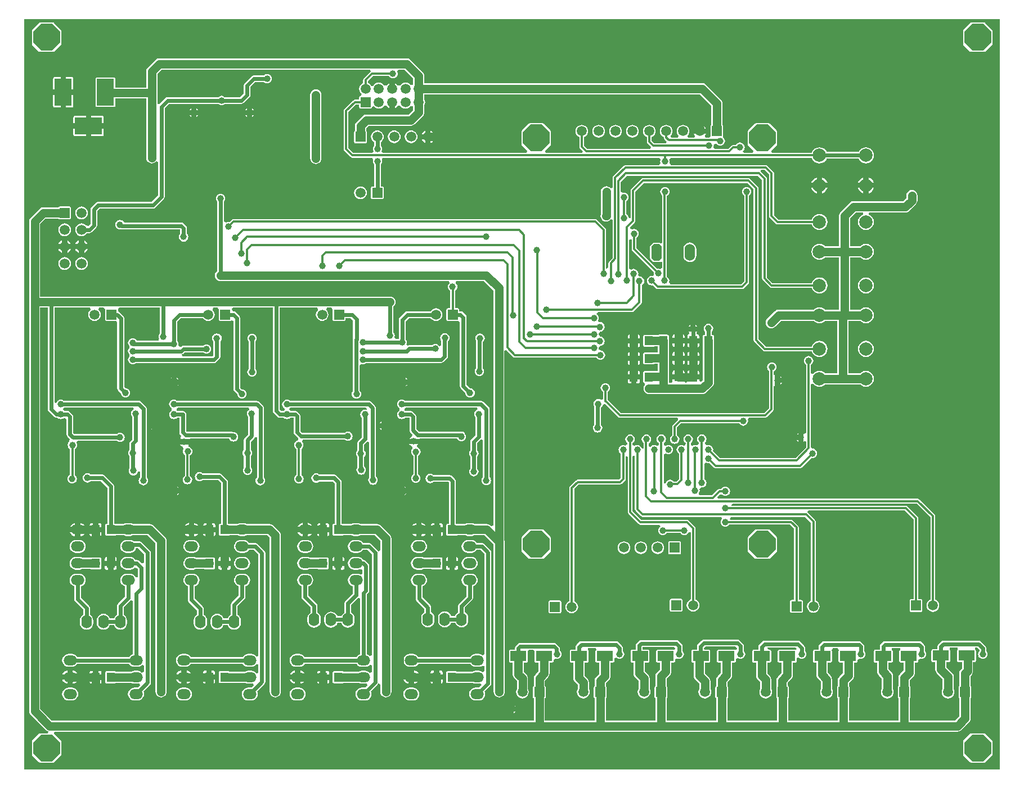
<source format=gbl>
G04 Layer_Physical_Order=2*
G04 Layer_Color=16711680*
%FSTAX24Y24*%
%MOIN*%
G70*
G01*
G75*
%ADD14R,0.0500X0.0550*%
%ADD22C,0.0236*%
%ADD23C,0.0500*%
%ADD24C,0.0118*%
%ADD25R,0.0591X0.0591*%
%ADD26C,0.0591*%
%ADD27R,0.1000X0.1600*%
%ADD28R,0.1600X0.1000*%
%ADD29P,0.1705X8X22.5*%
%ADD30C,0.0787*%
%ADD31R,0.0591X0.0591*%
%ADD32O,0.0787X0.0591*%
%ADD33O,0.0630X0.0787*%
%ADD34O,0.0600X0.1000*%
G04:AMPARAMS|DCode=35|XSize=100mil|YSize=60mil|CornerRadius=0mil|HoleSize=0mil|Usage=FLASHONLY|Rotation=90.000|XOffset=0mil|YOffset=0mil|HoleType=Round|Shape=Octagon|*
%AMOCTAGOND35*
4,1,8,0.0150,0.0500,-0.0150,0.0500,-0.0300,0.0350,-0.0300,-0.0350,-0.0150,-0.0500,0.0150,-0.0500,0.0300,-0.0350,0.0300,0.0350,0.0150,0.0500,0.0*
%
%ADD35OCTAGOND35*%

%ADD36P,0.1705X8X292.5*%
%ADD37C,0.0394*%
%ADD38R,0.0965X0.0591*%
G36*
X0579Y000131D02*
X000102D01*
Y044633D01*
X0579D01*
Y000131D01*
D02*
G37*
%LPC*%
G36*
X038918Y013644D02*
X038328D01*
X038297Y013638D01*
X038271Y013621D01*
X038254Y013595D01*
X038248Y013564D01*
Y012974D01*
X038254Y012943D01*
X038271Y012917D01*
X038297Y012899D01*
X038328Y012893D01*
X038918D01*
X038949Y012899D01*
X038975Y012917D01*
X038993Y012943D01*
X038999Y012974D01*
Y013564D01*
X038993Y013595D01*
X038975Y013621D01*
X038949Y013638D01*
X038918Y013644D01*
D02*
G37*
G36*
X003362Y013722D02*
X003165D01*
X003068Y013709D01*
X002977Y013671D01*
X002899Y013611D01*
X002839Y013533D01*
X002801Y013442D01*
X002788Y013344D01*
X002801Y013247D01*
X002839Y013156D01*
X002899Y013078D01*
X002977Y013018D01*
X003068Y01298D01*
X003165Y012967D01*
X003362D01*
X00346Y01298D01*
X003551Y013018D01*
X003629Y013078D01*
X003689Y013156D01*
X003727Y013247D01*
X003739Y013344D01*
X003727Y013442D01*
X003689Y013533D01*
X003629Y013611D01*
X003551Y013671D01*
X00346Y013709D01*
X003362Y013722D01*
D02*
G37*
G36*
X010101D02*
X009904D01*
X009807Y013709D01*
X009716Y013671D01*
X009637Y013611D01*
X009578Y013533D01*
X00954Y013442D01*
X009527Y013344D01*
X00954Y013247D01*
X009578Y013156D01*
X009637Y013078D01*
X009716Y013018D01*
X009807Y01298D01*
X009904Y012967D01*
X010101D01*
X010199Y01298D01*
X01029Y013018D01*
X010368Y013078D01*
X010428Y013156D01*
X010465Y013247D01*
X010478Y013344D01*
X010465Y013442D01*
X010428Y013533D01*
X010368Y013611D01*
X01029Y013671D01*
X010199Y013709D01*
X010101Y013722D01*
D02*
G37*
G36*
X037623Y013646D02*
X037526Y013633D01*
X037435Y013596D01*
X037356Y013536D01*
X037297Y013458D01*
X037259Y013367D01*
X037246Y013269D01*
X037259Y013171D01*
X037297Y01308D01*
X037356Y013002D01*
X037435Y012942D01*
X037526Y012905D01*
X037623Y012892D01*
X037721Y012905D01*
X037812Y012942D01*
X03789Y013002D01*
X03795Y01308D01*
X037988Y013171D01*
X038Y013269D01*
X037988Y013367D01*
X03795Y013458D01*
X03789Y013536D01*
X037812Y013596D01*
X037721Y013633D01*
X037623Y013646D01*
D02*
G37*
G36*
X044217Y014342D02*
X044217Y014342D01*
X04343D01*
X043399Y014336D01*
X043373Y014319D01*
X042979Y013925D01*
X042979Y013925D01*
X042962Y013899D01*
X042956Y013868D01*
X042956Y013868D01*
Y013081D01*
X042962Y01305D01*
X042979Y013024D01*
X043373Y01263D01*
X043373Y01263D01*
X043399Y012613D01*
X04343Y012607D01*
X04343Y012607D01*
X044217D01*
X044248Y012613D01*
X044274Y01263D01*
X044667Y013024D01*
X044667Y013024D01*
X044685Y01305D01*
X044691Y013081D01*
X044691Y013081D01*
Y013868D01*
X044685Y013899D01*
X044667Y013925D01*
X044274Y014319D01*
X044274Y014319D01*
X044248Y014336D01*
X044217Y014342D01*
D02*
G37*
G36*
X035623Y013646D02*
X035526Y013633D01*
X035435Y013596D01*
X035356Y013536D01*
X035297Y013458D01*
X035259Y013367D01*
X035246Y013269D01*
X035259Y013171D01*
X035297Y01308D01*
X035356Y013002D01*
X035435Y012942D01*
X035526Y012905D01*
X035623Y012892D01*
X035721Y012905D01*
X035812Y012942D01*
X03589Y013002D01*
X03595Y01308D01*
X035988Y013171D01*
X036Y013269D01*
X035988Y013367D01*
X03595Y013458D01*
X03589Y013536D01*
X035812Y013596D01*
X035721Y013633D01*
X035623Y013646D01*
D02*
G37*
G36*
X036623D02*
X036526Y013633D01*
X036435Y013596D01*
X036356Y013536D01*
X036297Y013458D01*
X036259Y013367D01*
X036246Y013269D01*
X036259Y013171D01*
X036297Y01308D01*
X036356Y013002D01*
X036435Y012942D01*
X036526Y012905D01*
X036623Y012892D01*
X036721Y012905D01*
X036812Y012942D01*
X03689Y013002D01*
X03695Y01308D01*
X036988Y013171D01*
X037Y013269D01*
X036988Y013367D01*
X03695Y013458D01*
X03689Y013536D01*
X036812Y013596D01*
X036721Y013633D01*
X036623Y013646D01*
D02*
G37*
G36*
X01684Y013722D02*
X016643D01*
X016545Y013709D01*
X016454Y013671D01*
X016376Y013611D01*
X016316Y013533D01*
X016279Y013442D01*
X016266Y013344D01*
X016279Y013247D01*
X016316Y013156D01*
X016376Y013078D01*
X016454Y013018D01*
X016545Y01298D01*
X016643Y012967D01*
X01684D01*
X016938Y01298D01*
X017029Y013018D01*
X017107Y013078D01*
X017167Y013156D01*
X017204Y013247D01*
X017217Y013344D01*
X017204Y013442D01*
X017167Y013533D01*
X017107Y013611D01*
X017029Y013671D01*
X016938Y013709D01*
X01684Y013722D01*
D02*
G37*
G36*
X016584Y014187D02*
X01628D01*
X016298Y014145D01*
X016361Y014063D01*
X016444Y013999D01*
X01654Y013959D01*
X016584Y013954D01*
Y014187D01*
D02*
G37*
G36*
X023323Y014187D02*
X023019D01*
X023037Y014145D01*
X0231Y014063D01*
X023183Y013999D01*
X023279Y013959D01*
X023323Y013954D01*
Y014187D01*
D02*
G37*
G36*
X023941D02*
X023638D01*
Y013954D01*
X023682Y013959D01*
X023778Y013999D01*
X023861Y014063D01*
X023924Y014145D01*
X023941Y014187D01*
D02*
G37*
G36*
X003106Y014187D02*
X002803D01*
X00282Y014145D01*
X002883Y014063D01*
X002966Y013999D01*
X003062Y013959D01*
X003106Y013954D01*
Y014187D01*
D02*
G37*
G36*
X023579Y013722D02*
X023382D01*
X023284Y013709D01*
X023193Y013671D01*
X023115Y013611D01*
X023055Y013533D01*
X023017Y013442D01*
X023005Y013344D01*
X023017Y013247D01*
X023055Y013156D01*
X023115Y013078D01*
X023193Y013018D01*
X023284Y01298D01*
X023382Y012967D01*
X023579D01*
X023676Y01298D01*
X023767Y013018D01*
X023845Y013078D01*
X023905Y013156D01*
X023943Y013247D01*
X023956Y013344D01*
X023943Y013442D01*
X023905Y013533D01*
X023845Y013611D01*
X023767Y013671D01*
X023676Y013709D01*
X023579Y013722D01*
D02*
G37*
G36*
X017382Y01768D02*
X01731Y01767D01*
X017243Y017642D01*
X017185Y017598D01*
X017141Y017541D01*
X017113Y017474D01*
X017104Y017402D01*
X017113Y01733D01*
X017141Y017263D01*
X017185Y017205D01*
X017243Y017161D01*
X01731Y017133D01*
X017382Y017124D01*
X017454Y017133D01*
X017521Y017161D01*
X017573Y017201D01*
X018372D01*
X018501Y017072D01*
Y014695D01*
X018446D01*
X018416Y014689D01*
X01839Y014671D01*
X018372Y014645D01*
X018366Y014614D01*
Y014064D01*
X018372Y014034D01*
X01839Y014008D01*
X018416Y01399D01*
X018446Y013984D01*
X018946D01*
X018977Y01399D01*
X019003Y014008D01*
X019007Y014013D01*
X019466D01*
X019545Y01398D01*
X019643Y013967D01*
X01984D01*
X019938Y01398D01*
X020017Y014013D01*
X020853D01*
X021184Y013682D01*
Y013124D01*
X021075Y013056D01*
X021066Y013057D01*
X021028Y013114D01*
X020656Y013486D01*
X020591Y01353D01*
X020514Y013545D01*
X020157D01*
X020107Y013611D01*
X020029Y013671D01*
X019938Y013709D01*
X01984Y013722D01*
X019643D01*
X019545Y013709D01*
X019454Y013671D01*
X019376Y013611D01*
X019316Y013533D01*
X019279Y013442D01*
X019266Y013344D01*
X019279Y013247D01*
X019316Y013156D01*
X019376Y013078D01*
X019454Y013018D01*
X019545Y01298D01*
X019643Y012967D01*
X01984D01*
X019938Y01298D01*
X020029Y013018D01*
X020107Y013078D01*
X020157Y013144D01*
X020431D01*
X020685Y012889D01*
Y006888D01*
X020567Y006848D01*
X020557Y006861D01*
X020479Y006921D01*
X020392Y006957D01*
Y010502D01*
X020474Y010584D01*
X020517Y010649D01*
X020533Y010726D01*
Y012188D01*
X020517Y012264D01*
X020474Y01233D01*
X020317Y012486D01*
X020252Y01253D01*
X020175Y012545D01*
X020157D01*
X020107Y012611D01*
X020029Y012671D01*
X019938Y012709D01*
X01984Y012722D01*
X019643D01*
X019545Y012709D01*
X019454Y012671D01*
X019376Y012611D01*
X019316Y012533D01*
X019279Y012442D01*
X019266Y012344D01*
X019279Y012247D01*
X019316Y012156D01*
X019376Y012078D01*
X019454Y012018D01*
X019545Y01198D01*
X019643Y011967D01*
X01984D01*
X019938Y01198D01*
X020013Y012011D01*
X020069Y01199D01*
X020131Y011948D01*
Y011741D01*
X020069Y011699D01*
X020013Y011678D01*
X019938Y011709D01*
X01984Y011722D01*
X019643D01*
X019545Y011709D01*
X019454Y011671D01*
X019376Y011611D01*
X019316Y011533D01*
X019279Y011442D01*
X019266Y011344D01*
X019279Y011247D01*
X019316Y011156D01*
X019376Y011078D01*
X019454Y011018D01*
X019543Y010981D01*
Y010536D01*
X019125Y010117D01*
X019081Y010052D01*
X019066Y009975D01*
Y009427D01*
X018986Y009365D01*
X018923Y009283D01*
X018891Y009207D01*
X018642D01*
X01861Y009283D01*
X018547Y009365D01*
X018465Y009429D01*
X018369Y009468D01*
X018266Y009482D01*
X018164Y009468D01*
X018068Y009429D01*
X017986Y009365D01*
X017923Y009283D01*
X017883Y009187D01*
X017869Y009085D01*
Y008927D01*
X017883Y008824D01*
X017923Y008729D01*
X017986Y008646D01*
X018068Y008583D01*
X018164Y008544D01*
X018266Y00853D01*
X018369Y008544D01*
X018465Y008583D01*
X018547Y008646D01*
X01861Y008729D01*
X018642Y008805D01*
X018891D01*
X018923Y008729D01*
X018986Y008646D01*
X019068Y008583D01*
X019164Y008544D01*
X019266Y00853D01*
X019369Y008544D01*
X019465Y008583D01*
X019547Y008646D01*
X01961Y008729D01*
X01965Y008824D01*
X019664Y008927D01*
Y009085D01*
X01965Y009187D01*
X01961Y009283D01*
X019547Y009365D01*
X019467Y009427D01*
Y009892D01*
X019873Y010297D01*
X019928Y010289D01*
X019991Y010255D01*
Y006957D01*
X019904Y006921D01*
X019826Y006861D01*
X019776Y006795D01*
X016707D01*
X016657Y006861D01*
X016579Y006921D01*
X016488Y006959D01*
X01639Y006972D01*
X016193D01*
X016095Y006959D01*
X016004Y006921D01*
X015926Y006861D01*
X015866Y006783D01*
X015829Y006692D01*
X015816Y006594D01*
X015829Y006497D01*
X015866Y006406D01*
X015926Y006328D01*
X016004Y006268D01*
X016095Y00623D01*
X016193Y006217D01*
X01639D01*
X016488Y00623D01*
X016579Y006268D01*
X016657Y006328D01*
X016707Y006394D01*
X019776D01*
X019826Y006328D01*
X019904Y006268D01*
X019995Y00623D01*
X020093Y006217D01*
X02029D01*
X020388Y00623D01*
X020479Y006268D01*
X020557Y006328D01*
X020567Y006341D01*
X020685Y006301D01*
Y005888D01*
X020567Y005848D01*
X020557Y005861D01*
X020479Y005921D01*
X020388Y005959D01*
X02029Y005972D01*
X020093D01*
X019995Y005959D01*
X019916Y005926D01*
X018996D01*
X018977Y005939D01*
X018946Y005945D01*
X018446D01*
X018416Y005939D01*
X01839Y005921D01*
X018372Y005895D01*
X018366Y005864D01*
Y005599D01*
X018365Y005589D01*
X018366Y00558D01*
Y005314D01*
X018372Y005284D01*
X01839Y005258D01*
X018416Y00524D01*
X018446Y005234D01*
X018946D01*
X018977Y00524D01*
X019003Y005258D01*
X019007Y005263D01*
X019916D01*
X019995Y00523D01*
X020093Y005217D01*
X02029D01*
X020375Y005228D01*
X020399Y005204D01*
X020435Y005122D01*
X020285Y004972D01*
X020093D01*
X019995Y004959D01*
X019904Y004921D01*
X019826Y004861D01*
X019766Y004783D01*
X019729Y004692D01*
X019716Y004594D01*
X019729Y004497D01*
X019766Y004406D01*
X019826Y004328D01*
X019904Y004268D01*
X019995Y00423D01*
X020093Y004217D01*
X02029D01*
X020388Y00423D01*
X020479Y004268D01*
X020557Y004328D01*
X020617Y004406D01*
X020654Y004497D01*
X020667Y004594D01*
X020654Y004692D01*
X02063Y00475D01*
X021028Y005147D01*
X021066Y005204D01*
X021075Y005205D01*
X021184Y005137D01*
Y004724D01*
X021195Y004639D01*
X021229Y004559D01*
X021281Y00449D01*
X02135Y004437D01*
X02143Y004404D01*
X021516Y004393D01*
X021602Y004404D01*
X021682Y004437D01*
X02175Y00449D01*
X021803Y004559D01*
X021836Y004639D01*
X021847Y004724D01*
Y013819D01*
X021836Y013905D01*
X021803Y013985D01*
X02175Y014053D01*
X021225Y014579D01*
X021156Y014632D01*
X021076Y014665D01*
X02099Y014676D01*
X020017D01*
X019938Y014709D01*
X01984Y014722D01*
X019643D01*
X019545Y014709D01*
X019466Y014676D01*
X018996D01*
X018977Y014689D01*
X018946Y014695D01*
X018902D01*
Y017155D01*
X018887Y017232D01*
X018843Y017297D01*
X018597Y017543D01*
X018532Y017587D01*
X018455Y017602D01*
X017573D01*
X017521Y017642D01*
X017454Y01767D01*
X017382Y01768D01*
D02*
G37*
G36*
X009845Y014187D02*
X009542D01*
X009559Y014145D01*
X009622Y014063D01*
X009705Y013999D01*
X009801Y013959D01*
X009845Y013954D01*
Y014187D01*
D02*
G37*
G36*
X023579Y012722D02*
X023382D01*
X023284Y012709D01*
X023193Y012671D01*
X023115Y012611D01*
X023055Y012533D01*
X023017Y012442D01*
X023005Y012344D01*
X023017Y012247D01*
X023055Y012156D01*
X023115Y012078D01*
X023193Y012018D01*
X023284Y01198D01*
X023382Y011967D01*
X023579D01*
X023676Y01198D01*
X023744Y012008D01*
X024228D01*
X024229Y012008D01*
X024255Y01199D01*
X024285Y011984D01*
X024785D01*
X024816Y01199D01*
X024842Y012008D01*
X024859Y012034D01*
X024866Y012064D01*
Y01233D01*
X024867Y012339D01*
X024866Y012349D01*
Y012614D01*
X024859Y012645D01*
X024842Y012671D01*
X024816Y012689D01*
X024785Y012695D01*
X024285D01*
X024255Y012689D01*
X024229Y012671D01*
X024228Y012671D01*
X023768D01*
X023767Y012671D01*
X023676Y012709D01*
X023579Y012722D01*
D02*
G37*
G36*
X006362Y013722D02*
X006165D01*
X006068Y013709D01*
X005977Y013671D01*
X005899Y013611D01*
X005839Y013533D01*
X005801Y013442D01*
X005788Y013344D01*
X005801Y013247D01*
X005839Y013156D01*
X005899Y013078D01*
X005977Y013018D01*
X006068Y01298D01*
X006165Y012967D01*
X006362D01*
X00646Y01298D01*
X006551Y013018D01*
X006629Y013078D01*
X006689Y013156D01*
X006725Y013244D01*
X006836D01*
X007191Y012889D01*
Y012374D01*
X007073Y012325D01*
X006912Y012486D01*
X006846Y01253D01*
X00677Y012545D01*
X00668D01*
X006629Y012611D01*
X006551Y012671D01*
X00646Y012709D01*
X006362Y012722D01*
X006165D01*
X006068Y012709D01*
X005977Y012671D01*
X005899Y012611D01*
X005839Y012533D01*
X005801Y012442D01*
X005788Y012344D01*
X005801Y012247D01*
X005839Y012156D01*
X005899Y012078D01*
X005977Y012018D01*
X006068Y01198D01*
X006165Y011967D01*
X006362D01*
X00646Y01198D01*
X006551Y012018D01*
X006629Y012078D01*
X006767Y012063D01*
X006817Y012013D01*
Y011532D01*
X006699Y011509D01*
X006689Y011533D01*
X006629Y011611D01*
X006551Y011671D01*
X00646Y011709D01*
X006362Y011722D01*
X006165D01*
X006068Y011709D01*
X005977Y011671D01*
X005899Y011611D01*
X005839Y011533D01*
X005801Y011442D01*
X005788Y011344D01*
X005801Y011247D01*
X005839Y011156D01*
X005899Y011078D01*
X005977Y011018D01*
X006063Y010982D01*
Y010382D01*
X005647Y009966D01*
X005603Y009901D01*
X005588Y009824D01*
Y009299D01*
X005508Y009237D01*
X005445Y009155D01*
X005413Y009079D01*
X005164D01*
X005133Y009155D01*
X00507Y009237D01*
X004987Y009301D01*
X004892Y00934D01*
X004789Y009354D01*
X004686Y00934D01*
X00459Y009301D01*
X004508Y009237D01*
X004445Y009155D01*
X004405Y009059D01*
X004392Y008957D01*
Y008799D01*
X004405Y008696D01*
X004445Y008601D01*
X004508Y008518D01*
X00459Y008455D01*
X004686Y008416D01*
X004789Y008402D01*
X004892Y008416D01*
X004987Y008455D01*
X00507Y008518D01*
X005133Y008601D01*
X005164Y008677D01*
X005413D01*
X005445Y008601D01*
X005508Y008518D01*
X00559Y008455D01*
X005686Y008416D01*
X005789Y008402D01*
X005892Y008416D01*
X005987Y008455D01*
X00607Y008518D01*
X006133Y008601D01*
X006172Y008696D01*
X006186Y008799D01*
Y008957D01*
X006172Y009059D01*
X006133Y009155D01*
X00607Y009237D01*
X005989Y009299D01*
Y009741D01*
X006395Y010147D01*
X00644Y010141D01*
X006513Y010105D01*
Y006957D01*
X006427Y006921D01*
X006349Y006861D01*
X006298Y006795D01*
X00323D01*
X003179Y006861D01*
X003101Y006921D01*
X00301Y006959D01*
X002912Y006972D01*
X002715D01*
X002618Y006959D01*
X002527Y006921D01*
X002449Y006861D01*
X002389Y006783D01*
X002351Y006692D01*
X002338Y006594D01*
X002351Y006497D01*
X002389Y006406D01*
X002449Y006328D01*
X002527Y006268D01*
X002618Y00623D01*
X002715Y006217D01*
X002912D01*
X00301Y00623D01*
X003101Y006268D01*
X003179Y006328D01*
X00323Y006394D01*
X006298D01*
X006349Y006328D01*
X006427Y006268D01*
X006518Y00623D01*
X006615Y006217D01*
X006812D01*
X00691Y00623D01*
X007001Y006268D01*
X007073Y006323D01*
X0071Y006319D01*
X007191Y00628D01*
Y005909D01*
X0071Y00587D01*
X007073Y005866D01*
X007001Y005921D01*
X00691Y005959D01*
X006812Y005972D01*
X006615D01*
X006518Y005959D01*
X006439Y005926D01*
X005518D01*
X0055Y005939D01*
X005469Y005945D01*
X004969D01*
X004938Y005939D01*
X004912Y005921D01*
X004895Y005895D01*
X004888Y005864D01*
Y005599D01*
X004887Y005589D01*
X004888Y00558D01*
Y005314D01*
X004895Y005284D01*
X004912Y005258D01*
X004938Y00524D01*
X004969Y005234D01*
X005469D01*
X0055Y00524D01*
X005526Y005258D01*
X005529Y005263D01*
X006439D01*
X006518Y00523D01*
X006615Y005217D01*
X006812D01*
X006897Y005228D01*
X006921Y005204D01*
X006958Y005122D01*
X006807Y004972D01*
X006615D01*
X006518Y004959D01*
X006427Y004921D01*
X006349Y004861D01*
X006289Y004783D01*
X006251Y004692D01*
X006238Y004594D01*
X006251Y004497D01*
X006289Y004406D01*
X006349Y004328D01*
X006427Y004268D01*
X006518Y00423D01*
X006615Y004217D01*
X006812D01*
X00691Y00423D01*
X007001Y004268D01*
X007079Y004328D01*
X007139Y004406D01*
X007177Y004497D01*
X007189Y004594D01*
X007177Y004692D01*
X007153Y00475D01*
X007534Y005131D01*
X007577Y005196D01*
X007592Y005272D01*
Y012972D01*
X007577Y013049D01*
X007534Y013114D01*
X007061Y013587D01*
X006996Y01363D01*
X006919Y013646D01*
X006584D01*
X006551Y013671D01*
X00646Y013709D01*
X006362Y013722D01*
D02*
G37*
G36*
X005061Y012716D02*
X004969D01*
X00493Y012709D01*
X004897Y012687D01*
X004875Y012654D01*
X004867Y012614D01*
Y012497D01*
X005061D01*
Y012716D01*
D02*
G37*
G36*
X01684Y012722D02*
X016643D01*
X016545Y012709D01*
X016454Y012671D01*
X016376Y012611D01*
X016316Y012533D01*
X016279Y012442D01*
X016266Y012344D01*
X016279Y012247D01*
X016316Y012156D01*
X016376Y012078D01*
X016454Y012018D01*
X016545Y01198D01*
X016643Y011967D01*
X01684D01*
X016938Y01198D01*
X017005Y012008D01*
X01749D01*
X01749Y012008D01*
X017516Y01199D01*
X017546Y011984D01*
X018046D01*
X018077Y01199D01*
X018103Y012008D01*
X018121Y012034D01*
X018127Y012064D01*
Y01233D01*
X018128Y012339D01*
X018127Y012349D01*
Y012614D01*
X018121Y012645D01*
X018103Y012671D01*
X018077Y012689D01*
X018046Y012695D01*
X017546D01*
X017516Y012689D01*
X01749Y012671D01*
X01749Y012671D01*
X017029D01*
X017029Y012671D01*
X016938Y012709D01*
X01684Y012722D01*
D02*
G37*
G36*
X026579D02*
X026382D01*
X026284Y012709D01*
X026193Y012671D01*
X026115Y012611D01*
X026055Y012533D01*
X026017Y012442D01*
X026005Y012344D01*
X026017Y012247D01*
X026055Y012156D01*
X026115Y012078D01*
X026193Y012018D01*
X026284Y01198D01*
X026382Y011967D01*
X026579D01*
X026676Y01198D01*
X026767Y012018D01*
X026845Y012078D01*
X026905Y012156D01*
X026943Y012247D01*
X026956Y012344D01*
X026943Y012442D01*
X026905Y012533D01*
X026845Y012611D01*
X026767Y012671D01*
X026676Y012709D01*
X026579Y012722D01*
D02*
G37*
G36*
X003362D02*
X003165D01*
X003068Y012709D01*
X002977Y012671D01*
X002899Y012611D01*
X002839Y012533D01*
X002801Y012442D01*
X002788Y012344D01*
X002801Y012247D01*
X002839Y012156D01*
X002899Y012078D01*
X002977Y012018D01*
X003068Y01198D01*
X003165Y011967D01*
X003362D01*
X00346Y01198D01*
X003527Y012008D01*
X004012D01*
X004012Y012008D01*
X004038Y01199D01*
X004069Y011984D01*
X004569D01*
X0046Y01199D01*
X004626Y012008D01*
X004643Y012034D01*
X004649Y012064D01*
Y01233D01*
X00465Y012339D01*
X004649Y012349D01*
Y012614D01*
X004643Y012645D01*
X004626Y012671D01*
X0046Y012689D01*
X004569Y012695D01*
X004069D01*
X004038Y012689D01*
X004012Y012671D01*
X004012Y012671D01*
X003551D01*
X003551Y012671D01*
X00346Y012709D01*
X003362Y012722D01*
D02*
G37*
G36*
X010101D02*
X009904D01*
X009807Y012709D01*
X009716Y012671D01*
X009637Y012611D01*
X009578Y012533D01*
X00954Y012442D01*
X009527Y012344D01*
X00954Y012247D01*
X009578Y012156D01*
X009637Y012078D01*
X009716Y012018D01*
X009807Y01198D01*
X009904Y011967D01*
X010101D01*
X010199Y01198D01*
X010266Y012008D01*
X010751D01*
X010751Y012008D01*
X010777Y01199D01*
X010808Y011984D01*
X011308D01*
X011338Y01199D01*
X011364Y012008D01*
X011382Y012034D01*
X011388Y012064D01*
Y01233D01*
X011389Y012339D01*
X011388Y012349D01*
Y012614D01*
X011382Y012645D01*
X011364Y012671D01*
X011338Y012689D01*
X011308Y012695D01*
X010808D01*
X010777Y012689D01*
X010751Y012671D01*
X010751Y012671D01*
X01029D01*
X01029Y012671D01*
X010199Y012709D01*
X010101Y012722D01*
D02*
G37*
G36*
X005469Y012716D02*
X005376D01*
Y012497D01*
X005571D01*
Y012614D01*
X005563Y012654D01*
X005541Y012687D01*
X005508Y012709D01*
X005469Y012716D01*
D02*
G37*
G36*
X025278D02*
X025185D01*
X025146Y012709D01*
X025113Y012687D01*
X025091Y012654D01*
X025083Y012614D01*
Y012497D01*
X025278D01*
Y012716D01*
D02*
G37*
G36*
X025685D02*
X025593D01*
Y012497D01*
X025787D01*
Y012614D01*
X02578Y012654D01*
X025757Y012687D01*
X025724Y012709D01*
X025685Y012716D01*
D02*
G37*
G36*
X030817Y014342D02*
X030817Y014342D01*
X03003D01*
X029999Y014336D01*
X029973Y014319D01*
X029579Y013925D01*
X029579Y013925D01*
X029562Y013899D01*
X029556Y013868D01*
X029556Y013868D01*
Y013081D01*
X029562Y01305D01*
X029579Y013024D01*
X029973Y01263D01*
X029973Y01263D01*
X029999Y012613D01*
X03003Y012607D01*
X03003Y012607D01*
X030817D01*
X030848Y012613D01*
X030874Y01263D01*
X031267Y013024D01*
X031267Y013024D01*
X031285Y01305D01*
X031291Y013081D01*
X031291Y013081D01*
Y013868D01*
X031285Y013899D01*
X031267Y013925D01*
X030874Y014319D01*
X030874Y014319D01*
X030848Y014336D01*
X030817Y014342D01*
D02*
G37*
G36*
X018946Y012716D02*
X018854D01*
Y012497D01*
X019048D01*
Y012614D01*
X019041Y012654D01*
X019019Y012687D01*
X018985Y012709D01*
X018946Y012716D01*
D02*
G37*
G36*
X0118D02*
X011708D01*
X011669Y012709D01*
X011636Y012687D01*
X011613Y012654D01*
X011606Y012614D01*
Y012497D01*
X0118D01*
Y012716D01*
D02*
G37*
G36*
X012208D02*
X012115D01*
Y012497D01*
X01231D01*
Y012614D01*
X012302Y012654D01*
X01228Y012687D01*
X012247Y012709D01*
X012208Y012716D01*
D02*
G37*
G36*
X018539D02*
X018446D01*
X018407Y012709D01*
X018374Y012687D01*
X018352Y012654D01*
X018345Y012614D01*
Y012497D01*
X018539D01*
Y012716D01*
D02*
G37*
G36*
X003725Y014187D02*
X003421D01*
Y013954D01*
X003465Y013959D01*
X003562Y013999D01*
X003644Y014063D01*
X003707Y014145D01*
X003725Y014187D01*
D02*
G37*
G36*
X01016Y014735D02*
Y014502D01*
X010464D01*
X010446Y014544D01*
X010383Y014626D01*
X0103Y01469D01*
X010204Y01473D01*
X01016Y014735D01*
D02*
G37*
G36*
X016584D02*
X01654Y01473D01*
X016444Y01469D01*
X016361Y014626D01*
X016298Y014544D01*
X01628Y014502D01*
X016584D01*
Y014735D01*
D02*
G37*
G36*
X003106D02*
X003062Y01473D01*
X002966Y01469D01*
X002883Y014626D01*
X00282Y014544D01*
X002803Y014502D01*
X003106D01*
Y014735D01*
D02*
G37*
G36*
X009845Y014735D02*
X009801Y01473D01*
X009705Y01469D01*
X009622Y014626D01*
X009559Y014544D01*
X009542Y014502D01*
X009845D01*
Y014735D01*
D02*
G37*
G36*
X018046Y014716D02*
X017954D01*
Y014497D01*
X018148D01*
Y014614D01*
X018141Y014654D01*
X018119Y014687D01*
X018085Y014709D01*
X018046Y014716D01*
D02*
G37*
G36*
X024378D02*
X024285D01*
X024246Y014709D01*
X024213Y014687D01*
X024191Y014654D01*
X024183Y014614D01*
Y014497D01*
X024378D01*
Y014716D01*
D02*
G37*
G36*
X024785D02*
X024693D01*
Y014497D01*
X024887D01*
Y014614D01*
X02488Y014654D01*
X024857Y014687D01*
X024824Y014709D01*
X024785Y014716D01*
D02*
G37*
G36*
X016899Y014735D02*
Y014502D01*
X017203D01*
X017185Y014544D01*
X017122Y014626D01*
X017039Y01469D01*
X016943Y01473D01*
X016899Y014735D01*
D02*
G37*
G36*
X009249Y016496D02*
X009154D01*
Y0164D01*
X009208Y016442D01*
X009249Y016496D01*
D02*
G37*
G36*
X022323D02*
X022227D01*
X022269Y016442D01*
X022323Y0164D01*
Y016496D01*
D02*
G37*
G36*
X022734D02*
X022638D01*
Y0164D01*
X022692Y016442D01*
X022734Y016496D01*
D02*
G37*
G36*
X008839D02*
X008743D01*
X008784Y016442D01*
X008839Y0164D01*
Y016496D01*
D02*
G37*
G36*
X003421Y014735D02*
Y014502D01*
X003725D01*
X003707Y014544D01*
X003644Y014626D01*
X003562Y01469D01*
X003465Y01473D01*
X003421Y014735D01*
D02*
G37*
G36*
X023323D02*
X023279Y01473D01*
X023183Y01469D01*
X0231Y014626D01*
X023037Y014544D01*
X023019Y014502D01*
X023323D01*
Y014735D01*
D02*
G37*
G36*
X023638D02*
Y014502D01*
X023941D01*
X023924Y014544D01*
X023861Y014626D01*
X023778Y01469D01*
X023682Y01473D01*
X023638Y014735D01*
D02*
G37*
G36*
X0109Y014182D02*
X010706D01*
Y014064D01*
X010713Y014025D01*
X010736Y013992D01*
X010769Y01397D01*
X010808Y013963D01*
X0109D01*
Y014182D01*
D02*
G37*
G36*
X01141D02*
X011215D01*
Y013963D01*
X011308D01*
X011347Y01397D01*
X01138Y013992D01*
X011402Y014025D01*
X01141Y014064D01*
Y014182D01*
D02*
G37*
G36*
X017639D02*
X017445D01*
Y014064D01*
X017452Y014025D01*
X017474Y013992D01*
X017507Y01397D01*
X017546Y013963D01*
X017639D01*
Y014182D01*
D02*
G37*
G36*
X004671D02*
X004476D01*
Y013963D01*
X004569D01*
X004608Y01397D01*
X004641Y013992D01*
X004663Y014025D01*
X004671Y014064D01*
Y014182D01*
D02*
G37*
G36*
X017203Y014187D02*
X016899D01*
Y013954D01*
X016943Y013959D01*
X017039Y013999D01*
X017122Y014063D01*
X017185Y014145D01*
X017203Y014187D01*
D02*
G37*
G36*
X010464Y014187D02*
X01016D01*
Y013954D01*
X010204Y013959D01*
X0103Y013999D01*
X010383Y014063D01*
X010446Y014145D01*
X010464Y014187D01*
D02*
G37*
G36*
X004161Y014182D02*
X003967D01*
Y014064D01*
X003975Y014025D01*
X003997Y013992D01*
X00403Y01397D01*
X004069Y013963D01*
X004161D01*
Y014182D01*
D02*
G37*
G36*
X018148D02*
X017954D01*
Y013963D01*
X018046D01*
X018085Y01397D01*
X018119Y013992D01*
X018141Y014025D01*
X018148Y014064D01*
Y014182D01*
D02*
G37*
G36*
X0109Y014716D02*
X010808D01*
X010769Y014709D01*
X010736Y014687D01*
X010713Y014654D01*
X010706Y014614D01*
Y014497D01*
X0109D01*
Y014716D01*
D02*
G37*
G36*
X011308D02*
X011215D01*
Y014497D01*
X01141D01*
Y014614D01*
X011402Y014654D01*
X01138Y014687D01*
X011347Y014709D01*
X011308Y014716D01*
D02*
G37*
G36*
X017639D02*
X017546D01*
X017507Y014709D01*
X017474Y014687D01*
X017452Y014654D01*
X017445Y014614D01*
Y014497D01*
X017639D01*
Y014716D01*
D02*
G37*
G36*
X004569D02*
X004476D01*
Y014497D01*
X004671D01*
Y014614D01*
X004663Y014654D01*
X004641Y014687D01*
X004608Y014709D01*
X004569Y014716D01*
D02*
G37*
G36*
X024378Y014182D02*
X024183D01*
Y014064D01*
X024191Y014025D01*
X024213Y013992D01*
X024246Y01397D01*
X024285Y013963D01*
X024378D01*
Y014182D01*
D02*
G37*
G36*
X024887D02*
X024693D01*
Y013963D01*
X024785D01*
X024824Y01397D01*
X024857Y013992D01*
X02488Y014025D01*
X024887Y014064D01*
Y014182D01*
D02*
G37*
G36*
X004161Y014716D02*
X004069D01*
X00403Y014709D01*
X003997Y014687D01*
X003975Y014654D01*
X003967Y014614D01*
Y014497D01*
X004161D01*
Y014716D01*
D02*
G37*
G36*
X013101Y012722D02*
X012904D01*
X012807Y012709D01*
X012716Y012671D01*
X012637Y012611D01*
X012578Y012533D01*
X01254Y012442D01*
X012527Y012344D01*
X01254Y012247D01*
X012578Y012156D01*
X012637Y012078D01*
X012716Y012018D01*
X012807Y01198D01*
X012904Y011967D01*
X013101D01*
X013199Y01198D01*
X01329Y012018D01*
X013368Y012078D01*
X013428Y012156D01*
X013465Y012247D01*
X013478Y012344D01*
X013465Y012442D01*
X013428Y012533D01*
X013368Y012611D01*
X01329Y012671D01*
X013199Y012709D01*
X013101Y012722D01*
D02*
G37*
G36*
X004161Y005432D02*
X003967D01*
Y005314D01*
X003975Y005275D01*
X003997Y005242D01*
X00403Y00522D01*
X004069Y005213D01*
X004161D01*
Y005432D01*
D02*
G37*
G36*
X004671D02*
X004476D01*
Y005213D01*
X004569D01*
X004608Y00522D01*
X004641Y005242D01*
X004663Y005275D01*
X004671Y005314D01*
Y005432D01*
D02*
G37*
G36*
X017639D02*
X017445D01*
Y005314D01*
X017452Y005275D01*
X017474Y005242D01*
X017507Y00522D01*
X017546Y005213D01*
X017639D01*
Y005432D01*
D02*
G37*
G36*
X010014Y005437D02*
X00971D01*
Y005204D01*
X009754Y005209D01*
X00985Y005249D01*
X009933Y005313D01*
X009996Y005395D01*
X010014Y005437D01*
D02*
G37*
G36*
X003275Y005437D02*
X002971D01*
Y005204D01*
X003015Y005209D01*
X003112Y005249D01*
X003194Y005313D01*
X003257Y005395D01*
X003275Y005437D01*
D02*
G37*
G36*
X016753D02*
X016449D01*
Y005204D01*
X016493Y005209D01*
X016589Y005249D01*
X016672Y005313D01*
X016735Y005395D01*
X016753Y005437D01*
D02*
G37*
G36*
X022873Y005437D02*
X022569D01*
X022587Y005395D01*
X02265Y005313D01*
X022733Y005249D01*
X022829Y005209D01*
X022873Y005204D01*
Y005437D01*
D02*
G37*
G36*
X018148Y005432D02*
X017954D01*
Y005213D01*
X018046D01*
X018085Y00522D01*
X018119Y005242D01*
X018141Y005275D01*
X018148Y005314D01*
Y005432D01*
D02*
G37*
G36*
X004161Y005966D02*
X004069D01*
X00403Y005959D01*
X003997Y005937D01*
X003975Y005904D01*
X003967Y005864D01*
Y005747D01*
X004161D01*
Y005966D01*
D02*
G37*
G36*
X004569D02*
X004476D01*
Y005747D01*
X004671D01*
Y005864D01*
X004663Y005904D01*
X004641Y005937D01*
X004608Y005959D01*
X004569Y005966D01*
D02*
G37*
G36*
X017639D02*
X017546D01*
X017507Y005959D01*
X017474Y005937D01*
X017452Y005904D01*
X017445Y005864D01*
Y005747D01*
X017639D01*
Y005966D01*
D02*
G37*
G36*
X024877Y005442D02*
X024683D01*
Y005223D01*
X024775D01*
X024814Y00523D01*
X024847Y005252D01*
X02487Y005285D01*
X024877Y005324D01*
Y005442D01*
D02*
G37*
G36*
X01089D02*
X010696D01*
Y005324D01*
X010703Y005285D01*
X010726Y005252D01*
X010759Y00523D01*
X010798Y005223D01*
X01089D01*
Y005442D01*
D02*
G37*
G36*
X0114D02*
X011205D01*
Y005223D01*
X011298D01*
X011337Y00523D01*
X01137Y005252D01*
X011392Y005285D01*
X0114Y005324D01*
Y005442D01*
D02*
G37*
G36*
X024368D02*
X024173D01*
Y005324D01*
X024181Y005285D01*
X024203Y005252D01*
X024236Y00523D01*
X024275Y005223D01*
X024368D01*
Y005442D01*
D02*
G37*
G36*
X029094Y003964D02*
Y003868D01*
X02919D01*
X029149Y003922D01*
X029094Y003964D01*
D02*
G37*
G36*
X002912Y004972D02*
X002715D01*
X002618Y004959D01*
X002527Y004921D01*
X002449Y004861D01*
X002389Y004783D01*
X002351Y004692D01*
X002338Y004594D01*
X002351Y004497D01*
X002389Y004406D01*
X002449Y004328D01*
X002527Y004268D01*
X002618Y00423D01*
X002715Y004217D01*
X002912D01*
X00301Y00423D01*
X003101Y004268D01*
X003179Y004328D01*
X003239Y004406D01*
X003277Y004497D01*
X003289Y004594D01*
X003277Y004692D01*
X003239Y004783D01*
X003179Y004861D01*
X003101Y004921D01*
X00301Y004959D01*
X002912Y004972D01*
D02*
G37*
G36*
X009651D02*
X009454D01*
X009357Y004959D01*
X009266Y004921D01*
X009187Y004861D01*
X009128Y004783D01*
X00909Y004692D01*
X009077Y004594D01*
X00909Y004497D01*
X009128Y004406D01*
X009187Y004328D01*
X009266Y004268D01*
X009357Y00423D01*
X009454Y004217D01*
X009651D01*
X009749Y00423D01*
X00984Y004268D01*
X009918Y004328D01*
X009978Y004406D01*
X010015Y004497D01*
X010028Y004594D01*
X010015Y004692D01*
X009978Y004783D01*
X009918Y004861D01*
X00984Y004921D01*
X009749Y004959D01*
X009651Y004972D01*
D02*
G37*
G36*
X02878Y003964D02*
X028725Y003922D01*
X028684Y003868D01*
X02878D01*
Y003964D01*
D02*
G37*
G36*
X056978Y002265D02*
X056978Y002265D01*
X056191D01*
X05616Y002259D01*
X056134Y002242D01*
X05574Y001848D01*
X05574Y001848D01*
X055723Y001822D01*
X055717Y001791D01*
X055717Y001791D01*
Y001004D01*
X055723Y000973D01*
X05574Y000947D01*
X056134Y000553D01*
X056134Y000553D01*
X05616Y000536D01*
X056191Y00053D01*
X056191Y00053D01*
X056978D01*
X057009Y000536D01*
X057035Y000553D01*
X057429Y000947D01*
X057429Y000947D01*
X057446Y000973D01*
X057452Y001004D01*
X057452Y001004D01*
Y001791D01*
X057446Y001822D01*
X057429Y001848D01*
X057035Y002242D01*
X057035Y002242D01*
X057009Y002259D01*
X056978Y002265D01*
D02*
G37*
G36*
X02878Y003553D02*
X028684D01*
X028725Y003499D01*
X02878Y003457D01*
Y003553D01*
D02*
G37*
G36*
X02919D02*
X029094D01*
Y003457D01*
X029149Y003499D01*
X02919Y003553D01*
D02*
G37*
G36*
X01639Y004972D02*
X016193D01*
X016095Y004959D01*
X016004Y004921D01*
X015926Y004861D01*
X015866Y004783D01*
X015829Y004692D01*
X015816Y004594D01*
X015829Y004497D01*
X015866Y004406D01*
X015926Y004328D01*
X016004Y004268D01*
X016095Y00423D01*
X016193Y004217D01*
X01639D01*
X016488Y00423D01*
X016579Y004268D01*
X016657Y004328D01*
X016717Y004406D01*
X016754Y004497D01*
X016767Y004594D01*
X016754Y004692D01*
X016717Y004783D01*
X016657Y004861D01*
X016579Y004921D01*
X016488Y004959D01*
X01639Y004972D01*
D02*
G37*
G36*
X023491Y005437D02*
X023188D01*
Y005204D01*
X023232Y005209D01*
X023328Y005249D01*
X023411Y005313D01*
X023474Y005395D01*
X023491Y005437D01*
D02*
G37*
G36*
X002656Y005437D02*
X002353D01*
X00237Y005395D01*
X002433Y005313D01*
X002516Y005249D01*
X002612Y005209D01*
X002656Y005204D01*
Y005437D01*
D02*
G37*
G36*
X016134D02*
X01583D01*
X015848Y005395D01*
X015911Y005313D01*
X015994Y005249D01*
X01609Y005209D01*
X016134Y005204D01*
Y005437D01*
D02*
G37*
G36*
X009395Y005437D02*
X009092D01*
X009109Y005395D01*
X009172Y005313D01*
X009255Y005249D01*
X009351Y005209D01*
X009395Y005204D01*
Y005437D01*
D02*
G37*
G36*
X023129Y004972D02*
X022932D01*
X022834Y004959D01*
X022743Y004921D01*
X022665Y004861D01*
X022605Y004783D01*
X022568Y004692D01*
X022555Y004594D01*
X022568Y004497D01*
X022605Y004406D01*
X022665Y004328D01*
X022743Y004268D01*
X022834Y00423D01*
X022932Y004217D01*
X023129D01*
X023226Y00423D01*
X023317Y004268D01*
X023395Y004328D01*
X023455Y004406D01*
X023493Y004497D01*
X023506Y004594D01*
X023493Y004692D01*
X023455Y004783D01*
X023395Y004861D01*
X023317Y004921D01*
X023226Y004959D01*
X023129Y004972D01*
D02*
G37*
G36*
X003839Y017689D02*
X003767Y01768D01*
X0037Y017652D01*
X003642Y017608D01*
X003598Y01755D01*
X00357Y017483D01*
X003561Y017411D01*
X00357Y017339D01*
X003598Y017272D01*
X003642Y017215D01*
X0037Y017171D01*
X003767Y017143D01*
X003839Y017133D01*
X003911Y017143D01*
X003978Y017171D01*
X00403Y017211D01*
X004631D01*
X005018Y016824D01*
Y014695D01*
X004969D01*
X004938Y014689D01*
X004912Y014671D01*
X004895Y014645D01*
X004888Y014614D01*
Y014349D01*
X004887Y014339D01*
X004888Y01433D01*
Y014064D01*
X004895Y014034D01*
X004912Y014008D01*
X004938Y01399D01*
X004969Y013984D01*
X005469D01*
X0055Y01399D01*
X005526Y014008D01*
X005526Y014008D01*
X006001D01*
X006068Y01398D01*
X006165Y013967D01*
X006362D01*
X00646Y01398D01*
X006539Y014013D01*
X007398D01*
X007867Y013544D01*
Y004724D01*
X007879Y004639D01*
X007912Y004559D01*
X007964Y00449D01*
X008033Y004437D01*
X008113Y004404D01*
X008199Y004393D01*
X008285Y004404D01*
X008365Y004437D01*
X008433Y00449D01*
X008486Y004559D01*
X008519Y004639D01*
X00853Y004724D01*
Y013681D01*
X008519Y013767D01*
X008486Y013847D01*
X008433Y013916D01*
X00777Y014579D01*
X007701Y014632D01*
X007621Y014665D01*
X007535Y014676D01*
X006539D01*
X00646Y014709D01*
X006362Y014722D01*
X006165D01*
X006068Y014709D01*
X005977Y014671D01*
X005977Y014671D01*
X005526D01*
X005526Y014671D01*
X0055Y014689D01*
X005469Y014695D01*
X005419D01*
Y016907D01*
X005404Y016984D01*
X005361Y017049D01*
X004856Y017553D01*
X004791Y017597D01*
X004715Y017612D01*
X00403D01*
X003978Y017652D01*
X003911Y01768D01*
X003839Y017689D01*
D02*
G37*
G36*
X010478Y017758D02*
X010406Y017749D01*
X010339Y017721D01*
X010281Y017677D01*
X010237Y017619D01*
X010209Y017552D01*
X0102Y01748D01*
X010209Y017408D01*
X010237Y017341D01*
X010281Y017284D01*
X010339Y01724D01*
X010406Y017212D01*
X010478Y017202D01*
X010549Y017212D01*
X010617Y01724D01*
X010669Y01728D01*
X01158D01*
X011757Y017103D01*
Y014695D01*
X011708D01*
X011677Y014689D01*
X011651Y014671D01*
X011633Y014645D01*
X011627Y014614D01*
Y014349D01*
X011626Y014339D01*
X011627Y01433D01*
Y014064D01*
X011633Y014034D01*
X011651Y014008D01*
X011677Y01399D01*
X011708Y013984D01*
X012208D01*
X012238Y01399D01*
X012264Y014008D01*
X012265Y014008D01*
X012739D01*
X012807Y01398D01*
X012904Y013967D01*
X013101D01*
X013199Y01398D01*
X013278Y014013D01*
X014495D01*
X014639Y013869D01*
Y004724D01*
X01465Y004639D01*
X014683Y004559D01*
X014736Y00449D01*
X014805Y004437D01*
X014885Y004404D01*
X01497Y004393D01*
X015056Y004404D01*
X015136Y004437D01*
X015205Y00449D01*
X015258Y004559D01*
X015291Y004639D01*
X015302Y004724D01*
Y014006D01*
X015291Y014092D01*
X015258Y014172D01*
X015205Y01424D01*
X014866Y014579D01*
X014798Y014632D01*
X014718Y014665D01*
X014632Y014676D01*
X013278D01*
X013199Y014709D01*
X013101Y014722D01*
X012904D01*
X012807Y014709D01*
X012716Y014671D01*
X012715Y014671D01*
X012265D01*
X012264Y014671D01*
X012238Y014689D01*
X012208Y014695D01*
X012158D01*
Y017186D01*
X012143Y017263D01*
X0121Y017328D01*
X011805Y017622D01*
X01174Y017666D01*
X011663Y017681D01*
X010669D01*
X010617Y017721D01*
X010549Y017749D01*
X010478Y017758D01*
D02*
G37*
G36*
X018046Y005966D02*
X017954D01*
Y005747D01*
X018148D01*
Y005864D01*
X018141Y005904D01*
X018119Y005937D01*
X018085Y005959D01*
X018046Y005966D01*
D02*
G37*
G36*
X026579Y011722D02*
X026382D01*
X026284Y011709D01*
X026193Y011671D01*
X026115Y011611D01*
X026055Y011533D01*
X026017Y011442D01*
X026005Y011344D01*
X026017Y011247D01*
X026055Y011156D01*
X026115Y011078D01*
X026193Y011018D01*
X02628Y010982D01*
Y010382D01*
X025863Y009966D01*
X02582Y009901D01*
X025805Y009824D01*
Y009447D01*
X025725Y009385D01*
X025661Y009303D01*
X02563Y009226D01*
X025381D01*
X025349Y009303D01*
X025286Y009385D01*
X025204Y009448D01*
X025108Y009488D01*
X025005Y009501D01*
X024903Y009488D01*
X024807Y009448D01*
X024725Y009385D01*
X024661Y009303D01*
X024622Y009207D01*
X024608Y009104D01*
Y008947D01*
X024622Y008844D01*
X024661Y008748D01*
X024725Y008666D01*
X024807Y008603D01*
X024903Y008563D01*
X025005Y00855D01*
X025108Y008563D01*
X025204Y008603D01*
X025286Y008666D01*
X025349Y008748D01*
X025381Y008825D01*
X02563D01*
X025661Y008748D01*
X025725Y008666D01*
X025807Y008603D01*
X025903Y008563D01*
X026005Y00855D01*
X026108Y008563D01*
X026204Y008603D01*
X026286Y008666D01*
X026349Y008748D01*
X026389Y008844D01*
X026402Y008947D01*
Y009104D01*
X026389Y009207D01*
X026349Y009303D01*
X026286Y009385D01*
X026206Y009447D01*
Y009741D01*
X026622Y010157D01*
X026666Y010222D01*
X026681Y010299D01*
Y010982D01*
X026767Y011018D01*
X026845Y011078D01*
X026905Y011156D01*
X026943Y011247D01*
X026956Y011344D01*
X026943Y011442D01*
X026905Y011533D01*
X026845Y011611D01*
X026767Y011671D01*
X026676Y011709D01*
X026579Y011722D01*
D02*
G37*
G36*
X031831Y010139D02*
X03124D01*
X031209Y010133D01*
X031183Y010116D01*
X031166Y01009D01*
X03116Y010059D01*
Y009469D01*
X031166Y009438D01*
X031183Y009412D01*
X031209Y009394D01*
X03124Y009388D01*
X031831D01*
X031861Y009394D01*
X031887Y009412D01*
X031905Y009438D01*
X031911Y009469D01*
Y010059D01*
X031905Y01009D01*
X031887Y010116D01*
X031861Y010133D01*
X031831Y010139D01*
D02*
G37*
G36*
X03901Y010238D02*
X038419D01*
X038389Y010232D01*
X038363Y010214D01*
X038345Y010188D01*
X038339Y010157D01*
Y009567D01*
X038345Y009536D01*
X038363Y00951D01*
X038389Y009493D01*
X038419Y009487D01*
X03901D01*
X039041Y009493D01*
X039067Y00951D01*
X039084Y009536D01*
X03909Y009567D01*
Y010157D01*
X039084Y010188D01*
X039067Y010214D01*
X039041Y010232D01*
X03901Y010238D01*
D02*
G37*
G36*
X013101Y011722D02*
X012904D01*
X012807Y011709D01*
X012716Y011671D01*
X012637Y011611D01*
X012578Y011533D01*
X01254Y011442D01*
X012527Y011344D01*
X01254Y011247D01*
X012578Y011156D01*
X012637Y011078D01*
X012716Y011018D01*
X012802Y010982D01*
Y010448D01*
X012386Y010032D01*
X012342Y009967D01*
X012327Y00989D01*
Y009299D01*
X012247Y009237D01*
X012184Y009155D01*
X012152Y009079D01*
X011903D01*
X011872Y009155D01*
X011808Y009237D01*
X011726Y009301D01*
X01163Y00934D01*
X011528Y009354D01*
X011425Y00934D01*
X011329Y009301D01*
X011247Y009237D01*
X011184Y009155D01*
X011144Y009059D01*
X011131Y008957D01*
Y008799D01*
X011144Y008696D01*
X011184Y008601D01*
X011247Y008518D01*
X011329Y008455D01*
X011425Y008416D01*
X011528Y008402D01*
X01163Y008416D01*
X011726Y008455D01*
X011808Y008518D01*
X011872Y008601D01*
X011903Y008677D01*
X012152D01*
X012184Y008601D01*
X012247Y008518D01*
X012329Y008455D01*
X012425Y008416D01*
X012528Y008402D01*
X01263Y008416D01*
X012726Y008455D01*
X012808Y008518D01*
X012872Y008601D01*
X012911Y008696D01*
X012925Y008799D01*
Y008957D01*
X012911Y009059D01*
X012872Y009155D01*
X012808Y009237D01*
X012728Y009299D01*
Y009807D01*
X013145Y010223D01*
X013188Y010288D01*
X013203Y010365D01*
Y010982D01*
X01329Y011018D01*
X013368Y011078D01*
X013428Y011156D01*
X013465Y011247D01*
X013478Y011344D01*
X013465Y011442D01*
X013428Y011533D01*
X013368Y011611D01*
X01329Y011671D01*
X013199Y011709D01*
X013101Y011722D01*
D02*
G37*
G36*
X010101D02*
X009904D01*
X009807Y011709D01*
X009716Y011671D01*
X009637Y011611D01*
X009578Y011533D01*
X00954Y011442D01*
X009527Y011344D01*
X00954Y011247D01*
X009578Y011156D01*
X009637Y011078D01*
X009716Y011018D01*
X00978Y010991D01*
Y010197D01*
X009795Y01012D01*
X009838Y010055D01*
X010327Y009566D01*
Y009299D01*
X010247Y009237D01*
X010184Y009155D01*
X010144Y009059D01*
X010131Y008957D01*
Y008799D01*
X010144Y008696D01*
X010184Y008601D01*
X010247Y008518D01*
X010329Y008455D01*
X010425Y008416D01*
X010528Y008402D01*
X01063Y008416D01*
X010726Y008455D01*
X010808Y008518D01*
X010872Y008601D01*
X010911Y008696D01*
X010925Y008799D01*
Y008957D01*
X010911Y009059D01*
X010872Y009155D01*
X010808Y009237D01*
X010728Y009299D01*
Y00965D01*
X010713Y009726D01*
X01067Y009791D01*
X010181Y01028D01*
Y010978D01*
X010199Y01098D01*
X01029Y011018D01*
X010368Y011078D01*
X010428Y011156D01*
X010465Y011247D01*
X010478Y011344D01*
X010465Y011442D01*
X010428Y011533D01*
X010368Y011611D01*
X01029Y011671D01*
X010199Y011709D01*
X010101Y011722D01*
D02*
G37*
G36*
X01684D02*
X016643D01*
X016545Y011709D01*
X016454Y011671D01*
X016376Y011611D01*
X016316Y011533D01*
X016279Y011442D01*
X016266Y011344D01*
X016279Y011247D01*
X016316Y011156D01*
X016376Y011078D01*
X016454Y011018D01*
X016522Y01099D01*
Y010364D01*
X016537Y010287D01*
X016581Y010222D01*
X017066Y009737D01*
Y009427D01*
X016986Y009365D01*
X016923Y009283D01*
X016883Y009187D01*
X016869Y009085D01*
Y008927D01*
X016883Y008824D01*
X016923Y008729D01*
X016986Y008646D01*
X017068Y008583D01*
X017164Y008544D01*
X017266Y00853D01*
X017369Y008544D01*
X017465Y008583D01*
X017547Y008646D01*
X01761Y008729D01*
X01765Y008824D01*
X017664Y008927D01*
Y009085D01*
X01765Y009187D01*
X01761Y009283D01*
X017547Y009365D01*
X017467Y009427D01*
Y00982D01*
X017452Y009897D01*
X017408Y009962D01*
X016923Y010447D01*
Y010978D01*
X016938Y01098D01*
X017029Y011018D01*
X017107Y011078D01*
X017167Y011156D01*
X017204Y011247D01*
X017217Y011344D01*
X017204Y011442D01*
X017167Y011533D01*
X017107Y011611D01*
X017029Y011671D01*
X016938Y011709D01*
X01684Y011722D01*
D02*
G37*
G36*
X023579D02*
X023382D01*
X023284Y011709D01*
X023193Y011671D01*
X023115Y011611D01*
X023055Y011533D01*
X023017Y011442D01*
X023005Y011344D01*
X023017Y011247D01*
X023055Y011156D01*
X023115Y011078D01*
X023193Y011018D01*
X023274Y010984D01*
Y010256D01*
X023289Y010179D01*
X023332Y010114D01*
X023805Y009642D01*
Y009447D01*
X023725Y009385D01*
X023661Y009303D01*
X023622Y009207D01*
X023608Y009104D01*
Y008947D01*
X023622Y008844D01*
X023661Y008748D01*
X023725Y008666D01*
X023807Y008603D01*
X023903Y008563D01*
X024005Y00855D01*
X024108Y008563D01*
X024204Y008603D01*
X024286Y008666D01*
X024349Y008748D01*
X024389Y008844D01*
X024402Y008947D01*
Y009104D01*
X024389Y009207D01*
X024349Y009303D01*
X024286Y009385D01*
X024206Y009447D01*
Y009725D01*
X024191Y009802D01*
X024147Y009867D01*
X023675Y010339D01*
Y01098D01*
X023676Y01098D01*
X023767Y011018D01*
X023845Y011078D01*
X023905Y011156D01*
X023943Y011247D01*
X023956Y011344D01*
X023943Y011442D01*
X023905Y011533D01*
X023845Y011611D01*
X023767Y011671D01*
X023676Y011709D01*
X023579Y011722D01*
D02*
G37*
G36*
X005061Y012182D02*
X004867D01*
Y012064D01*
X004875Y012025D01*
X004897Y011992D01*
X00493Y01197D01*
X004969Y011963D01*
X005061D01*
Y012182D01*
D02*
G37*
G36*
X019048D02*
X018854D01*
Y011963D01*
X018946D01*
X018985Y01197D01*
X019019Y011992D01*
X019041Y012025D01*
X019048Y012064D01*
Y012182D01*
D02*
G37*
G36*
X025278D02*
X025083D01*
Y012064D01*
X025091Y012025D01*
X025113Y011992D01*
X025146Y01197D01*
X025185Y011963D01*
X025278D01*
Y012182D01*
D02*
G37*
G36*
X025787D02*
X025593D01*
Y011963D01*
X025685D01*
X025724Y01197D01*
X025757Y011992D01*
X02578Y012025D01*
X025787Y012064D01*
Y012182D01*
D02*
G37*
G36*
X018539D02*
X018345D01*
Y012064D01*
X018352Y012025D01*
X018374Y011992D01*
X018407Y01197D01*
X018446Y011963D01*
X018539D01*
Y012182D01*
D02*
G37*
G36*
X005571D02*
X005376D01*
Y011963D01*
X005469D01*
X005508Y01197D01*
X005541Y011992D01*
X005563Y012025D01*
X005571Y012064D01*
Y012182D01*
D02*
G37*
G36*
X0118D02*
X011606D01*
Y012064D01*
X011613Y012025D01*
X011636Y011992D01*
X011669Y01197D01*
X011708Y011963D01*
X0118D01*
Y012182D01*
D02*
G37*
G36*
X01231D02*
X012115D01*
Y011963D01*
X012208D01*
X012247Y01197D01*
X01228Y011992D01*
X012302Y012025D01*
X01231Y012064D01*
Y012182D01*
D02*
G37*
G36*
X002971Y005985D02*
Y005752D01*
X003275D01*
X003257Y005794D01*
X003194Y005876D01*
X003112Y00594D01*
X003015Y00598D01*
X002971Y005985D01*
D02*
G37*
G36*
X016449D02*
Y005752D01*
X016753D01*
X016735Y005794D01*
X016672Y005876D01*
X016589Y00594D01*
X016493Y00598D01*
X016449Y005985D01*
D02*
G37*
G36*
X022873D02*
X022829Y00598D01*
X022733Y00594D01*
X02265Y005876D01*
X022587Y005794D01*
X022569Y005752D01*
X022873D01*
Y005985D01*
D02*
G37*
G36*
X016134D02*
X01609Y00598D01*
X015994Y00594D01*
X015911Y005876D01*
X015848Y005794D01*
X01583Y005752D01*
X016134D01*
Y005985D01*
D02*
G37*
G36*
X009395D02*
X009351Y00598D01*
X009255Y00594D01*
X009172Y005876D01*
X009109Y005794D01*
X009092Y005752D01*
X009395D01*
Y005985D01*
D02*
G37*
G36*
X00971D02*
Y005752D01*
X010014D01*
X009996Y005794D01*
X009933Y005876D01*
X00985Y00594D01*
X009754Y00598D01*
X00971Y005985D01*
D02*
G37*
G36*
X002656D02*
X002612Y00598D01*
X002516Y00594D01*
X002433Y005876D01*
X00237Y005794D01*
X002353Y005752D01*
X002656D01*
Y005985D01*
D02*
G37*
G36*
X023188Y005985D02*
Y005752D01*
X023491D01*
X023474Y005794D01*
X023411Y005876D01*
X023328Y00594D01*
X023232Y00598D01*
X023188Y005985D01*
D02*
G37*
G36*
X013101Y013722D02*
X012904D01*
X012807Y013709D01*
X012716Y013671D01*
X012637Y013611D01*
X012578Y013533D01*
X01254Y013442D01*
X012527Y013344D01*
X01254Y013247D01*
X012578Y013156D01*
X012637Y013078D01*
X012716Y013018D01*
X012807Y01298D01*
X012904Y012967D01*
X013101D01*
X013199Y01298D01*
X01329Y013018D01*
X013368Y013078D01*
X013418Y013144D01*
X013694D01*
X013973Y012865D01*
Y006851D01*
X013854Y006814D01*
X013818Y006861D01*
X01374Y006921D01*
X013649Y006959D01*
X013551Y006972D01*
X013354D01*
X013257Y006959D01*
X013166Y006921D01*
X013087Y006861D01*
X013037Y006795D01*
X009968D01*
X009918Y006861D01*
X00984Y006921D01*
X009749Y006959D01*
X009651Y006972D01*
X009454D01*
X009357Y006959D01*
X009266Y006921D01*
X009187Y006861D01*
X009128Y006783D01*
X00909Y006692D01*
X009077Y006594D01*
X00909Y006497D01*
X009128Y006406D01*
X009187Y006328D01*
X009266Y006268D01*
X009357Y00623D01*
X009454Y006217D01*
X009651D01*
X009749Y00623D01*
X00984Y006268D01*
X009918Y006328D01*
X009968Y006394D01*
X013037D01*
X013087Y006328D01*
X013166Y006268D01*
X013257Y00623D01*
X013354Y006217D01*
X013551D01*
X013649Y00623D01*
X01374Y006268D01*
X013818Y006328D01*
X013854Y006375D01*
X013973Y006338D01*
Y005851D01*
X013854Y005814D01*
X013818Y005861D01*
X01374Y005921D01*
X013649Y005959D01*
X013551Y005972D01*
X013354D01*
X013257Y005959D01*
X013177Y005926D01*
X012258D01*
X012254Y005931D01*
X012228Y005949D01*
X012198Y005955D01*
X011698D01*
X011667Y005949D01*
X011641Y005931D01*
X011623Y005905D01*
X011617Y005874D01*
Y005609D01*
X011616Y005599D01*
X011617Y00559D01*
Y005324D01*
X011623Y005294D01*
X011641Y005268D01*
X011667Y00525D01*
X011698Y005244D01*
X012198D01*
X012228Y00525D01*
X012247Y005263D01*
X013177D01*
X013257Y00523D01*
X013354Y005217D01*
X013551D01*
X013636Y005228D01*
X01366Y005204D01*
X013696Y005122D01*
X013546Y004972D01*
X013354D01*
X013257Y004959D01*
X013166Y004921D01*
X013087Y004861D01*
X013027Y004783D01*
X01299Y004692D01*
X012977Y004594D01*
X01299Y004497D01*
X013027Y004406D01*
X013087Y004328D01*
X013166Y004268D01*
X013257Y00423D01*
X013354Y004217D01*
X013551D01*
X013649Y00423D01*
X01374Y004268D01*
X013818Y004328D01*
X013878Y004406D01*
X013915Y004497D01*
X013928Y004594D01*
X013915Y004692D01*
X013892Y00475D01*
X014315Y005173D01*
X014359Y005238D01*
X014374Y005315D01*
Y012949D01*
X014359Y013025D01*
X014315Y01309D01*
X013919Y013486D01*
X013854Y01353D01*
X013777Y013545D01*
X013418D01*
X013368Y013611D01*
X01329Y013671D01*
X013199Y013709D01*
X013101Y013722D01*
D02*
G37*
G36*
X026579D02*
X026382D01*
X026284Y013709D01*
X026193Y013671D01*
X026115Y013611D01*
X026055Y013533D01*
X026017Y013442D01*
X026005Y013344D01*
X026017Y013247D01*
X026055Y013156D01*
X026115Y013078D01*
X026193Y013018D01*
X026284Y01298D01*
X026382Y012967D01*
X026579D01*
X026676Y01298D01*
X026767Y013018D01*
X026845Y013078D01*
X026896Y013144D01*
X027133D01*
X027368Y012909D01*
Y006954D01*
X02725Y006896D01*
X027217Y006921D01*
X027126Y006959D01*
X027029Y006972D01*
X026832D01*
X026734Y006959D01*
X026643Y006921D01*
X026565Y006861D01*
X026514Y006795D01*
X023446D01*
X023395Y006861D01*
X023317Y006921D01*
X023226Y006959D01*
X023129Y006972D01*
X022932D01*
X022834Y006959D01*
X022743Y006921D01*
X022665Y006861D01*
X022605Y006783D01*
X022568Y006692D01*
X022555Y006594D01*
X022568Y006497D01*
X022605Y006406D01*
X022665Y006328D01*
X022743Y006268D01*
X022834Y00623D01*
X022932Y006217D01*
X023129D01*
X023226Y00623D01*
X023317Y006268D01*
X023395Y006328D01*
X023446Y006394D01*
X026514D01*
X026565Y006328D01*
X026643Y006268D01*
X026734Y00623D01*
X026832Y006217D01*
X027029D01*
X027126Y00623D01*
X027217Y006268D01*
X02725Y006293D01*
X027368Y006235D01*
Y005954D01*
X02725Y005896D01*
X027217Y005921D01*
X027126Y005959D01*
X027029Y005972D01*
X026832D01*
X026734Y005959D01*
X026655Y005926D01*
X025736D01*
X025732Y005931D01*
X025706Y005949D01*
X025675Y005955D01*
X025175D01*
X025145Y005949D01*
X025119Y005931D01*
X025101Y005905D01*
X025095Y005874D01*
Y005609D01*
X025094Y005599D01*
X025095Y00559D01*
Y005324D01*
X025101Y005294D01*
X025119Y005268D01*
X025145Y00525D01*
X025175Y005244D01*
X025675D01*
X025706Y00525D01*
X025725Y005263D01*
X026655D01*
X026734Y00523D01*
X026832Y005217D01*
X027029D01*
X027113Y005228D01*
X027138Y005204D01*
X027174Y005122D01*
X027024Y004972D01*
X026832D01*
X026734Y004959D01*
X026643Y004921D01*
X026565Y004861D01*
X026505Y004783D01*
X026467Y004692D01*
X026455Y004594D01*
X026467Y004497D01*
X026505Y004406D01*
X026565Y004328D01*
X026643Y004268D01*
X026734Y00423D01*
X026832Y004217D01*
X027029D01*
X027126Y00423D01*
X027217Y004268D01*
X027295Y004328D01*
X027355Y004406D01*
X027393Y004497D01*
X027406Y004594D01*
X027393Y004692D01*
X027369Y00475D01*
X027711Y005091D01*
X027754Y005156D01*
X02777Y005233D01*
Y012992D01*
X027754Y013069D01*
X027711Y013134D01*
X027358Y013486D01*
X027293Y01353D01*
X027217Y013545D01*
X026896D01*
X026845Y013611D01*
X026767Y013671D01*
X026676Y013709D01*
X026579Y013722D01*
D02*
G37*
G36*
X003362Y011722D02*
X003165D01*
X003068Y011709D01*
X002977Y011671D01*
X002899Y011611D01*
X002839Y011533D01*
X002801Y011442D01*
X002788Y011344D01*
X002801Y011247D01*
X002839Y011156D01*
X002899Y011078D01*
X002977Y011018D01*
X003047Y010989D01*
Y010226D01*
X003063Y01015D01*
X003106Y010084D01*
X003588Y009602D01*
Y009299D01*
X003508Y009237D01*
X003445Y009155D01*
X003405Y009059D01*
X003392Y008957D01*
Y008799D01*
X003405Y008696D01*
X003445Y008601D01*
X003508Y008518D01*
X00359Y008455D01*
X003686Y008416D01*
X003789Y008402D01*
X003892Y008416D01*
X003987Y008455D01*
X00407Y008518D01*
X004133Y008601D01*
X004172Y008696D01*
X004186Y008799D01*
Y008957D01*
X004172Y009059D01*
X004133Y009155D01*
X00407Y009237D01*
X003989Y009299D01*
Y009686D01*
X003974Y009762D01*
X003931Y009828D01*
X003449Y01031D01*
Y010979D01*
X00346Y01098D01*
X003551Y011018D01*
X003629Y011078D01*
X003689Y011156D01*
X003727Y011247D01*
X003739Y011344D01*
X003727Y011442D01*
X003689Y011533D01*
X003629Y011611D01*
X003551Y011671D01*
X00346Y011709D01*
X003362Y011722D01*
D02*
G37*
G36*
X024775Y005976D02*
X024683D01*
Y005757D01*
X024877D01*
Y005874D01*
X02487Y005914D01*
X024847Y005947D01*
X024814Y005969D01*
X024775Y005976D01*
D02*
G37*
G36*
X01089D02*
X010798D01*
X010759Y005969D01*
X010726Y005947D01*
X010703Y005914D01*
X010696Y005874D01*
Y005757D01*
X01089D01*
Y005976D01*
D02*
G37*
G36*
X011298D02*
X011205D01*
Y005757D01*
X0114D01*
Y005874D01*
X011392Y005914D01*
X01137Y005947D01*
X011337Y005969D01*
X011298Y005976D01*
D02*
G37*
G36*
X024368D02*
X024275D01*
X024236Y005969D01*
X024203Y005947D01*
X024181Y005914D01*
X024173Y005874D01*
Y005757D01*
X024368D01*
Y005976D01*
D02*
G37*
G36*
X008839Y016907D02*
X008784Y016865D01*
X008743Y016811D01*
X008839D01*
Y016907D01*
D02*
G37*
G36*
X002327Y031489D02*
X002285Y031471D01*
X002203Y031408D01*
X002139Y031325D01*
X002122Y031283D01*
X002327D01*
Y031489D01*
D02*
G37*
G36*
X003327D02*
X003285Y031471D01*
X003203Y031408D01*
X003139Y031325D01*
X003122Y031283D01*
X003327D01*
Y031489D01*
D02*
G37*
G36*
X002642Y031489D02*
Y031283D01*
X002847D01*
X00283Y031325D01*
X002767Y031408D01*
X002684Y031471D01*
X002642Y031489D01*
D02*
G37*
G36*
X003847Y030969D02*
X003642D01*
Y030763D01*
X003684Y030781D01*
X003767Y030844D01*
X00383Y030927D01*
X003847Y030969D01*
D02*
G37*
G36*
X002327D02*
X002122D01*
X002139Y030927D01*
X002203Y030844D01*
X002285Y030781D01*
X002327Y030763D01*
Y030969D01*
D02*
G37*
G36*
X003327D02*
X003122D01*
X003139Y030927D01*
X003203Y030844D01*
X003285Y030781D01*
X003327Y030763D01*
Y030969D01*
D02*
G37*
G36*
X003642Y031489D02*
Y031283D01*
X003847D01*
X00383Y031325D01*
X003767Y031408D01*
X003684Y031471D01*
X003642Y031489D01*
D02*
G37*
G36*
X003485Y033503D02*
X003387Y03349D01*
X003296Y033453D01*
X003218Y033393D01*
X003158Y033315D01*
X00312Y033224D01*
X003107Y033126D01*
X00312Y033028D01*
X003158Y032937D01*
X003218Y032859D01*
X003296Y032799D01*
X003387Y032762D01*
X003485Y032749D01*
X003582Y032762D01*
X003673Y032799D01*
X003751Y032859D01*
X003811Y032937D01*
X003849Y033028D01*
X003862Y033126D01*
X003849Y033224D01*
X003811Y033315D01*
X003751Y033393D01*
X003673Y033453D01*
X003582Y03349D01*
X003485Y033503D01*
D02*
G37*
G36*
X00278Y033502D02*
X002189D01*
X002159Y033495D01*
X002133Y033478D01*
X002119Y033458D01*
X001217D01*
X001131Y033446D01*
X001051Y033413D01*
X000982Y03336D01*
X000474Y032853D01*
X000422Y032784D01*
X000388Y032704D01*
X000377Y032618D01*
Y027785D01*
Y003583D01*
X000388Y003497D01*
X000422Y003417D01*
X000474Y003348D01*
X00136Y002462D01*
X001429Y00241D01*
X001509Y002377D01*
X001483Y002265D01*
X001024D01*
X000993Y002259D01*
X000967Y002242D01*
X000573Y001848D01*
X000573Y001848D01*
X000556Y001822D01*
X00055Y001791D01*
X00055Y001791D01*
Y001004D01*
X000556Y000973D01*
X000573Y000947D01*
X000967Y000553D01*
X000967Y000553D01*
X000993Y000536D01*
X001024Y00053D01*
X001024Y00053D01*
X001811D01*
X001842Y000536D01*
X001868Y000553D01*
X002261Y000947D01*
X002261Y000947D01*
X002279Y000973D01*
X002285Y001004D01*
X002285Y001004D01*
Y001791D01*
X002279Y001822D01*
X002261Y001848D01*
X001868Y002242D01*
X001868Y002242D01*
X00186Y002247D01*
X001865Y002325D01*
X001879Y002365D01*
X055384D01*
X05547Y002377D01*
X05555Y00241D01*
X055618Y002462D01*
X056059Y002903D01*
X056112Y002972D01*
X056145Y003052D01*
X056156Y003138D01*
Y004339D01*
X056177Y004353D01*
X056194Y004379D01*
X0562Y004409D01*
Y005D01*
X056194Y005031D01*
X056177Y005057D01*
X056156Y00507D01*
Y005668D01*
X056209Y00572D01*
X056262Y005789D01*
X056295Y005869D01*
X056306Y005955D01*
Y006495D01*
X056398D01*
X056428Y006501D01*
X056454Y006518D01*
X056472Y006544D01*
X056478Y006575D01*
Y007165D01*
X056472Y007196D01*
X056454Y007222D01*
X056428Y00724D01*
X056425Y00724D01*
X056436Y007358D01*
X056551D01*
X056679Y00723D01*
Y00715D01*
X056639Y007098D01*
X056611Y007031D01*
X056602Y006959D01*
X056611Y006887D01*
X056639Y00682D01*
X056683Y006762D01*
X056741Y006718D01*
X056808Y00669D01*
X05688Y006681D01*
X056952Y00669D01*
X057019Y006718D01*
X057076Y006762D01*
X057121Y00682D01*
X057148Y006887D01*
X057158Y006959D01*
X057148Y007031D01*
X057121Y007098D01*
X057081Y00715D01*
Y007313D01*
X057065Y00739D01*
X057022Y007455D01*
X056776Y007701D01*
X056711Y007744D01*
X056634Y00776D01*
X054547D01*
X05447Y007744D01*
X054405Y007701D01*
X054258Y007553D01*
X054214Y007488D01*
X054199Y007411D01*
Y007246D01*
X053917D01*
X053887Y00724D01*
X053861Y007222D01*
X053843Y007196D01*
X053837Y007165D01*
Y006575D01*
X053843Y006544D01*
X053861Y006518D01*
X053887Y006501D01*
X053917Y006495D01*
X054068D01*
Y006053D01*
X054079Y005967D01*
X054112Y005887D01*
X054165Y005819D01*
X054493Y005491D01*
Y004882D01*
X05446Y004802D01*
X054448Y004705D01*
X05446Y004607D01*
X054498Y004516D01*
X054558Y004438D01*
X054636Y004378D01*
X054727Y00434D01*
X054825Y004327D01*
X054922Y00434D01*
X055013Y004378D01*
X055092Y004438D01*
X055152Y004516D01*
X055189Y004607D01*
X055202Y004705D01*
X055189Y004802D01*
X055156Y004882D01*
Y005628D01*
X055145Y005714D01*
X055112Y005794D01*
X055059Y005862D01*
X054731Y00619D01*
Y006495D01*
X054882D01*
X054913Y006501D01*
X054939Y006518D01*
X054956Y006544D01*
X054962Y006575D01*
Y007165D01*
X054956Y007196D01*
X054939Y007222D01*
X054913Y00724D01*
X054909Y00724D01*
X054921Y007358D01*
X055394D01*
X055406Y00724D01*
X055402Y00724D01*
X055376Y007222D01*
X055359Y007196D01*
X055353Y007165D01*
Y006575D01*
X055359Y006544D01*
X055376Y006518D01*
X055402Y006501D01*
X055433Y006495D01*
X055643D01*
Y006092D01*
X05559Y00604D01*
X055538Y005971D01*
X055505Y005891D01*
X055493Y005805D01*
Y00507D01*
X055473Y005057D01*
X055455Y005031D01*
X055449Y005D01*
Y004409D01*
X055455Y004379D01*
X055473Y004353D01*
X055493Y004339D01*
Y003275D01*
X055247Y003028D01*
X052554D01*
Y004339D01*
X052575Y004353D01*
X052592Y004379D01*
X052598Y004409D01*
Y005D01*
X052592Y005031D01*
X052575Y005057D01*
X052554Y00507D01*
Y005422D01*
X052764Y005632D01*
X052817Y0057D01*
X05285Y00578D01*
X052861Y005866D01*
Y006465D01*
X052982D01*
X053013Y006471D01*
X053039Y006489D01*
X053056Y006515D01*
X053063Y006545D01*
Y006621D01*
X053065Y006624D01*
X053181Y006694D01*
X053189Y00669D01*
X053261Y006681D01*
X053333Y00669D01*
X0534Y006718D01*
X053457Y006762D01*
X053502Y00682D01*
X053529Y006887D01*
X053539Y006959D01*
X053529Y007031D01*
X053502Y007098D01*
X053462Y00715D01*
Y007369D01*
X053446Y007446D01*
X053403Y007511D01*
X053242Y007671D01*
X053177Y007715D01*
X0531Y00773D01*
X051083D01*
X051006Y007715D01*
X050941Y007671D01*
X050842Y007573D01*
X050799Y007508D01*
X050784Y007431D01*
Y007216D01*
X050502D01*
X050471Y00721D01*
X050445Y007193D01*
X050428Y007167D01*
X050422Y007136D01*
Y006545D01*
X050428Y006515D01*
X050445Y006489D01*
X050471Y006471D01*
X050502Y006465D01*
X050623D01*
Y005935D01*
X050634Y005849D01*
X050668Y005769D01*
X05072Y005701D01*
X050891Y00553D01*
Y004882D01*
X050858Y004802D01*
X050845Y004705D01*
X050858Y004607D01*
X050896Y004516D01*
X050956Y004438D01*
X051034Y004378D01*
X051125Y00434D01*
X051222Y004327D01*
X05132Y00434D01*
X051411Y004378D01*
X051489Y004438D01*
X051549Y004516D01*
X051587Y004607D01*
X0516Y004705D01*
X051587Y004802D01*
X051554Y004882D01*
Y005667D01*
X051543Y005753D01*
X05151Y005833D01*
X051457Y005902D01*
X051286Y006072D01*
Y006465D01*
X051467D01*
X051497Y006471D01*
X051523Y006489D01*
X051541Y006515D01*
X051547Y006545D01*
Y007136D01*
X051541Y007167D01*
X051523Y007193D01*
X051497Y00721D01*
X051494Y007211D01*
X051505Y007329D01*
X051979D01*
X051991Y007211D01*
X051987Y00721D01*
X051961Y007193D01*
X051944Y007167D01*
X051937Y007136D01*
Y006545D01*
X051944Y006515D01*
X051961Y006489D01*
X051987Y006471D01*
X052018Y006465D01*
X052198D01*
Y006003D01*
X051988Y005794D01*
X051935Y005725D01*
X051902Y005645D01*
X051891Y005559D01*
Y00507D01*
X05187Y005057D01*
X051853Y005031D01*
X051847Y005D01*
Y004409D01*
X051853Y004379D01*
X05187Y004353D01*
X051891Y004339D01*
Y003028D01*
X048952D01*
Y004339D01*
X048972Y004353D01*
X04899Y004379D01*
X048996Y004409D01*
Y005D01*
X04899Y005031D01*
X048972Y005057D01*
X048952Y00507D01*
Y005245D01*
X049171Y005464D01*
X049224Y005533D01*
X049257Y005613D01*
X049269Y005699D01*
Y006465D01*
X04938D01*
X049411Y006471D01*
X049437Y006489D01*
X049454Y006515D01*
X04946Y006545D01*
Y006621D01*
X049462Y006624D01*
X049578Y006694D01*
X049586Y00669D01*
X049658Y006681D01*
X04973Y00669D01*
X049797Y006718D01*
X049855Y006762D01*
X049899Y00682D01*
X049927Y006887D01*
X049936Y006959D01*
X049927Y007031D01*
X049899Y007098D01*
X049859Y00715D01*
Y007418D01*
X049844Y007495D01*
X0498Y00756D01*
X049699Y007662D01*
X049634Y007705D01*
X049557Y00772D01*
X04748D01*
X047404Y007705D01*
X047338Y007662D01*
X047201Y007524D01*
X047157Y007459D01*
X047142Y007382D01*
Y007216D01*
X0469D01*
X046869Y00721D01*
X046843Y007193D01*
X046825Y007167D01*
X046819Y007136D01*
Y006545D01*
X046825Y006515D01*
X046843Y006489D01*
X046869Y006471D01*
X0469Y006465D01*
X047011D01*
Y005738D01*
X047022Y005652D01*
X047055Y005572D01*
X047108Y005504D01*
X047289Y005323D01*
Y004882D01*
X047256Y004802D01*
X047243Y004705D01*
X047256Y004607D01*
X047293Y004516D01*
X047353Y004438D01*
X047431Y004378D01*
X047522Y00434D01*
X04762Y004327D01*
X047718Y00434D01*
X047809Y004378D01*
X047887Y004438D01*
X047947Y004516D01*
X047984Y004607D01*
X047997Y004705D01*
X047984Y004802D01*
X047952Y004882D01*
Y005461D01*
X04794Y005546D01*
X047907Y005626D01*
X047855Y005695D01*
X047674Y005876D01*
Y006465D01*
X047864D01*
X047895Y006471D01*
X047921Y006489D01*
X047938Y006515D01*
X047944Y006545D01*
Y007136D01*
X047938Y007167D01*
X047921Y007193D01*
X047979Y007296D01*
X047997Y007319D01*
X048282D01*
X048301Y007296D01*
X048359Y007193D01*
X048341Y007167D01*
X048335Y007136D01*
Y006545D01*
X048341Y006515D01*
X048359Y006489D01*
X048385Y006471D01*
X048415Y006465D01*
X048605D01*
Y005836D01*
X048386Y005616D01*
X048333Y005548D01*
X0483Y005468D01*
X048289Y005382D01*
Y00507D01*
X048268Y005057D01*
X048251Y005031D01*
X048245Y005D01*
Y004409D01*
X048251Y004379D01*
X048268Y004353D01*
X048289Y004339D01*
Y003028D01*
X045349D01*
Y004339D01*
X04537Y004353D01*
X045387Y004379D01*
X045393Y004409D01*
Y005D01*
X045387Y005031D01*
X04537Y005057D01*
X045344Y005074D01*
X045313Y00508D01*
X045312D01*
Y005256D01*
X04553Y005474D01*
X045582Y005543D01*
X045616Y005623D01*
X045627Y005709D01*
Y006465D01*
X045778D01*
X045808Y006471D01*
X045834Y006489D01*
X045852Y006515D01*
X045858Y006545D01*
Y006708D01*
X045929Y006744D01*
X045976Y006754D01*
X046022Y006718D01*
X046089Y00669D01*
X046161Y006681D01*
X046233Y00669D01*
X0463Y006718D01*
X046358Y006762D01*
X046402Y00682D01*
X04643Y006887D01*
X046439Y006959D01*
X04643Y007031D01*
X046402Y007098D01*
X046362Y00715D01*
Y007323D01*
X046347Y0074D01*
X046303Y007465D01*
X046077Y007691D01*
X046012Y007735D01*
X045935Y00775D01*
X043947D01*
X04387Y007735D01*
X043805Y007691D01*
X043638Y007524D01*
X043594Y007459D01*
X043579Y007382D01*
Y007216D01*
X043297D01*
X043267Y00721D01*
X043241Y007193D01*
X043223Y007167D01*
X043217Y007136D01*
Y006545D01*
X043223Y006515D01*
X043241Y006489D01*
X043267Y006471D01*
X043297Y006465D01*
X043448D01*
Y005689D01*
X043459Y005603D01*
X043492Y005523D01*
X043545Y005455D01*
X043686Y005313D01*
Y004882D01*
X043653Y004802D01*
X043641Y004705D01*
X043653Y004607D01*
X043691Y004516D01*
X043751Y004438D01*
X043829Y004378D01*
X04392Y00434D01*
X044018Y004327D01*
X044115Y00434D01*
X044206Y004378D01*
X044285Y004438D01*
X044344Y004516D01*
X044382Y004607D01*
X044395Y004705D01*
X044382Y004802D01*
X044349Y004882D01*
Y005451D01*
X044338Y005537D01*
X044305Y005617D01*
X044252Y005685D01*
X044111Y005826D01*
Y006465D01*
X044262D01*
X044293Y006471D01*
X044319Y006489D01*
X044336Y006515D01*
X044342Y006545D01*
Y007136D01*
X044336Y007167D01*
X044319Y007193D01*
X044293Y00721D01*
X044262Y007216D01*
X044191D01*
X044128Y007334D01*
X044138Y007349D01*
X045797D01*
X045856Y007298D01*
X045872Y00727D01*
X045849Y007248D01*
X045799Y007212D01*
X045778Y007216D01*
X044813D01*
X044782Y00721D01*
X044756Y007193D01*
X044739Y007167D01*
X044733Y007136D01*
Y006545D01*
X044739Y006515D01*
X044756Y006489D01*
X044782Y006471D01*
X044813Y006465D01*
X044964D01*
Y005846D01*
X044746Y005628D01*
X044693Y005559D01*
X04466Y00548D01*
X044649Y005394D01*
Y005031D01*
X044648Y005031D01*
X044642Y005D01*
Y004409D01*
X044648Y004379D01*
X044666Y004353D01*
X044686Y004339D01*
Y003028D01*
X041747D01*
Y004339D01*
X041767Y004353D01*
X041785Y004379D01*
X041791Y004409D01*
Y005D01*
X041785Y005031D01*
X041767Y005057D01*
X041747Y00507D01*
Y005294D01*
X041927Y005474D01*
X04198Y005543D01*
X042013Y005623D01*
X042025Y005709D01*
Y006465D01*
X042175D01*
X042206Y006471D01*
X042232Y006489D01*
X042249Y006515D01*
X042256Y006545D01*
Y006678D01*
X042374Y006731D01*
X042391Y006718D01*
X042458Y00669D01*
X04253Y006681D01*
X042601Y00669D01*
X042669Y006718D01*
X042726Y006762D01*
X04277Y00682D01*
X042798Y006887D01*
X042807Y006959D01*
X042798Y007031D01*
X04277Y007098D01*
X04273Y00715D01*
Y007441D01*
X042715Y007518D01*
X042671Y007583D01*
X042494Y00776D01*
X042429Y007804D01*
X042352Y007819D01*
X040364D01*
X040287Y007804D01*
X040222Y00776D01*
X040006Y007544D01*
X039962Y007478D01*
X039947Y007402D01*
Y007216D01*
X039695D01*
X039664Y00721D01*
X039638Y007193D01*
X039621Y007167D01*
X039615Y007136D01*
Y006545D01*
X039621Y006515D01*
X039638Y006489D01*
X039664Y006471D01*
X039695Y006465D01*
X039757D01*
Y005679D01*
X039768Y005593D01*
X039801Y005513D01*
X039854Y005445D01*
X040084Y005215D01*
Y004882D01*
X040051Y004802D01*
X040038Y004705D01*
X040051Y004607D01*
X040089Y004516D01*
X040149Y004438D01*
X040227Y004378D01*
X040318Y00434D01*
X040415Y004327D01*
X040513Y00434D01*
X040604Y004378D01*
X040682Y004438D01*
X040742Y004516D01*
X04078Y004607D01*
X040793Y004705D01*
X04078Y004802D01*
X040747Y004882D01*
Y005352D01*
X040736Y005438D01*
X040703Y005518D01*
X04065Y005587D01*
X04042Y005816D01*
Y006465D01*
X04066D01*
X04069Y006471D01*
X040716Y006489D01*
X040734Y006515D01*
X04074Y006545D01*
Y007136D01*
X040734Y007167D01*
X040716Y007193D01*
X04069Y00721D01*
X04066Y007216D01*
X040386D01*
X040364Y007334D01*
X040447Y007417D01*
X042221D01*
X042315Y007318D01*
X042311Y007252D01*
X042209Y007208D01*
X042206Y00721D01*
X042175Y007216D01*
X041211D01*
X04118Y00721D01*
X041154Y007193D01*
X041137Y007167D01*
X04113Y007136D01*
Y006545D01*
X041137Y006515D01*
X041154Y006489D01*
X04118Y006471D01*
X041211Y006465D01*
X041361D01*
Y005846D01*
X041181Y005666D01*
X041128Y005597D01*
X041095Y005517D01*
X041084Y005431D01*
Y00507D01*
X041063Y005057D01*
X041046Y005031D01*
X04104Y005D01*
Y004409D01*
X041046Y004379D01*
X041063Y004353D01*
X041084Y004339D01*
Y003028D01*
X038145D01*
Y004339D01*
X038165Y004353D01*
X038183Y004379D01*
X038189Y004409D01*
Y005D01*
X038183Y005031D01*
X038165Y005057D01*
X038145Y00507D01*
Y00551D01*
X038325Y005691D01*
X038378Y005759D01*
X038411Y005839D01*
X038422Y005925D01*
Y006465D01*
X038573D01*
X038604Y006471D01*
X03863Y006489D01*
X038647Y006515D01*
X038653Y006545D01*
Y00665D01*
X038723Y006695D01*
X038771Y006713D01*
X038826Y00669D01*
X038898Y006681D01*
X03897Y00669D01*
X039037Y006718D01*
X039094Y006762D01*
X039138Y00682D01*
X039166Y006887D01*
X039176Y006959D01*
X039166Y007031D01*
X039138Y007098D01*
X039098Y00715D01*
Y007431D01*
X039083Y007508D01*
X03904Y007573D01*
X038882Y007731D01*
X038817Y007774D01*
X03874Y007789D01*
X036644D01*
X036567Y007774D01*
X036502Y007731D01*
X036384Y007612D01*
X03634Y007547D01*
X036325Y00747D01*
Y007216D01*
X036093D01*
X036062Y00721D01*
X036036Y007193D01*
X036018Y007167D01*
X036012Y007136D01*
Y006545D01*
X036018Y006515D01*
X036036Y006489D01*
X036062Y006471D01*
X036093Y006465D01*
X036194D01*
Y005817D01*
X036205Y005731D01*
X036238Y005651D01*
X036291Y005582D01*
X036481Y005392D01*
Y004882D01*
X036449Y004802D01*
X036436Y004705D01*
X036449Y004607D01*
X036486Y004516D01*
X036546Y004438D01*
X036624Y004378D01*
X036715Y00434D01*
X036813Y004327D01*
X036911Y00434D01*
X037002Y004378D01*
X03708Y004438D01*
X03714Y004516D01*
X037177Y004607D01*
X03719Y004705D01*
X037177Y004802D01*
X037145Y004882D01*
Y005529D01*
X037133Y005615D01*
X0371Y005695D01*
X037048Y005764D01*
X036857Y005954D01*
Y006465D01*
X037057D01*
X037088Y006471D01*
X037114Y006489D01*
X037131Y006515D01*
X037137Y006545D01*
Y007136D01*
X037131Y007167D01*
X037114Y007193D01*
X037088Y00721D01*
X037057Y007216D01*
X036726D01*
Y007387D01*
X036727Y007388D01*
X038575D01*
X03865Y00727D01*
X038646Y007251D01*
X038579Y007215D01*
X038573Y007216D01*
X037608D01*
X037578Y00721D01*
X037552Y007193D01*
X037534Y007167D01*
X037528Y007136D01*
Y006545D01*
X037534Y006515D01*
X037552Y006489D01*
X037578Y006471D01*
X037608Y006465D01*
X037759D01*
Y006063D01*
X037579Y005882D01*
X037526Y005814D01*
X037493Y005734D01*
X037481Y005648D01*
Y00507D01*
X037461Y005057D01*
X037444Y005031D01*
X037438Y005D01*
Y004409D01*
X037444Y004379D01*
X037461Y004353D01*
X037481Y004339D01*
Y003028D01*
X034542D01*
Y004339D01*
X034563Y004353D01*
X03458Y004379D01*
X034586Y004409D01*
Y005D01*
X03458Y005031D01*
X034563Y005057D01*
X034542Y00507D01*
Y005235D01*
X034732Y005425D01*
X034785Y005494D01*
X034818Y005574D01*
X03483Y005659D01*
Y006465D01*
X034971D01*
X035001Y006471D01*
X035027Y006489D01*
X035045Y006515D01*
X035051Y006545D01*
Y00672D01*
X035162Y00676D01*
X035169Y006761D01*
X035225Y006718D01*
X035292Y00669D01*
X035364Y006681D01*
X035436Y00669D01*
X035503Y006718D01*
X035561Y006762D01*
X035605Y00682D01*
X035633Y006887D01*
X035642Y006959D01*
X035633Y007031D01*
X035605Y007098D01*
X035565Y00715D01*
Y007323D01*
X03555Y0074D01*
X035506Y007465D01*
X035299Y007671D01*
X035234Y007715D01*
X035157Y00773D01*
X03311D01*
X033033Y007715D01*
X032968Y007671D01*
X032811Y007514D01*
X032767Y007449D01*
X032752Y007372D01*
Y007216D01*
X03249D01*
X03246Y00721D01*
X032433Y007193D01*
X032416Y007167D01*
X03241Y007136D01*
Y006545D01*
X032416Y006515D01*
X032433Y006489D01*
X03246Y006471D01*
X03249Y006465D01*
X032621D01*
Y005541D01*
X032632Y005456D01*
X032666Y005376D01*
X032718Y005307D01*
X032879Y005146D01*
Y004882D01*
X032846Y004802D01*
X032833Y004705D01*
X032846Y004607D01*
X032884Y004516D01*
X032944Y004438D01*
X033022Y004378D01*
X033113Y00434D01*
X033211Y004327D01*
X033308Y00434D01*
X033399Y004378D01*
X033477Y004438D01*
X033537Y004516D01*
X033575Y004607D01*
X033588Y004705D01*
X033575Y004802D01*
X033542Y004882D01*
Y005283D01*
X033531Y005369D01*
X033498Y005449D01*
X033445Y005518D01*
X033284Y005679D01*
Y006465D01*
X033455D01*
X033486Y006471D01*
X033512Y006489D01*
X033529Y006515D01*
X033535Y006545D01*
Y007136D01*
X033529Y007167D01*
X033512Y007193D01*
X033486Y00721D01*
X033482Y007211D01*
X033494Y007329D01*
X033967D01*
X033979Y007211D01*
X033975Y00721D01*
X033949Y007193D01*
X033932Y007167D01*
X033926Y007136D01*
Y006545D01*
X033932Y006515D01*
X033949Y006489D01*
X033975Y006471D01*
X034006Y006465D01*
X034166D01*
Y005797D01*
X033976Y005607D01*
X033924Y005538D01*
X03389Y005458D01*
X033879Y005372D01*
Y00507D01*
X033859Y005057D01*
X033841Y005031D01*
X033835Y005D01*
Y004409D01*
X033841Y004379D01*
X033859Y004353D01*
X033879Y004339D01*
Y003028D01*
X03094D01*
Y004339D01*
X03096Y004353D01*
X030978Y004379D01*
X030984Y004409D01*
Y005D01*
X030978Y005031D01*
X03096Y005057D01*
X03094Y00507D01*
Y005392D01*
X03112Y005573D01*
X031173Y005641D01*
X031206Y005721D01*
X031218Y005807D01*
Y006465D01*
X031368D01*
X031399Y006471D01*
X031425Y006489D01*
X031442Y006515D01*
X031449Y006545D01*
Y006621D01*
X03145Y006622D01*
X031567Y006693D01*
X031574Y00669D01*
X031633Y006682D01*
X031646Y00668D01*
X031658Y006682D01*
X031718Y00669D01*
X031785Y006718D01*
X031842Y006762D01*
X031886Y00682D01*
X031914Y006887D01*
X031924Y006959D01*
X031914Y007031D01*
X031886Y007098D01*
X031842Y007155D01*
X031825Y007169D01*
Y007274D01*
X031809Y00735D01*
X031766Y007416D01*
X031618Y007563D01*
X031553Y007607D01*
X031476Y007622D01*
X029469D01*
X029392Y007607D01*
X029327Y007563D01*
X029228Y007465D01*
X029185Y0074D01*
X029169Y007323D01*
Y007216D01*
X028888D01*
X028857Y00721D01*
X028831Y007193D01*
X028814Y007167D01*
X028808Y007136D01*
Y006545D01*
X028814Y006515D01*
X028831Y006489D01*
X028857Y006471D01*
X028888Y006465D01*
X029039D01*
Y005748D01*
X02905Y005662D01*
X029083Y005582D01*
X029136Y005513D01*
X029277Y005372D01*
Y004882D01*
X029244Y004802D01*
X029231Y004705D01*
X029244Y004607D01*
X029282Y004516D01*
X029342Y004438D01*
X02942Y004378D01*
X029511Y00434D01*
X029608Y004327D01*
X029706Y00434D01*
X029797Y004378D01*
X029875Y004438D01*
X029935Y004516D01*
X029973Y004607D01*
X029986Y004705D01*
X029973Y004802D01*
X02994Y004882D01*
Y00551D01*
X029929Y005596D01*
X029896Y005676D01*
X029843Y005744D01*
X029702Y005885D01*
Y006465D01*
X029852D01*
X029883Y006471D01*
X029909Y006489D01*
X029927Y006515D01*
X029933Y006545D01*
Y007136D01*
X030015Y007214D01*
X030027Y007221D01*
X030229D01*
X030241Y007214D01*
X030323Y007136D01*
Y006545D01*
X030329Y006515D01*
X030347Y006489D01*
X030373Y006471D01*
X030404Y006465D01*
X030554D01*
Y005945D01*
X030374Y005764D01*
X030321Y005695D01*
X030288Y005615D01*
X030277Y00553D01*
Y00507D01*
X030256Y005057D01*
X030239Y005031D01*
X030233Y005D01*
Y004409D01*
X030239Y004379D01*
X030256Y004353D01*
X030277Y004339D01*
Y003028D01*
X001732D01*
X00104Y00372D01*
Y027503D01*
X001482D01*
Y021486D01*
X001498Y021409D01*
X001541Y021344D01*
X001836Y021049D01*
X001902Y021006D01*
X001978Y02099D01*
X002055D01*
X002067Y020975D01*
X002125Y020931D01*
X002192Y020903D01*
X002264Y020893D01*
X002336Y020903D01*
X002403Y020931D01*
X00246Y020975D01*
X002555Y020905D01*
X002595Y020867D01*
Y02D01*
X00261Y019923D01*
X002653Y019858D01*
X002786Y019726D01*
X002791Y01969D01*
X002773Y019583D01*
X00277Y019579D01*
X002746Y019561D01*
X002702Y019503D01*
X002674Y019436D01*
X002665Y019364D01*
X002674Y019293D01*
X002702Y019225D01*
X002746Y019168D01*
X002802Y019125D01*
Y017597D01*
X002794Y017593D01*
X002737Y017549D01*
X002692Y017491D01*
X002665Y017424D01*
X002655Y017352D01*
X002665Y01728D01*
X002692Y017213D01*
X002737Y017156D01*
X002794Y017112D01*
X002861Y017084D01*
X002933Y017074D01*
X003005Y017084D01*
X003072Y017112D01*
X00313Y017156D01*
X003174Y017213D01*
X003202Y01728D01*
X003211Y017352D01*
X003202Y017424D01*
X003174Y017491D01*
X00313Y017549D01*
X003083Y017584D01*
Y019125D01*
X003139Y019168D01*
X003184Y019225D01*
X003211Y019293D01*
X003221Y019364D01*
X003211Y019436D01*
X003187Y019494D01*
X003201Y019532D01*
X003249Y019612D01*
X005577D01*
X005629Y019572D01*
X005696Y019545D01*
X005768Y019535D01*
X00584Y019545D01*
X005907Y019572D01*
X005964Y019616D01*
X006008Y019674D01*
X006036Y019741D01*
X006046Y019813D01*
X006036Y019885D01*
X006008Y019952D01*
X005964Y02001D01*
X005907Y020054D01*
X00584Y020081D01*
X005768Y020091D01*
X005696Y020081D01*
X005629Y020054D01*
X005577Y020014D01*
X003065D01*
X002996Y020083D01*
Y021053D01*
X002981Y02113D01*
X002937Y021195D01*
X002799Y021333D01*
X002734Y021376D01*
X002657Y021392D01*
X002477D01*
X002405Y0215D01*
X00241Y021537D01*
X00246Y021575D01*
X002479Y0216D01*
X006557D01*
X00658Y021482D01*
X006554Y021471D01*
X006496Y021427D01*
X006452Y021369D01*
X006424Y021302D01*
X006415Y02123D01*
X006424Y021158D01*
X006452Y021091D01*
X006492Y021039D01*
Y019699D01*
X006394Y019601D01*
X00635Y019535D01*
X006335Y019459D01*
Y019069D01*
X006295Y019017D01*
X006267Y01895D01*
X006257Y018878D01*
X006267Y018806D01*
X006295Y018739D01*
X006335Y018687D01*
Y018D01*
X006314Y017974D01*
X006287Y017907D01*
X006277Y017835D01*
X006287Y017763D01*
X006314Y017696D01*
X006359Y017638D01*
X006416Y017594D01*
X006483Y017566D01*
X006555Y017557D01*
X006627Y017566D01*
X006694Y017594D01*
X006752Y017638D01*
X006796Y017696D01*
X006824Y017763D01*
X006827Y017787D01*
X006943Y01778D01*
X006945Y017771D01*
Y017435D01*
X006905Y017383D01*
X006877Y017316D01*
X006868Y017244D01*
X006877Y017172D01*
X006905Y017105D01*
X006949Y017048D01*
X007007Y017003D01*
X007074Y016976D01*
X007146Y016966D01*
X007218Y016976D01*
X007285Y017003D01*
X007342Y017048D01*
X007386Y017105D01*
X007414Y017172D01*
X007424Y017244D01*
X007414Y017316D01*
X007386Y017383D01*
X007346Y017435D01*
Y021516D01*
X007331Y021593D01*
X007288Y021658D01*
X007003Y021943D01*
X006938Y021986D01*
X006861Y022001D01*
X002417D01*
X002403Y022012D01*
X002336Y02204D01*
X002264Y02205D01*
X002192Y02204D01*
X002125Y022012D01*
X002086Y021983D01*
X002073Y021974D01*
X002071Y021971D01*
X002067Y021968D01*
X002023Y021911D01*
X001995Y021844D01*
X001884Y021869D01*
Y027503D01*
X003983D01*
X004023Y027385D01*
X003995Y027363D01*
X003935Y027285D01*
X003897Y027194D01*
X003885Y027096D01*
X003897Y026999D01*
X003935Y026908D01*
X003995Y02683D01*
X004073Y02677D01*
X004164Y026732D01*
X004262Y026719D01*
X004359Y026732D01*
X00445Y02677D01*
X004529Y02683D01*
X004589Y026908D01*
X004626Y026999D01*
X004639Y027096D01*
X004626Y027194D01*
X004589Y027285D01*
X004529Y027363D01*
X0045Y027385D01*
X00454Y027503D01*
X004804D01*
X00483Y027479D01*
X004886Y027392D01*
X004886Y027385D01*
Y026801D01*
X004892Y02677D01*
X00491Y026744D01*
X004936Y026727D01*
X004967Y026721D01*
X005557D01*
X005606Y02661D01*
Y022726D01*
X005622Y02265D01*
X005665Y022584D01*
X005806Y022444D01*
X005814Y022379D01*
X005842Y022312D01*
X005886Y022254D01*
X005944Y02221D01*
X006011Y022182D01*
X006083Y022173D01*
X006155Y022182D01*
X006222Y02221D01*
X006279Y022254D01*
X006323Y022312D01*
X006351Y022379D01*
X006361Y022451D01*
X006351Y022523D01*
X006323Y02259D01*
X006279Y022647D01*
X006222Y022692D01*
X006155Y022719D01*
X006089Y022728D01*
X006008Y02281D01*
Y02688D01*
X005993Y026957D01*
X005949Y027022D01*
X005732Y027238D01*
X005667Y027282D01*
X005643Y0274D01*
X005693Y027479D01*
X005719Y027503D01*
X008136D01*
Y025979D01*
X008096Y025926D01*
X008068Y025859D01*
X008059Y025787D01*
X008068Y025715D01*
X008086Y025673D01*
X008053Y025596D01*
X008019Y025555D01*
X006759D01*
X006756Y025562D01*
X006712Y02562D01*
X006655Y025664D01*
X006588Y025692D01*
X006516Y025701D01*
X006444Y025692D01*
X006377Y025664D01*
X006319Y02562D01*
X006275Y025562D01*
X006247Y025495D01*
X006238Y025423D01*
X006247Y025351D01*
X006275Y025284D01*
X006319Y025227D01*
Y025128D01*
X006275Y02507D01*
X006247Y025003D01*
X006238Y024931D01*
X006247Y024859D01*
X006275Y024792D01*
X006319Y024735D01*
Y024616D01*
X006275Y024558D01*
X006247Y024491D01*
X006238Y024419D01*
X006247Y024347D01*
X006275Y02428D01*
X006319Y024223D01*
X006377Y024179D01*
X006444Y024151D01*
X006516Y024141D01*
X006588Y024151D01*
X006655Y024179D01*
X006707Y024219D01*
X011329D01*
X011406Y024234D01*
X011471Y024277D01*
X011648Y024455D01*
X011691Y02452D01*
X011707Y024596D01*
Y025508D01*
X011747Y02556D01*
X011774Y025627D01*
X011784Y025699D01*
X011774Y025771D01*
X011747Y025838D01*
X011702Y025895D01*
X011645Y02594D01*
X011578Y025967D01*
X011506Y025977D01*
X011434Y025967D01*
X011367Y02594D01*
X011309Y025895D01*
X011265Y025838D01*
X011237Y025771D01*
X011228Y025699D01*
X011237Y025627D01*
X011265Y02556D01*
X011305Y025508D01*
Y02468D01*
X011246Y02462D01*
X00945D01*
X009438Y024738D01*
X009476Y024746D01*
X009542Y024789D01*
X009601Y024849D01*
X010695D01*
X010747Y024808D01*
X010814Y024781D01*
X010886Y024771D01*
X010958Y024781D01*
X011025Y024808D01*
X011082Y024853D01*
X011127Y02491D01*
X011154Y024977D01*
X011164Y025049D01*
X011154Y025121D01*
X011127Y025188D01*
X011082Y025246D01*
X011025Y02529D01*
X010958Y025318D01*
X010886Y025327D01*
X010814Y025318D01*
X010747Y02529D01*
X010695Y02525D01*
X009518D01*
X009441Y025235D01*
X009376Y025191D01*
X009364Y025179D01*
X009308Y025192D01*
X009225Y025282D01*
X009235Y025354D01*
X009225Y025426D01*
X009197Y025493D01*
X009157Y025545D01*
Y026679D01*
X009374Y026896D01*
X010685D01*
X010736Y02683D01*
X010814Y02677D01*
X010905Y026732D01*
X011003Y026719D01*
X0111Y026732D01*
X011191Y02677D01*
X011269Y02683D01*
X011329Y026908D01*
X011367Y026999D01*
X01138Y027096D01*
X011367Y027194D01*
X011329Y027285D01*
X011269Y027363D01*
X011241Y027385D01*
X011281Y027503D01*
X011545D01*
X011571Y027479D01*
X011627Y027392D01*
X011627Y027385D01*
Y026801D01*
X011633Y02677D01*
X011651Y026744D01*
X011677Y026727D01*
X011707Y026721D01*
X012298D01*
X012329Y026727D01*
X012355Y026744D01*
X012368Y026765D01*
X012377Y026766D01*
X012486Y026721D01*
Y022677D01*
X012502Y0226D01*
X012545Y022535D01*
X012717Y022364D01*
X012724Y02231D01*
X012751Y022243D01*
X012796Y022185D01*
X012853Y022141D01*
X01292Y022113D01*
X012992Y022104D01*
X013064Y022113D01*
X013131Y022141D01*
X013189Y022185D01*
X013233Y022243D01*
X013261Y02231D01*
X01327Y022382D01*
X013261Y022454D01*
X013233Y022521D01*
X013189Y022578D01*
X013131Y022623D01*
X013064Y02265D01*
X012992Y02266D01*
X012989Y022659D01*
X012888Y02276D01*
Y0269D01*
X012872Y026976D01*
X012829Y027042D01*
X012632Y027238D01*
X012567Y027282D01*
X01249Y027297D01*
X012451D01*
X012419Y027339D01*
X012394Y027412D01*
X012461Y027503D01*
X014819D01*
Y021388D01*
X014834Y021311D01*
X014878Y021246D01*
X015094Y021029D01*
X015159Y020986D01*
X015236Y020971D01*
X015458D01*
X015511Y020931D01*
X015578Y020903D01*
X01565Y020893D01*
X015722Y020903D01*
X015789Y020931D01*
X015846Y020975D01*
X015851Y02098D01*
X016049D01*
Y020118D01*
X016065Y020041D01*
X016108Y019976D01*
X016327Y019757D01*
X016318Y019686D01*
X016292Y019633D01*
X016291Y019633D01*
X016223Y019605D01*
X016166Y019561D01*
X016122Y019503D01*
X016094Y019436D01*
X016085Y019364D01*
X016094Y019293D01*
X016122Y019225D01*
X016166Y019168D01*
X016223Y019124D01*
X016228Y019122D01*
Y017592D01*
X016172Y017549D01*
X016127Y017491D01*
X0161Y017424D01*
X01609Y017352D01*
X0161Y01728D01*
X016127Y017213D01*
X016172Y017156D01*
X016229Y017112D01*
X016296Y017084D01*
X016368Y017074D01*
X01644Y017084D01*
X016507Y017112D01*
X016565Y017156D01*
X016609Y017213D01*
X016637Y01728D01*
X016646Y017352D01*
X016637Y017424D01*
X016609Y017491D01*
X016565Y017549D01*
X016509Y017592D01*
Y019129D01*
X016559Y019168D01*
X016603Y019225D01*
X016631Y019293D01*
X01664Y019364D01*
X016631Y019436D01*
X016603Y019503D01*
X016559Y019561D01*
X016556Y019563D01*
X016596Y019681D01*
X019081D01*
X019133Y019641D01*
X0192Y019613D01*
X019272Y019604D01*
X019344Y019613D01*
X019411Y019641D01*
X019468Y019685D01*
X019512Y019743D01*
X01954Y01981D01*
X01955Y019882D01*
X01954Y019954D01*
X019512Y020021D01*
X019468Y020078D01*
X019411Y020123D01*
X019344Y02015D01*
X019272Y02016D01*
X0192Y02015D01*
X019133Y020123D01*
X019081Y020083D01*
X016569D01*
X016451Y020201D01*
Y021083D01*
X016435Y021159D01*
X016392Y021225D01*
X016293Y021323D01*
X016228Y021367D01*
X016152Y021382D01*
X015843D01*
X015792Y021479D01*
X015856Y021571D01*
X020323D01*
X020394Y021488D01*
X020348Y02144D01*
X020276Y021449D01*
X020204Y02144D01*
X020137Y021412D01*
X020079Y021368D01*
X020035Y02131D01*
X020007Y021243D01*
X019998Y021171D01*
X020007Y021099D01*
X020035Y021032D01*
X020075Y02098D01*
Y019798D01*
X019897Y01962D01*
X019854Y019555D01*
X019839Y019478D01*
Y019049D01*
X019799Y018997D01*
X019771Y01893D01*
X019761Y018858D01*
X019771Y018786D01*
X019799Y018719D01*
X019839Y018667D01*
Y018052D01*
X019808Y018013D01*
X019781Y017946D01*
X019771Y017874D01*
X019781Y017802D01*
X019808Y017735D01*
X019853Y017677D01*
X01991Y017633D01*
X019977Y017606D01*
X020049Y017596D01*
X020121Y017606D01*
X020188Y017633D01*
X020246Y017677D01*
X02029Y017735D01*
X020318Y017802D01*
X020327Y017874D01*
X020318Y017946D01*
X02029Y018013D01*
X020246Y018071D01*
X02024Y018075D01*
Y018667D01*
X02028Y018719D01*
X020308Y018786D01*
X020317Y018858D01*
X020308Y01893D01*
X02028Y018997D01*
X02024Y019049D01*
Y019395D01*
X02041Y019565D01*
X020443Y019561D01*
X020528Y019525D01*
Y017439D01*
X020507Y017413D01*
X02048Y017346D01*
X02047Y017274D01*
X02048Y017202D01*
X020507Y017135D01*
X020551Y017077D01*
X020609Y017033D01*
X020676Y017005D01*
X020748Y016996D01*
X02082Y017005D01*
X020887Y017033D01*
X020945Y017077D01*
X020989Y017135D01*
X021017Y017202D01*
X021026Y017274D01*
X021017Y017346D01*
X020989Y017413D01*
X020945Y01747D01*
X020929Y017482D01*
Y021555D01*
X020914Y021632D01*
X02087Y021697D01*
X020654Y021914D01*
X020589Y021957D01*
X020512Y021972D01*
X015841D01*
X015789Y022012D01*
X015722Y02204D01*
X01565Y02205D01*
X015578Y02204D01*
X015511Y022012D01*
X015453Y021968D01*
X015409Y021911D01*
X015381Y021844D01*
X015372Y021772D01*
X015381Y0217D01*
X015409Y021633D01*
X015453Y021575D01*
X015503Y021537D01*
X015511Y021481D01*
Y021468D01*
X015443Y021372D01*
X015319D01*
X01522Y021471D01*
Y027503D01*
X017463D01*
X017503Y027385D01*
X017475Y027363D01*
X017415Y027285D01*
X017377Y027194D01*
X017364Y027096D01*
X017377Y026999D01*
X017415Y026908D01*
X017475Y02683D01*
X017553Y02677D01*
X017644Y026732D01*
X017741Y026719D01*
X017839Y026732D01*
X01793Y02677D01*
X018008Y02683D01*
X018068Y026908D01*
X018106Y026999D01*
X018119Y027096D01*
X018106Y027194D01*
X018068Y027285D01*
X018008Y027363D01*
X01798Y027385D01*
X01802Y027503D01*
X018284D01*
X01831Y027479D01*
X018366Y027392D01*
Y026801D01*
X018372Y02677D01*
X018389Y026744D01*
X018415Y026727D01*
X018446Y026721D01*
X019037D01*
X019067Y026727D01*
X019094Y026744D01*
X019111Y02677D01*
X019117Y026801D01*
Y026896D01*
X019425D01*
X019573Y026748D01*
Y025689D01*
X019569Y025683D01*
X019553Y025606D01*
Y022547D01*
X019533Y022521D01*
X019505Y022454D01*
X019496Y022382D01*
X019505Y02231D01*
X019533Y022243D01*
X019577Y022185D01*
X019635Y022141D01*
X019702Y022113D01*
X019774Y022104D01*
X019846Y022113D01*
X019913Y022141D01*
X01997Y022185D01*
X020014Y022243D01*
X020042Y02231D01*
X020052Y022382D01*
X020042Y022454D01*
X020014Y022521D01*
X01997Y022578D01*
X019955Y02259D01*
Y024088D01*
X020073Y024162D01*
X020076Y024161D01*
X020148Y024151D01*
X02022Y024161D01*
X020287Y024188D01*
X020339Y024228D01*
X024793D01*
X02487Y024244D01*
X024935Y024287D01*
X025132Y024484D01*
X025176Y024549D01*
X025191Y024626D01*
Y0255D01*
X025206Y025512D01*
X025251Y02557D01*
X025278Y025637D01*
X025288Y025709D01*
X025278Y025781D01*
X025251Y025848D01*
X025206Y025905D01*
X025149Y025949D01*
X025082Y025977D01*
X02501Y025987D01*
X024938Y025977D01*
X024871Y025949D01*
X024813Y025905D01*
X024769Y025848D01*
X024741Y025781D01*
X024732Y025709D01*
X024741Y025637D01*
X024769Y02557D01*
X024789Y025543D01*
Y025262D01*
X024772Y025253D01*
X024671Y025232D01*
X024645Y025265D01*
X024588Y02531D01*
X024521Y025337D01*
X024449Y025347D01*
X024377Y025337D01*
X02431Y02531D01*
X024258Y02527D01*
X022904D01*
X022827Y025254D01*
X022824Y025252D01*
X022734Y025334D01*
X022749Y025371D01*
X022758Y025443D01*
X022749Y025515D01*
X022721Y025582D01*
X022681Y025634D01*
Y026689D01*
X022888Y026896D01*
X024163D01*
X024214Y02683D01*
X024292Y02677D01*
X024383Y026732D01*
X02448Y026719D01*
X024578Y026732D01*
X024669Y02677D01*
X024747Y02683D01*
X024807Y026908D01*
X024845Y026999D01*
X024858Y027096D01*
X024845Y027194D01*
X024807Y027285D01*
X024747Y027363D01*
X024669Y027423D01*
X024578Y027461D01*
X02448Y027474D01*
X024383Y027461D01*
X024292Y027423D01*
X024214Y027363D01*
X024163Y027297D01*
X022805D01*
X022728Y027282D01*
X022663Y027238D01*
X022338Y026914D01*
X022295Y026848D01*
X02228Y026772D01*
Y025644D01*
X022113D01*
X022039Y025762D01*
X02204Y025765D01*
X02205Y025837D01*
X02204Y025909D01*
X022012Y025976D01*
X021972Y026028D01*
Y027574D01*
X022006Y0276D01*
X022059Y027669D01*
X022092Y027749D01*
X022103Y027835D01*
X022092Y02792D01*
X022059Y028D01*
X022006Y028069D01*
X021937Y028122D01*
X021857Y028155D01*
X021772Y028166D01*
X00104D01*
Y032481D01*
X001354Y032794D01*
X002119D01*
X002133Y032774D01*
X002159Y032757D01*
X002189Y03275D01*
X00278D01*
X002811Y032757D01*
X002837Y032774D01*
X002854Y0328D01*
X00286Y032831D01*
Y033421D01*
X002854Y033452D01*
X002837Y033478D01*
X002811Y033495D01*
X00278Y033502D01*
D02*
G37*
G36*
X020014Y034698D02*
X019916Y034685D01*
X019825Y034648D01*
X019747Y034588D01*
X019687Y034509D01*
X019649Y034418D01*
X019637Y034321D01*
X019649Y034223D01*
X019687Y034132D01*
X019747Y034054D01*
X019825Y033994D01*
X019916Y033956D01*
X020014Y033944D01*
X020111Y033956D01*
X020202Y033994D01*
X020281Y034054D01*
X02034Y034132D01*
X020378Y034223D01*
X020391Y034321D01*
X020378Y034418D01*
X02034Y034509D01*
X020281Y034588D01*
X020202Y034648D01*
X020111Y034685D01*
X020014Y034698D01*
D02*
G37*
G36*
X005768Y032709D02*
X005696Y0327D01*
X005629Y032672D01*
X005571Y032628D01*
X005527Y03257D01*
X005499Y032503D01*
X00549Y032431D01*
X005499Y032359D01*
X005527Y032292D01*
X005571Y032235D01*
X005629Y03219D01*
X005696Y032163D01*
X005768Y032153D01*
X005811Y032159D01*
X005846Y032152D01*
X009316D01*
X009337Y032131D01*
Y031894D01*
X009297Y031842D01*
X009269Y031775D01*
X009259Y031703D01*
X009269Y031631D01*
X009297Y031564D01*
X009341Y031506D01*
X009398Y031462D01*
X009465Y031434D01*
X009537Y031425D01*
X009609Y031434D01*
X009676Y031462D01*
X009734Y031506D01*
X009778Y031564D01*
X009806Y031631D01*
X009815Y031703D01*
X009806Y031775D01*
X009778Y031842D01*
X009738Y031894D01*
Y032215D01*
X009723Y032291D01*
X009679Y032356D01*
X009542Y032494D01*
X009476Y032538D01*
X0094Y032553D01*
X006015D01*
X006008Y03257D01*
X005964Y032628D01*
X005907Y032672D01*
X00584Y0327D01*
X005768Y032709D01*
D02*
G37*
G36*
X002485Y032503D02*
X002387Y03249D01*
X002296Y032453D01*
X002218Y032393D01*
X002158Y032315D01*
X00212Y032224D01*
X002107Y032126D01*
X00212Y032028D01*
X002158Y031937D01*
X002218Y031859D01*
X002296Y031799D01*
X002387Y031762D01*
X002485Y031749D01*
X002582Y031762D01*
X002673Y031799D01*
X002751Y031859D01*
X002811Y031937D01*
X002849Y032028D01*
X002862Y032126D01*
X002849Y032224D01*
X002811Y032315D01*
X002751Y032393D01*
X002673Y032453D01*
X002582Y03249D01*
X002485Y032503D01*
D02*
G37*
G36*
X052677Y034495D02*
X052591Y034484D01*
X052511Y034451D01*
X052443Y034398D01*
X05239Y034329D01*
X052357Y034249D01*
X052346Y034163D01*
Y034005D01*
X052156Y033816D01*
X049222D01*
X049137Y033805D01*
X049057Y033771D01*
X048988Y033719D01*
X048466Y033197D01*
X048414Y033128D01*
X048381Y033048D01*
X048369Y032963D01*
Y031149D01*
X047546D01*
X047542Y031154D01*
X047443Y03123D01*
X047328Y031277D01*
X047205Y031293D01*
X047081Y031277D01*
X046966Y03123D01*
X046868Y031154D01*
X046792Y031055D01*
X046744Y03094D01*
X046728Y030817D01*
X046744Y030694D01*
X046792Y030579D01*
X046868Y03048D01*
X046966Y030404D01*
X047081Y030357D01*
X047205Y03034D01*
X047328Y030357D01*
X047443Y030404D01*
X047542Y03048D01*
X047546Y030485D01*
X048369D01*
Y027379D01*
X04755D01*
X047542Y027389D01*
X047443Y027465D01*
X047328Y027512D01*
X047205Y027529D01*
X047081Y027512D01*
X046966Y027465D01*
X046868Y027389D01*
X046864Y027384D01*
X044788D01*
X044703Y027372D01*
X044623Y027339D01*
X044554Y027287D01*
X044106Y026839D01*
X044053Y02677D01*
X04402Y02669D01*
X044009Y026604D01*
X04402Y026519D01*
X044053Y026439D01*
X044106Y02637D01*
X044175Y026317D01*
X044255Y026284D01*
X044341Y026273D01*
X044426Y026284D01*
X044506Y026317D01*
X044575Y02637D01*
X044926Y026721D01*
X046864D01*
X046868Y026715D01*
X046966Y026639D01*
X047081Y026592D01*
X047205Y026576D01*
X047328Y026592D01*
X047443Y026639D01*
X047542Y026715D01*
X047542Y026716D01*
X048251D01*
Y023619D01*
X047546D01*
X047542Y023624D01*
X047443Y0237D01*
X047328Y023748D01*
X047205Y023764D01*
X047081Y023748D01*
X046966Y0237D01*
X046868Y023624D01*
X046824Y023567D01*
X046705Y023607D01*
Y024121D01*
X046762Y024164D01*
X046806Y024221D01*
X046833Y024288D01*
X046843Y02436D01*
X046833Y024432D01*
X046806Y024499D01*
X046762Y024557D01*
X046704Y024601D01*
X046637Y024629D01*
X046565Y024638D01*
X046493Y024629D01*
X046426Y024601D01*
X046368Y024557D01*
X046324Y024499D01*
X046296Y024432D01*
X046287Y02436D01*
X046296Y024288D01*
X046324Y024221D01*
X046368Y024164D01*
X046424Y024121D01*
Y020075D01*
X046341Y020037D01*
X046306Y020031D01*
X04626Y020066D01*
Y019813D01*
Y01956D01*
X046306Y019595D01*
X046341Y019589D01*
X046424Y019551D01*
Y019231D01*
X045788Y018595D01*
X041318D01*
X040899Y019015D01*
X040908Y019085D01*
X040898Y019157D01*
X040871Y019224D01*
X040826Y019281D01*
X040769Y019325D01*
X040702Y019353D01*
X04063Y019363D01*
X040558Y019353D01*
X04053Y019341D01*
X04042Y019408D01*
X040415Y019493D01*
X040434Y019508D01*
X040479Y019566D01*
X040506Y019633D01*
X040516Y019705D01*
X040506Y019777D01*
X040479Y019844D01*
X040434Y019901D01*
X040377Y019945D01*
X04031Y019973D01*
X040238Y019983D01*
X040166Y019973D01*
X040099Y019945D01*
X040041Y019901D01*
X039997Y019844D01*
X039969Y019777D01*
X03996Y019705D01*
X039969Y019633D01*
X039997Y019566D01*
X040041Y019508D01*
X040063Y019492D01*
X040058Y019404D01*
X039948Y019339D01*
X039914Y019353D01*
X039843Y019363D01*
X039771Y019353D01*
X039704Y019325D01*
X039691Y019316D01*
X03959Y019362D01*
X039584Y019476D01*
X039626Y019508D01*
X03967Y019566D01*
X039698Y019633D01*
X039707Y019705D01*
X039698Y019777D01*
X03967Y019844D01*
X039626Y019901D01*
X039568Y019945D01*
X039501Y019973D01*
X039429Y019983D01*
X039357Y019973D01*
X03929Y019945D01*
X039233Y019901D01*
X039188Y019844D01*
X039161Y019777D01*
X039151Y019705D01*
X039161Y019633D01*
X039188Y019566D01*
X039233Y019508D01*
X039275Y019476D01*
X039268Y019362D01*
X039167Y019316D01*
X039155Y019325D01*
X039088Y019353D01*
X039016Y019363D01*
X038944Y019353D01*
X038877Y019325D01*
X038819Y019281D01*
X038775Y019224D01*
X038747Y019157D01*
X038738Y019085D01*
X038747Y019013D01*
X038775Y018946D01*
X038819Y018888D01*
X038875Y018845D01*
Y017332D01*
X038721Y017178D01*
X038598D01*
X038563Y017224D01*
X038505Y017268D01*
X038438Y017296D01*
X038366Y017306D01*
X038294Y017296D01*
X038227Y017268D01*
X03817Y017224D01*
X038125Y017167D01*
X038098Y017101D01*
X03809Y017099D01*
X037978Y017095D01*
X037975Y0171D01*
Y018812D01*
X037989Y018825D01*
X038093Y018864D01*
X038119Y018844D01*
X038186Y018816D01*
X038258Y018807D01*
X03833Y018816D01*
X038397Y018844D01*
X038454Y018888D01*
X038499Y018946D01*
X038526Y019013D01*
X038536Y019085D01*
X038526Y019157D01*
X038499Y019224D01*
X038454Y019281D01*
X038397Y019325D01*
X03833Y019353D01*
X038258Y019363D01*
X038186Y019353D01*
X038119Y019325D01*
X038093Y019306D01*
X037989Y019345D01*
X03798Y019353D01*
X037982Y01947D01*
X038031Y019508D01*
X038075Y019566D01*
X038103Y019633D01*
X038113Y019705D01*
X038103Y019777D01*
X038075Y019844D01*
X038031Y019901D01*
X037974Y019945D01*
X037907Y019973D01*
X037835Y019983D01*
X037763Y019973D01*
X037696Y019945D01*
X037638Y019901D01*
X037594Y019844D01*
X037566Y019777D01*
X037557Y019705D01*
X037566Y019633D01*
X037594Y019566D01*
X037638Y019508D01*
X037687Y01947D01*
X03769Y019353D01*
X03768Y019345D01*
X037576Y019306D01*
X03755Y019325D01*
X037483Y019353D01*
X037411Y019363D01*
X037339Y019353D01*
X037272Y019325D01*
X037215Y019281D01*
X037198Y019259D01*
X037079Y019299D01*
Y019461D01*
X037088Y019464D01*
X037145Y019508D01*
X03719Y019566D01*
X037217Y019633D01*
X037227Y019705D01*
X037217Y019777D01*
X03719Y019844D01*
X037145Y019901D01*
X037088Y019945D01*
X037021Y019973D01*
X036949Y019983D01*
X036877Y019973D01*
X03681Y019945D01*
X036752Y019901D01*
X036708Y019844D01*
X03668Y019777D01*
X036671Y019705D01*
X03668Y019633D01*
X036708Y019566D01*
X036752Y019508D01*
X036798Y019473D01*
Y019157D01*
X036796Y019152D01*
X036684Y019156D01*
X036675Y019158D01*
X036648Y019224D01*
X036604Y019281D01*
X036546Y019325D01*
X036479Y019353D01*
X036407Y019363D01*
X036336Y019353D01*
X036268Y019325D01*
X036243Y019306D01*
X036139Y019345D01*
X036129Y019353D01*
X036132Y01947D01*
X036181Y019508D01*
X036225Y019566D01*
X036253Y019633D01*
X036262Y019705D01*
X036253Y019777D01*
X036225Y019844D01*
X036181Y019901D01*
X036123Y019945D01*
X036056Y019973D01*
X035984Y019983D01*
X035912Y019973D01*
X035845Y019945D01*
X035788Y019901D01*
X035744Y019844D01*
X035716Y019777D01*
X035706Y019705D01*
X035716Y019633D01*
X035744Y019566D01*
X035788Y019508D01*
X035816Y019487D01*
X03581Y019392D01*
X035795Y019381D01*
X035703Y019332D01*
X035653Y019353D01*
X035581Y019363D01*
X035509Y019353D01*
X035442Y019325D01*
X035384Y019281D01*
X03534Y019224D01*
X035312Y019157D01*
X035303Y019085D01*
X035312Y019013D01*
X03534Y018946D01*
X035384Y018888D01*
X03544Y018845D01*
Y017411D01*
X035336Y017306D01*
X032874D01*
X03282Y017295D01*
X032775Y017265D01*
X032436Y016926D01*
X032406Y016881D01*
X032395Y016827D01*
Y01011D01*
X032347Y01009D01*
X032269Y010031D01*
X032209Y009952D01*
X032171Y009861D01*
X032158Y009764D01*
X032171Y009666D01*
X032209Y009575D01*
X032269Y009497D01*
X032347Y009437D01*
X032438Y009399D01*
X032535Y009387D01*
X032633Y009399D01*
X032724Y009437D01*
X032802Y009497D01*
X032862Y009575D01*
X0329Y009666D01*
X032913Y009764D01*
X0329Y009861D01*
X032862Y009952D01*
X032802Y010031D01*
X032724Y01009D01*
X032676Y01011D01*
Y016769D01*
X032932Y017025D01*
X035394D01*
X035447Y017036D01*
X035493Y017066D01*
X03568Y017253D01*
X035711Y017299D01*
X035721Y017352D01*
Y018719D01*
X035726Y018722D01*
X035844Y018656D01*
Y015394D01*
X035854Y01534D01*
X035885Y015294D01*
X036505Y014674D01*
X036551Y014644D01*
X036604Y014633D01*
X037708D01*
X037785Y014528D01*
X037785Y014515D01*
X037737Y014478D01*
X037692Y01442D01*
X037665Y014353D01*
X037655Y014282D01*
X037665Y01421D01*
X037692Y014143D01*
X037737Y014085D01*
X037794Y014041D01*
X037861Y014013D01*
X037933Y014004D01*
X038005Y014013D01*
X038072Y014041D01*
X03813Y014085D01*
X038173Y014141D01*
X038978D01*
X039006Y014105D01*
X039064Y01406D01*
X039131Y014033D01*
X039203Y014023D01*
X039275Y014033D01*
X039342Y01406D01*
X039399Y014105D01*
X039443Y014162D01*
X039456Y014192D01*
X039574Y014169D01*
Y010209D01*
X039526Y010189D01*
X039448Y010129D01*
X039388Y010051D01*
X03935Y00996D01*
X039337Y009862D01*
X03935Y009765D01*
X039388Y009674D01*
X039448Y009595D01*
X039526Y009535D01*
X039617Y009498D01*
X039715Y009485D01*
X039812Y009498D01*
X039903Y009535D01*
X039981Y009595D01*
X040041Y009674D01*
X040079Y009765D01*
X040092Y009862D01*
X040079Y00996D01*
X040041Y010051D01*
X039981Y010129D01*
X039903Y010189D01*
X039855Y010209D01*
Y014429D01*
X039844Y014483D01*
X039814Y014528D01*
X039469Y014873D01*
X039424Y014903D01*
X03937Y014914D01*
X036663D01*
X036125Y015452D01*
Y018701D01*
X036243Y018763D01*
X036267Y018746D01*
Y015561D01*
X036278Y015507D01*
X036308Y015462D01*
X036633Y015137D01*
X036679Y015106D01*
X036732Y015096D01*
X041381D01*
X041417Y015028D01*
X041428Y014978D01*
X041393Y014932D01*
X041365Y014865D01*
X041356Y014793D01*
X041365Y014721D01*
X041393Y014654D01*
X041437Y014597D01*
X041495Y014553D01*
X041562Y014525D01*
X041634Y014515D01*
X041706Y014525D01*
X041773Y014553D01*
X04183Y014597D01*
X041873Y014653D01*
X045463D01*
X0457Y014416D01*
Y010169D01*
X045545D01*
X045515Y010163D01*
X045489Y010145D01*
X045471Y010119D01*
X045465Y010089D01*
Y009498D01*
X045471Y009467D01*
X045489Y009441D01*
X045515Y009424D01*
X045545Y009418D01*
X046136D01*
X046167Y009424D01*
X046193Y009441D01*
X04621Y009467D01*
X046216Y009498D01*
Y010089D01*
X04621Y010119D01*
X046193Y010145D01*
X046167Y010163D01*
X046136Y010169D01*
X045981D01*
Y014474D01*
X04597Y014528D01*
X04594Y014574D01*
X045621Y014893D01*
X045575Y014923D01*
X045522Y014934D01*
X041942D01*
X0419Y014978D01*
X041913Y015033D01*
X041966Y015096D01*
X046369D01*
X0467Y014765D01*
Y01014D01*
X046652Y01012D01*
X046574Y01006D01*
X046514Y009982D01*
X046476Y009891D01*
X046463Y009793D01*
X046476Y009696D01*
X046514Y009605D01*
X046574Y009527D01*
X046652Y009467D01*
X046743Y009429D01*
X046841Y009416D01*
X046938Y009429D01*
X047029Y009467D01*
X047107Y009527D01*
X047167Y009605D01*
X047205Y009696D01*
X047218Y009793D01*
X047205Y009891D01*
X047167Y009982D01*
X047107Y01006D01*
X047029Y01012D01*
X046981Y01014D01*
Y014823D01*
X04697Y014877D01*
X04694Y014922D01*
X046527Y015336D01*
X046488Y015361D01*
X046486Y01537D01*
X046544Y01548D01*
X052265D01*
X052789Y014956D01*
Y010218D01*
X052634D01*
X052603Y010212D01*
X052577Y010195D01*
X05256Y010169D01*
X052554Y010138D01*
Y009547D01*
X05256Y009517D01*
X052577Y00949D01*
X052603Y009473D01*
X052634Y009467D01*
X053224D01*
X053255Y009473D01*
X053281Y00949D01*
X053299Y009517D01*
X053305Y009547D01*
Y010138D01*
X053299Y010169D01*
X053281Y010195D01*
X053255Y010212D01*
X053224Y010218D01*
X05307D01*
Y015014D01*
X053059Y015068D01*
X053028Y015113D01*
X052422Y015719D01*
X052377Y01575D01*
X052323Y015761D01*
X041986D01*
X041977Y015775D01*
X042041Y015893D01*
X052973D01*
X053789Y015078D01*
Y010189D01*
X053741Y010169D01*
X053662Y010109D01*
X053602Y010031D01*
X053565Y00994D01*
X053552Y009843D01*
X053565Y009745D01*
X053602Y009654D01*
X053662Y009576D01*
X053741Y009516D01*
X053831Y009478D01*
X053929Y009465D01*
X054027Y009478D01*
X054118Y009516D01*
X054196Y009576D01*
X054256Y009654D01*
X054294Y009745D01*
X054306Y009843D01*
X054294Y00994D01*
X054256Y010031D01*
X054196Y010109D01*
X054118Y010169D01*
X05407Y010189D01*
Y015136D01*
X054059Y01519D01*
X054028Y015235D01*
X053131Y016133D01*
X053085Y016163D01*
X053032Y016174D01*
X041192D01*
X041147Y016283D01*
X041293Y016429D01*
X041434Y016422D01*
X041437Y016418D01*
X041495Y016373D01*
X041562Y016346D01*
X041634Y016336D01*
X041706Y016346D01*
X041773Y016373D01*
X04183Y016418D01*
X041875Y016475D01*
X041902Y016542D01*
X041912Y016614D01*
X041902Y016686D01*
X041875Y016753D01*
X04183Y016811D01*
X041773Y016855D01*
X041706Y016883D01*
X041634Y016892D01*
X041562Y016883D01*
X041495Y016855D01*
X041437Y016811D01*
X041394Y016755D01*
X04128D01*
X041226Y016744D01*
X04118Y016714D01*
X040837Y016371D01*
X040105D01*
X040093Y016385D01*
X040054Y016489D01*
X040073Y016515D01*
X040101Y016582D01*
X040111Y016654D01*
X040101Y016725D01*
X040091Y016751D01*
X040149Y016825D01*
X040174Y016847D01*
X040238Y016838D01*
X04031Y016848D01*
X040377Y016875D01*
X040434Y01692D01*
X040479Y016977D01*
X040506Y017044D01*
X040516Y017116D01*
X040506Y017188D01*
X040479Y017255D01*
X040434Y017313D01*
X040378Y017356D01*
Y01825D01*
X040491Y018312D01*
X040558Y018285D01*
X04063Y018275D01*
X0407Y018284D01*
X040964Y018021D01*
X041009Y01799D01*
X041063Y01798D01*
X046043D01*
X046097Y01799D01*
X046143Y018021D01*
X046721Y018599D01*
X046791Y01859D01*
X046863Y0186D01*
X04693Y018627D01*
X046988Y018672D01*
X047032Y018729D01*
X04706Y018796D01*
X047069Y018868D01*
X04706Y01894D01*
X047032Y019007D01*
X046988Y019065D01*
X04693Y019109D01*
X046863Y019137D01*
X04682Y019142D01*
X046787Y019151D01*
X046705Y019254D01*
Y022968D01*
X046824Y023008D01*
X046868Y02295D01*
X046966Y022875D01*
X047081Y022827D01*
X047205Y022811D01*
X047328Y022827D01*
X047443Y022875D01*
X047542Y02295D01*
X047546Y022956D01*
X048583D01*
X048642Y022964D01*
X048701Y022956D01*
X04962D01*
X049624Y02295D01*
X049722Y022875D01*
X049837Y022827D01*
X049961Y022811D01*
X050084Y022827D01*
X050199Y022875D01*
X050298Y02295D01*
X050373Y023049D01*
X050421Y023164D01*
X050437Y023287D01*
X050421Y023411D01*
X050373Y023526D01*
X050298Y023624D01*
X050199Y0237D01*
X050084Y023748D01*
X049961Y023764D01*
X049837Y023748D01*
X049722Y0237D01*
X049624Y023624D01*
X04962Y023619D01*
X048914D01*
Y026716D01*
X049623D01*
X049624Y026715D01*
X049722Y026639D01*
X049837Y026592D01*
X049961Y026576D01*
X050084Y026592D01*
X050199Y026639D01*
X050298Y026715D01*
X050373Y026814D01*
X050421Y026929D01*
X050437Y027052D01*
X050421Y027176D01*
X050373Y02729D01*
X050298Y027389D01*
X050199Y027465D01*
X050084Y027512D01*
X049961Y027529D01*
X049837Y027512D01*
X049722Y027465D01*
X049624Y027389D01*
X049616Y027379D01*
X049032D01*
Y030485D01*
X04962D01*
X049624Y03048D01*
X049722Y030404D01*
X049837Y030357D01*
X049961Y03034D01*
X050084Y030357D01*
X050199Y030404D01*
X050298Y03048D01*
X050373Y030579D01*
X050421Y030694D01*
X050437Y030817D01*
X050421Y03094D01*
X050373Y031055D01*
X050298Y031154D01*
X050199Y03123D01*
X050084Y031277D01*
X049961Y031293D01*
X049837Y031277D01*
X049722Y03123D01*
X049624Y031154D01*
X04962Y031149D01*
X049032D01*
Y032825D01*
X04936Y033153D01*
X049779D01*
X049803Y033035D01*
X049722Y033001D01*
X049624Y032926D01*
X049548Y032827D01*
X0495Y032712D01*
X049484Y032589D01*
X0495Y032465D01*
X049548Y03235D01*
X049624Y032252D01*
X049722Y032176D01*
X049837Y032128D01*
X049961Y032112D01*
X050084Y032128D01*
X050199Y032176D01*
X050298Y032252D01*
X050373Y03235D01*
X050421Y032465D01*
X050437Y032589D01*
X050421Y032712D01*
X050373Y032827D01*
X050298Y032926D01*
X050199Y033001D01*
X050118Y033035D01*
X050142Y033153D01*
X052293D01*
X052379Y033164D01*
X052459Y033197D01*
X052528Y03325D01*
X052912Y033634D01*
X052964Y033702D01*
X052997Y033782D01*
X053009Y033868D01*
Y034163D01*
X052997Y034249D01*
X052964Y034329D01*
X052912Y034398D01*
X052843Y034451D01*
X052763Y034484D01*
X052677Y034495D01*
D02*
G37*
G36*
X002847Y030969D02*
X002642D01*
Y030763D01*
X002684Y030781D01*
X002767Y030844D01*
X00283Y030927D01*
X002847Y030969D01*
D02*
G37*
G36*
X036454Y025918D02*
X036361D01*
Y025699D01*
X036556D01*
Y025816D01*
X036548Y025855D01*
X036526Y025888D01*
X036493Y025911D01*
X036454Y025918D01*
D02*
G37*
G36*
X039968Y026083D02*
X039461D01*
X039497Y026036D01*
X039486Y025975D01*
X039457Y025914D01*
X039438Y025911D01*
X039405Y025888D01*
X039383Y025855D01*
X039375Y025816D01*
Y025699D01*
X040079D01*
Y025816D01*
X040071Y025855D01*
X040049Y025888D01*
X040016Y025911D01*
X039977Y025918D01*
X039977D01*
X039939Y026001D01*
X039932Y026036D01*
X039968Y026083D01*
D02*
G37*
G36*
X038698Y025928D02*
X038605D01*
X038566Y025921D01*
X038533Y025898D01*
X038511Y025865D01*
X038503Y025826D01*
Y025709D01*
X038698D01*
Y025928D01*
D02*
G37*
G36*
Y025394D02*
X038503D01*
Y025276D01*
X038511Y025237D01*
X038533Y025204D01*
X038566Y025182D01*
X038605Y025174D01*
X038698D01*
Y025394D01*
D02*
G37*
G36*
X039207D02*
X039013D01*
Y025174D01*
X039105D01*
X039144Y025182D01*
X039177Y025204D01*
X0392Y025237D01*
X039207Y025276D01*
Y025394D01*
D02*
G37*
G36*
X036046Y025918D02*
X035954D01*
X035915Y025911D01*
X035881Y025888D01*
X035859Y025855D01*
X035852Y025816D01*
Y025699D01*
X036046D01*
Y025918D01*
D02*
G37*
G36*
X039105Y025928D02*
X039013D01*
Y025709D01*
X039207D01*
Y025826D01*
X0392Y025865D01*
X039177Y025898D01*
X039144Y025921D01*
X039105Y025928D01*
D02*
G37*
G36*
X002485Y030503D02*
X002387Y03049D01*
X002296Y030453D01*
X002218Y030393D01*
X002158Y030315D01*
X00212Y030224D01*
X002107Y030126D01*
X00212Y030028D01*
X002158Y029937D01*
X002218Y029859D01*
X002296Y029799D01*
X002387Y029762D01*
X002485Y029749D01*
X002582Y029762D01*
X002673Y029799D01*
X002751Y029859D01*
X002811Y029937D01*
X002849Y030028D01*
X002862Y030126D01*
X002849Y030224D01*
X002811Y030315D01*
X002751Y030393D01*
X002673Y030453D01*
X002582Y03049D01*
X002485Y030503D01*
D02*
G37*
G36*
X003485D02*
X003387Y03049D01*
X003296Y030453D01*
X003218Y030393D01*
X003158Y030315D01*
X00312Y030224D01*
X003107Y030126D01*
X00312Y030028D01*
X003158Y029937D01*
X003218Y029859D01*
X003296Y029799D01*
X003387Y029762D01*
X003485Y029749D01*
X003582Y029762D01*
X003673Y029799D01*
X003751Y029859D01*
X003811Y029937D01*
X003849Y030028D01*
X003862Y030126D01*
X003849Y030224D01*
X003811Y030315D01*
X003751Y030393D01*
X003673Y030453D01*
X003582Y03049D01*
X003485Y030503D01*
D02*
G37*
G36*
X039533Y031369D02*
X039435Y031356D01*
X039342Y031318D01*
X039263Y031258D01*
X039203Y031178D01*
X039164Y031086D01*
X039151Y030987D01*
Y030587D01*
X039164Y030489D01*
X039203Y030396D01*
X039263Y030317D01*
X039342Y030257D01*
X039435Y030218D01*
X039533Y030205D01*
X039632Y030218D01*
X039724Y030257D01*
X039804Y030317D01*
X039864Y030396D01*
X039902Y030489D01*
X039915Y030587D01*
Y030987D01*
X039902Y031086D01*
X039864Y031178D01*
X039804Y031258D01*
X039724Y031318D01*
X039632Y031356D01*
X039533Y031369D01*
D02*
G37*
G36*
X039557Y026493D02*
X039503Y026452D01*
X039461Y026398D01*
X039557D01*
Y026493D01*
D02*
G37*
G36*
X039872D02*
Y026398D01*
X039968D01*
X039926Y026452D01*
X039872Y026493D01*
D02*
G37*
G36*
X049961Y0293D02*
X049837Y029284D01*
X049722Y029236D01*
X049624Y029161D01*
X049548Y029062D01*
X0495Y028947D01*
X049484Y028824D01*
X0495Y0287D01*
X049548Y028586D01*
X049624Y028487D01*
X049722Y028411D01*
X049837Y028364D01*
X049961Y028347D01*
X050084Y028364D01*
X050199Y028411D01*
X050298Y028487D01*
X050373Y028586D01*
X050421Y0287D01*
X050437Y028824D01*
X050421Y028947D01*
X050373Y029062D01*
X050298Y029161D01*
X050199Y029236D01*
X050084Y029284D01*
X049961Y0293D01*
D02*
G37*
G36*
X047674Y034606D02*
X047362D01*
Y034295D01*
X047454Y034333D01*
X047557Y034412D01*
X047636Y034515D01*
X047674Y034606D01*
D02*
G37*
G36*
X00998Y039328D02*
X009926Y039287D01*
X009884Y039232D01*
X00998D01*
Y039328D01*
D02*
G37*
G36*
X010295D02*
Y039232D01*
X010391D01*
X01035Y039287D01*
X010295Y039328D01*
D02*
G37*
G36*
X013278D02*
X013223Y039287D01*
X013182Y039232D01*
X013278D01*
Y039328D01*
D02*
G37*
G36*
X010391Y038917D02*
X010295D01*
Y038821D01*
X01035Y038863D01*
X010391Y038917D01*
D02*
G37*
G36*
X013278D02*
X013182D01*
X013223Y038863D01*
X013278Y038821D01*
Y038917D01*
D02*
G37*
G36*
X013688D02*
X013593D01*
Y038821D01*
X013647Y038863D01*
X013688Y038917D01*
D02*
G37*
G36*
X013593Y039328D02*
Y039232D01*
X013688D01*
X013647Y039287D01*
X013593Y039328D01*
D02*
G37*
G36*
X002902Y041187D02*
X002559D01*
Y040443D01*
X003004D01*
Y041085D01*
X002996Y041124D01*
X002974Y041158D01*
X002941Y04118D01*
X002902Y041187D01*
D02*
G37*
G36*
X001811Y044411D02*
X001811Y044411D01*
X001024D01*
X000993Y044405D01*
X000967Y044387D01*
X000573Y043994D01*
X000573Y043994D01*
X000556Y043968D01*
X00055Y043937D01*
X00055Y043937D01*
Y04315D01*
X000556Y043119D01*
X000573Y043093D01*
X000967Y042699D01*
X000967Y042699D01*
X000993Y042682D01*
X001024Y042676D01*
X001024Y042676D01*
X001811D01*
X001842Y042682D01*
X001868Y042699D01*
X002261Y043093D01*
X002261Y043093D01*
X002279Y043119D01*
X002285Y04315D01*
X002285Y04315D01*
Y043937D01*
X002279Y043968D01*
X002261Y043994D01*
X001868Y044387D01*
X001868Y044387D01*
X001842Y044405D01*
X001811Y044411D01*
D02*
G37*
G36*
X056978D02*
X056978Y044411D01*
X056191D01*
X05616Y044405D01*
X056134Y044387D01*
X05574Y043994D01*
X05574Y043994D01*
X055723Y043968D01*
X055717Y043937D01*
X055717Y043937D01*
Y04315D01*
X055723Y043119D01*
X05574Y043093D01*
X056134Y042699D01*
X056134Y042699D01*
X05616Y042682D01*
X056191Y042676D01*
X056191Y042676D01*
X056978D01*
X057009Y042682D01*
X057035Y042699D01*
X057429Y043093D01*
X057429Y043093D01*
X057446Y043119D01*
X057452Y04315D01*
X057452Y04315D01*
Y043937D01*
X057446Y043968D01*
X057429Y043994D01*
X057035Y044387D01*
X057035Y044387D01*
X057009Y044405D01*
X056978Y044411D01*
D02*
G37*
G36*
X002244Y040128D02*
X0018D01*
Y039485D01*
X001807Y039446D01*
X001829Y039413D01*
X001863Y039391D01*
X001902Y039383D01*
X002244D01*
Y040128D01*
D02*
G37*
G36*
X003004D02*
X002559D01*
Y039383D01*
X002902D01*
X002941Y039391D01*
X002974Y039413D01*
X002996Y039446D01*
X003004Y039485D01*
Y040128D01*
D02*
G37*
G36*
X002244Y041187D02*
X001902D01*
X001863Y04118D01*
X001829Y041158D01*
X001807Y041124D01*
X0018Y041085D01*
Y040443D01*
X002244D01*
Y041187D01*
D02*
G37*
G36*
X00998Y038917D02*
X009884D01*
X009926Y038863D01*
X00998Y038821D01*
Y038917D01*
D02*
G37*
G36*
X049803Y035233D02*
X049712Y035195D01*
X049609Y035116D01*
X049529Y035013D01*
X049491Y034921D01*
X049803D01*
Y035233D01*
D02*
G37*
G36*
X047047Y035233D02*
X046956Y035195D01*
X046853Y035116D01*
X046773Y035013D01*
X046736Y034921D01*
X047047D01*
Y035233D01*
D02*
G37*
G36*
X047362Y035233D02*
Y034921D01*
X047674D01*
X047636Y035013D01*
X047557Y035116D01*
X047454Y035195D01*
X047362Y035233D01*
D02*
G37*
G36*
X049803Y034606D02*
X049491D01*
X049529Y034515D01*
X049609Y034412D01*
X049712Y034333D01*
X049803Y034295D01*
Y034606D01*
D02*
G37*
G36*
X05043D02*
X050118D01*
Y034295D01*
X05021Y034333D01*
X050313Y034412D01*
X050392Y034515D01*
X05043Y034606D01*
D02*
G37*
G36*
X047047D02*
X046736D01*
X046773Y034515D01*
X046853Y034412D01*
X046956Y034333D01*
X047047Y034295D01*
Y034606D01*
D02*
G37*
G36*
X050118Y035233D02*
Y034921D01*
X05043D01*
X050392Y035013D01*
X050313Y035116D01*
X05021Y035195D01*
X050118Y035233D01*
D02*
G37*
G36*
X004804Y038128D02*
X004059D01*
Y037683D01*
X004702D01*
X004741Y037691D01*
X004774Y037713D01*
X004796Y037746D01*
X004804Y037785D01*
Y038128D01*
D02*
G37*
G36*
X003744Y038887D02*
X003102D01*
X003063Y03888D01*
X003029Y038858D01*
X003007Y038824D01*
X003Y038785D01*
Y038443D01*
X003744D01*
Y038887D01*
D02*
G37*
G36*
X004702D02*
X004059D01*
Y038443D01*
X004804D01*
Y038785D01*
X004796Y038824D01*
X004774Y038858D01*
X004741Y03888D01*
X004702Y038887D01*
D02*
G37*
G36*
X017372Y04046D02*
X017286Y040448D01*
X017206Y040415D01*
X017138Y040362D01*
X017085Y040294D01*
X017052Y040214D01*
X01704Y040128D01*
Y036358D01*
X017052Y036272D01*
X017085Y036192D01*
X017138Y036124D01*
X017206Y036071D01*
X017286Y036038D01*
X017372Y036027D01*
X017458Y036038D01*
X017538Y036071D01*
X017607Y036124D01*
X017659Y036192D01*
X017692Y036272D01*
X017704Y036358D01*
Y040128D01*
X017692Y040214D01*
X017659Y040294D01*
X017607Y040362D01*
X017538Y040415D01*
X017458Y040448D01*
X017372Y04046D01*
D02*
G37*
G36*
X022756Y04228D02*
X008081D01*
X007995Y042269D01*
X007915Y042236D01*
X007846Y042183D01*
X007411Y041748D01*
X007359Y04168D01*
X007325Y0416D01*
X007314Y041514D01*
Y040568D01*
X005482D01*
Y041085D01*
X005476Y041116D01*
X005458Y041142D01*
X005432Y04116D01*
X005402Y041166D01*
X004402D01*
X004371Y04116D01*
X004345Y041142D01*
X004327Y041116D01*
X004321Y041085D01*
Y039485D01*
X004327Y039455D01*
X004345Y039429D01*
X004371Y039411D01*
X004402Y039405D01*
X005402D01*
X005432Y039411D01*
X005458Y039429D01*
X005476Y039455D01*
X005482Y039485D01*
Y039905D01*
X007314D01*
Y03639D01*
X007325Y036304D01*
X007359Y036224D01*
X007411Y036155D01*
X00748Y036103D01*
X00756Y036069D01*
X007646Y036058D01*
X007731Y036069D01*
X007811Y036103D01*
X00788Y036155D01*
X0079Y036181D01*
X008018Y036141D01*
Y034168D01*
X007624Y033774D01*
X004469D01*
X004392Y033758D01*
X004327Y033715D01*
X004071Y033459D01*
X004027Y033394D01*
X004012Y033317D01*
Y032475D01*
X003904Y032367D01*
X003765Y032375D01*
X003751Y032393D01*
X003673Y032453D01*
X003582Y03249D01*
X003485Y032503D01*
X003387Y03249D01*
X003296Y032453D01*
X003218Y032393D01*
X003158Y032315D01*
X00312Y032224D01*
X003107Y032126D01*
X00312Y032028D01*
X003158Y031937D01*
X003218Y031859D01*
X003296Y031799D01*
X003387Y031762D01*
X003485Y031749D01*
X003582Y031762D01*
X003673Y031799D01*
X003751Y031859D01*
X003802Y031925D01*
X003947D01*
X004024Y031941D01*
X004089Y031984D01*
X004355Y03225D01*
X004398Y032315D01*
X004413Y032392D01*
Y033234D01*
X004552Y033372D01*
X007707D01*
X007783Y033387D01*
X007849Y033431D01*
X00836Y033943D01*
X008404Y034008D01*
X008419Y034085D01*
Y039336D01*
X008676Y039593D01*
X01159D01*
X011643Y039553D01*
X01171Y039525D01*
X011782Y039515D01*
X011853Y039525D01*
X01192Y039553D01*
X011973Y039593D01*
X012963D01*
X013039Y039608D01*
X013105Y039651D01*
X013439Y039986D01*
X013483Y040051D01*
X013498Y040128D01*
Y040606D01*
X013774Y040882D01*
X014287D01*
X014339Y040842D01*
X014406Y040814D01*
X014478Y040805D01*
X01455Y040814D01*
X014617Y040842D01*
X014675Y040886D01*
X014719Y040944D01*
X014747Y041011D01*
X014756Y041083D01*
X014747Y041155D01*
X014719Y041222D01*
X014675Y041279D01*
X014617Y041323D01*
X01455Y041351D01*
X014478Y041361D01*
X014406Y041351D01*
X014339Y041323D01*
X014287Y041283D01*
X013691D01*
X013614Y041268D01*
X013549Y041225D01*
X013155Y040831D01*
X013112Y040766D01*
X013097Y040689D01*
Y040211D01*
X012879Y039994D01*
X011973D01*
X01192Y040034D01*
X011853Y040062D01*
X011782Y040071D01*
X01171Y040062D01*
X011643Y040034D01*
X01159Y039994D01*
X008593D01*
X008516Y039979D01*
X008451Y039935D01*
X008095Y03958D01*
X008022Y039597D01*
X007977Y039625D01*
Y040217D01*
Y041376D01*
X008218Y041617D01*
X020577D01*
X020608Y041499D01*
X02059Y041487D01*
X020214Y041112D01*
X020184Y041066D01*
X020173Y041013D01*
Y040829D01*
X020125Y040809D01*
X020047Y040749D01*
X019987Y040671D01*
X019949Y04058D01*
X019937Y040482D01*
X019949Y040385D01*
X019987Y040294D01*
X020047Y040216D01*
X020082Y040189D01*
X020042Y04007D01*
X020019D01*
X019988Y040064D01*
X019962Y040047D01*
X019944Y040021D01*
X019938Y03999D01*
Y039835D01*
X019685D01*
X019631Y039825D01*
X019586Y039794D01*
X019064Y039273D01*
X019034Y039227D01*
X019023Y039173D01*
Y036909D01*
X019034Y036856D01*
X019064Y03681D01*
X019438Y036436D01*
X019484Y036406D01*
X019537Y036395D01*
X020691D01*
X020712Y036378D01*
X020765Y036277D01*
X020755Y036253D01*
X020746Y036181D01*
X020755Y036109D01*
X020783Y036042D01*
X020823Y03599D01*
Y034696D01*
X020719D01*
X020688Y03469D01*
X020662Y034673D01*
X020644Y034647D01*
X020638Y034616D01*
Y034026D01*
X020644Y033995D01*
X020662Y033969D01*
X020688Y033951D01*
X020719Y033945D01*
X021309D01*
X02134Y033951D01*
X021366Y033969D01*
X021383Y033995D01*
X021389Y034026D01*
Y034616D01*
X021383Y034647D01*
X021366Y034673D01*
X02134Y03469D01*
X021309Y034696D01*
X021224D01*
Y03599D01*
X021264Y036042D01*
X021292Y036109D01*
X021302Y036181D01*
X021292Y036253D01*
X021282Y036277D01*
X021335Y036378D01*
X021356Y036395D01*
X037727D01*
X037754Y036367D01*
X037797Y036277D01*
X037783Y036243D01*
X037773Y036171D01*
X037783Y036099D01*
X037788Y036085D01*
X037725Y035974D01*
X037715Y035967D01*
X035709D01*
X035655Y035957D01*
X035609Y035926D01*
X034989Y035306D01*
X034959Y03526D01*
X034948Y035207D01*
Y03462D01*
X03483Y03458D01*
X034811Y034605D01*
X034743Y034657D01*
X034663Y03469D01*
X034577Y034702D01*
X034491Y03469D01*
X034411Y034657D01*
X034342Y034605D01*
X03429Y034536D01*
X034256Y034456D01*
X034245Y03437D01*
Y033018D01*
X034235Y032943D01*
X034247Y032857D01*
X03428Y032777D01*
X034332Y032708D01*
X034401Y032656D01*
X034481Y032623D01*
X034567Y032611D01*
X034653Y032623D01*
X034733Y032656D01*
X034801Y032708D01*
X034811Y032718D01*
X03483Y032743D01*
X034948Y032703D01*
Y032605D01*
X034958Y032555D01*
Y030462D01*
X034743Y030247D01*
X034713Y030201D01*
X034702Y030148D01*
Y029891D01*
X034584Y029829D01*
X03456Y029846D01*
Y032126D01*
X034549Y03218D01*
X034519Y032225D01*
X034036Y032708D01*
X033991Y032738D01*
X033937Y032749D01*
X01248D01*
X012427Y032738D01*
X012381Y032708D01*
X012255Y032582D01*
X012185Y032591D01*
X012113Y032581D01*
X012046Y032554D01*
X012041Y03255D01*
X011923Y032608D01*
Y033785D01*
X011963Y033837D01*
X011991Y033904D01*
X012Y033976D01*
X011991Y034048D01*
X011963Y034115D01*
X011919Y034173D01*
X011861Y034217D01*
X011794Y034245D01*
X011722Y034254D01*
X011651Y034245D01*
X011583Y034217D01*
X011526Y034173D01*
X011482Y034115D01*
X011454Y034048D01*
X011444Y033976D01*
X011454Y033904D01*
X011482Y033837D01*
X011522Y033785D01*
Y029687D01*
X011478Y029654D01*
X011425Y029585D01*
X011392Y029505D01*
X011381Y029419D01*
X011392Y029333D01*
X011425Y029253D01*
X011478Y029185D01*
X011547Y029132D01*
X011627Y029099D01*
X011713Y029088D01*
X025253D01*
X025293Y02897D01*
X025276Y028956D01*
X025232Y028899D01*
X025204Y028832D01*
X025194Y02876D01*
X025204Y028688D01*
X025232Y028621D01*
X025276Y028563D01*
X025333Y028519D01*
X02534Y028516D01*
Y027472D01*
X025185D01*
X025154Y027466D01*
X025128Y027448D01*
X025111Y027422D01*
X025105Y027392D01*
Y026801D01*
X025111Y02677D01*
X025128Y026744D01*
X025154Y026727D01*
X025185Y026721D01*
X025776D01*
X025784Y026722D01*
X025871Y026676D01*
X025902Y026652D01*
Y022854D01*
X025917Y022778D01*
X02596Y022712D01*
X026229Y022444D01*
X026237Y022379D01*
X026265Y022312D01*
X026309Y022254D01*
X026367Y02221D01*
X026434Y022182D01*
X026506Y022173D01*
X026578Y022182D01*
X026645Y02221D01*
X026702Y022254D01*
X026747Y022312D01*
X026774Y022379D01*
X026784Y022451D01*
X026774Y022523D01*
X026747Y02259D01*
X026702Y022647D01*
X026645Y022692D01*
X026578Y022719D01*
X026513Y022728D01*
X026303Y022937D01*
Y026929D01*
X026288Y027006D01*
X026244Y027071D01*
X026077Y027238D01*
X026012Y027282D01*
X025935Y027297D01*
X025856D01*
Y027392D01*
X02585Y027422D01*
X025832Y027448D01*
X025806Y027466D01*
X025776Y027472D01*
X025621D01*
Y028526D01*
X025669Y028563D01*
X025713Y028621D01*
X025741Y028688D01*
X02575Y02876D01*
X025741Y028832D01*
X025713Y028899D01*
X025669Y028956D01*
X025652Y02897D01*
X025692Y029088D01*
X027323D01*
X027877Y028534D01*
Y014587D01*
X027768Y014542D01*
X027731Y014579D01*
X027662Y014632D01*
X027582Y014665D01*
X027496Y014676D01*
X026756D01*
X026676Y014709D01*
X026579Y014722D01*
X026382D01*
X026284Y014709D01*
X026193Y014671D01*
X026193Y014671D01*
X025742D01*
X025742Y014671D01*
X025716Y014689D01*
X025685Y014695D01*
X025663D01*
Y017215D01*
X025648Y017291D01*
X025605Y017356D01*
X025447Y017514D01*
X025382Y017557D01*
X025305Y017573D01*
X024335D01*
X024283Y017613D01*
X024216Y017641D01*
X024144Y01765D01*
X024072Y017641D01*
X024005Y017613D01*
X023947Y017569D01*
X023903Y017511D01*
X023875Y017444D01*
X023866Y017372D01*
X023875Y0173D01*
X023903Y017233D01*
X023947Y017175D01*
X024005Y017131D01*
X024072Y017104D01*
X024144Y017094D01*
X024216Y017104D01*
X024283Y017131D01*
X024335Y017171D01*
X025222D01*
X025262Y017131D01*
Y014695D01*
X025185D01*
X025155Y014689D01*
X025129Y014671D01*
X025111Y014645D01*
X025105Y014614D01*
Y014349D01*
X025104Y014339D01*
X025105Y01433D01*
Y014064D01*
X025111Y014034D01*
X025129Y014008D01*
X025155Y01399D01*
X025185Y013984D01*
X025685D01*
X025716Y01399D01*
X025742Y014008D01*
X025742Y014008D01*
X026217D01*
X026284Y01398D01*
X026382Y013967D01*
X026579D01*
X026676Y01398D01*
X026756Y014013D01*
X027359D01*
X027897Y013475D01*
Y004724D01*
X027908Y004639D01*
X027941Y004559D01*
X027994Y00449D01*
X028063Y004437D01*
X028143Y004404D01*
X028228Y004393D01*
X028314Y004404D01*
X028394Y004437D01*
X028463Y00449D01*
X028516Y004559D01*
X028549Y004639D01*
X02856Y004724D01*
Y013612D01*
X028549Y013698D01*
X02854Y013718D01*
Y024942D01*
X028658Y024991D01*
X029054Y024596D01*
X0291Y024565D01*
X029154Y024554D01*
X033993D01*
X034036Y024498D01*
X034093Y024454D01*
X03416Y024426D01*
X034232Y024417D01*
X034304Y024426D01*
X034371Y024454D01*
X034429Y024498D01*
X034473Y024556D01*
X034501Y024623D01*
X03451Y024695D01*
X034501Y024767D01*
X034473Y024834D01*
X034429Y024891D01*
X034371Y024936D01*
X034304Y024963D01*
X034232Y024973D01*
X034209Y02497D01*
X034144Y02503D01*
X034126Y025055D01*
X034119Y025073D01*
X034126Y025128D01*
X034125Y025135D01*
X034196Y025234D01*
X034225Y025247D01*
X034275Y025253D01*
X034342Y025281D01*
X034399Y025325D01*
X034443Y025383D01*
X034471Y02545D01*
X034481Y025522D01*
X034471Y025594D01*
X034443Y025661D01*
X034399Y025718D01*
X034342Y025762D01*
X034275Y02579D01*
X034231Y025796D01*
X034192Y025818D01*
X034134Y02591D01*
X034136Y025925D01*
X034129Y025981D01*
X034183Y026066D01*
X034187Y026071D01*
X034215Y026092D01*
X034275Y0261D01*
X034342Y026127D01*
X034399Y026172D01*
X034443Y026229D01*
X034471Y026296D01*
X034481Y026368D01*
X034471Y02644D01*
X034443Y026507D01*
X034399Y026565D01*
X034342Y026609D01*
X034275Y026637D01*
X034203Y026646D01*
X034164Y026641D01*
X034103Y026722D01*
X034095Y026746D01*
X034099Y026751D01*
X034127Y026818D01*
X034136Y02689D01*
X034127Y026962D01*
X034099Y027029D01*
X034055Y027086D01*
X034007Y027123D01*
X034006Y027136D01*
X034084Y027241D01*
X036102D01*
X036156Y027252D01*
X036202Y027283D01*
X036638Y027719D01*
X036669Y027765D01*
X036679Y027818D01*
Y028832D01*
X036736Y028875D01*
X03678Y028932D01*
X036807Y028999D01*
X036817Y029071D01*
X036807Y029143D01*
X03678Y02921D01*
X036736Y029268D01*
X036678Y029312D01*
X036611Y02934D01*
X036552Y029347D01*
X036527Y029368D01*
X036469Y029456D01*
X036479Y029528D01*
X036469Y029599D01*
X036442Y029667D01*
X036397Y029724D01*
X03634Y029768D01*
X036273Y029796D01*
X036201Y029806D01*
X036129Y029796D01*
X036062Y029768D01*
X036056Y029764D01*
X035938Y029822D01*
Y031516D01*
X036056Y031578D01*
X03608Y031561D01*
Y030984D01*
X036091Y03093D01*
X036121Y030885D01*
X037399Y029607D01*
X037389Y029537D01*
X037398Y029475D01*
X037375Y029438D01*
X037308Y029376D01*
X037264Y029382D01*
X037192Y029373D01*
X037125Y029345D01*
X037067Y029301D01*
X037023Y029243D01*
X036995Y029176D01*
X036986Y029104D01*
X036995Y029032D01*
X037023Y028965D01*
X037067Y028908D01*
X037125Y028864D01*
X037192Y028836D01*
X037264Y028826D01*
X037334Y028836D01*
X037509Y028661D01*
X037555Y02863D01*
X037608Y028619D01*
X042638D01*
X042692Y02863D01*
X042737Y028661D01*
X042993Y028916D01*
X043024Y028962D01*
X043034Y029016D01*
Y03414D01*
X04309Y034183D01*
X043134Y034241D01*
X043162Y034308D01*
X043172Y03438D01*
X043162Y034452D01*
X043134Y034519D01*
X04309Y034576D01*
X043033Y034621D01*
X042966Y034648D01*
X042894Y034658D01*
X042822Y034648D01*
X042755Y034621D01*
X042697Y034576D01*
X042653Y034519D01*
X042625Y034452D01*
X042616Y03438D01*
X042625Y034308D01*
X042653Y034241D01*
X042697Y034183D01*
X042753Y03414D01*
Y029074D01*
X04258Y0289D01*
X038368D01*
X038358Y028907D01*
X038294Y029018D01*
X0383Y029032D01*
X038309Y029104D01*
X0383Y029176D01*
X038272Y029243D01*
X038228Y029301D01*
X038172Y029344D01*
Y034142D01*
X03819Y034149D01*
X038248Y034193D01*
X038292Y034251D01*
X03832Y034318D01*
X038329Y03439D01*
X03832Y034462D01*
X038292Y034529D01*
X038248Y034586D01*
X03819Y03463D01*
X038123Y034658D01*
X038051Y034668D01*
X037979Y034658D01*
X037912Y03463D01*
X037855Y034586D01*
X03781Y034529D01*
X037783Y034462D01*
X037773Y03439D01*
X037783Y034318D01*
X03781Y034251D01*
X037855Y034193D01*
X037891Y034165D01*
Y031363D01*
X037782Y031318D01*
X037756Y031344D01*
X03773Y031362D01*
X037699Y031368D01*
X037399D01*
X037368Y031362D01*
X037342Y031344D01*
X037192Y031194D01*
X037175Y031168D01*
X037169Y031137D01*
Y030437D01*
X037175Y030407D01*
X037192Y030381D01*
X037342Y030231D01*
X037368Y030213D01*
X037399Y030207D01*
X037699D01*
X03773Y030213D01*
X037756Y030231D01*
X037782Y030257D01*
X037891Y030211D01*
Y029862D01*
X037863Y029835D01*
X037773Y029792D01*
X037739Y029806D01*
X037667Y029815D01*
X037597Y029806D01*
X036361Y031042D01*
Y03166D01*
X036417Y031703D01*
X036461Y031761D01*
X036489Y031828D01*
X036498Y0319D01*
X036489Y031972D01*
X036461Y032039D01*
X036417Y032096D01*
X036359Y03214D01*
X036292Y032168D01*
X03622Y032178D01*
X036149Y032168D01*
X036112Y032153D01*
X036018Y032188D01*
X035984Y032214D01*
X035974Y032261D01*
X035977Y032274D01*
X036261Y032558D01*
X036291Y032604D01*
X036302Y032657D01*
Y034381D01*
X03682Y034899D01*
X038789D01*
X038794Y0349D01*
X038799Y034899D01*
X042944D01*
X043304Y034538D01*
Y025581D01*
X043315Y025527D01*
X043346Y025481D01*
X043867Y02496D01*
X043913Y024929D01*
X043967Y024919D01*
X046752D01*
X046792Y024821D01*
X046868Y024722D01*
X046966Y024646D01*
X047081Y024599D01*
X047205Y024583D01*
X047328Y024599D01*
X047443Y024646D01*
X047542Y024722D01*
X047617Y024821D01*
X047665Y024936D01*
X047681Y025059D01*
X047665Y025182D01*
X047617Y025297D01*
X047542Y025396D01*
X047443Y025472D01*
X047328Y025519D01*
X047205Y025536D01*
X047081Y025519D01*
X046966Y025472D01*
X046868Y025396D01*
X046792Y025297D01*
X046752Y0252D01*
X044025D01*
X043585Y025639D01*
Y034596D01*
X043575Y03465D01*
X043544Y034696D01*
X043091Y035149D01*
X043046Y035179D01*
X042992Y03519D01*
X042943Y03518D01*
X038849D01*
X038799Y03519D01*
X03875Y03518D01*
X036762D01*
X036708Y035169D01*
X036662Y035139D01*
X036062Y034538D01*
X036032Y034493D01*
X036021Y034439D01*
Y032801D01*
X036014Y032797D01*
X035982Y032805D01*
X035893Y032866D01*
X035889Y032897D01*
X035861Y032964D01*
X035817Y033021D01*
X035761Y033064D01*
Y033806D01*
X035817Y033849D01*
X035861Y033906D01*
X035889Y033973D01*
X035898Y034045D01*
X035889Y034117D01*
X035861Y034184D01*
X035817Y034242D01*
X035759Y034286D01*
X035692Y034314D01*
X03562Y034323D01*
X035548Y034314D01*
X035544Y034312D01*
X035426Y034385D01*
Y034961D01*
X035796Y035332D01*
X043554D01*
X043806Y03508D01*
Y029242D01*
X043817Y029188D01*
X043848Y029143D01*
X044266Y028724D01*
X044311Y028694D01*
X044365Y028683D01*
X046752D01*
X046792Y028586D01*
X046868Y028487D01*
X046966Y028411D01*
X047081Y028364D01*
X047205Y028347D01*
X047328Y028364D01*
X047443Y028411D01*
X047542Y028487D01*
X047617Y028586D01*
X047665Y0287D01*
X047681Y028824D01*
X047665Y028947D01*
X047617Y029062D01*
X047542Y029161D01*
X047443Y029236D01*
X047328Y029284D01*
X047205Y0293D01*
X047081Y029284D01*
X046966Y029236D01*
X046868Y029161D01*
X046792Y029062D01*
X046752Y028964D01*
X044423D01*
X044087Y0293D01*
Y035138D01*
X044077Y035192D01*
X044046Y035237D01*
X043715Y035568D01*
X043716Y035584D01*
X043753Y035686D01*
X043967D01*
X04423Y035424D01*
Y032943D01*
X04424Y032889D01*
X044271Y032844D01*
X044625Y032489D01*
X044671Y032459D01*
X044724Y032448D01*
X046752D01*
X046792Y03235D01*
X046868Y032252D01*
X046966Y032176D01*
X047081Y032128D01*
X047205Y032112D01*
X047328Y032128D01*
X047443Y032176D01*
X047542Y032252D01*
X047617Y03235D01*
X047665Y032465D01*
X047681Y032589D01*
X047665Y032712D01*
X047617Y032827D01*
X047542Y032926D01*
X047443Y033001D01*
X047328Y033049D01*
X047205Y033065D01*
X047081Y033049D01*
X046966Y033001D01*
X046868Y032926D01*
X046792Y032827D01*
X046752Y032729D01*
X044783D01*
X044511Y033001D01*
Y035482D01*
X0445Y035536D01*
X044469Y035582D01*
X044125Y035926D01*
X044079Y035957D01*
X044026Y035967D01*
X039478D01*
X039473Y035966D01*
X039469Y035967D01*
X038387D01*
X038377Y035974D01*
X038314Y036085D01*
X03832Y036099D01*
X038329Y036171D01*
X03832Y036243D01*
X038306Y036277D01*
X038349Y036367D01*
X038376Y036395D01*
X046752D01*
X046792Y036297D01*
X046868Y036198D01*
X046966Y036123D01*
X047081Y036075D01*
X047205Y036059D01*
X047328Y036075D01*
X047443Y036123D01*
X047542Y036198D01*
X047617Y036297D01*
X047633Y036335D01*
X049532D01*
X049548Y036297D01*
X049624Y036198D01*
X049722Y036123D01*
X049837Y036075D01*
X049961Y036059D01*
X050084Y036075D01*
X050199Y036123D01*
X050298Y036198D01*
X050373Y036297D01*
X050421Y036412D01*
X050437Y036535D01*
X050421Y036659D01*
X050373Y036774D01*
X050298Y036872D01*
X050199Y036948D01*
X050084Y036996D01*
X049961Y037012D01*
X049837Y036996D01*
X049722Y036948D01*
X049624Y036872D01*
X049548Y036774D01*
X049532Y036736D01*
X047633D01*
X047617Y036774D01*
X047542Y036872D01*
X047443Y036948D01*
X047328Y036996D01*
X047205Y037012D01*
X047081Y036996D01*
X046966Y036948D01*
X046868Y036872D01*
X046792Y036774D01*
X046752Y036676D01*
X044392D01*
X044343Y036794D01*
X044667Y037118D01*
X044667Y037118D01*
X044685Y037144D01*
X044691Y037175D01*
X044691Y037175D01*
Y037963D01*
X044685Y037993D01*
X044667Y038019D01*
X044274Y038413D01*
X044274Y038413D01*
X044248Y03843D01*
X044217Y038437D01*
X044217Y038437D01*
X04343D01*
X043399Y03843D01*
X043373Y038413D01*
X042979Y038019D01*
X042979Y038019D01*
X042962Y037993D01*
X042956Y037963D01*
X042956Y037963D01*
Y037175D01*
X042962Y037144D01*
X042979Y037118D01*
X043303Y036794D01*
X043255Y036676D01*
X042725D01*
X042648Y036781D01*
X042648Y036794D01*
X042697Y036831D01*
X042741Y036889D01*
X042769Y036956D01*
X042778Y037028D01*
X042769Y037099D01*
X042741Y037167D01*
X042697Y037224D01*
X042639Y037268D01*
X042572Y037296D01*
X0425Y037306D01*
X042428Y037296D01*
X042361Y037268D01*
X042303Y037224D01*
X04226Y037168D01*
X042106D01*
X042053Y037157D01*
X042007Y037127D01*
X041792Y036912D01*
X041009D01*
X040936Y03703D01*
X040938Y037034D01*
X040947Y037106D01*
X040939Y037167D01*
X04101Y03723D01*
X041029Y037244D01*
X041107Y037234D01*
X041135Y037197D01*
X041192Y037153D01*
X041259Y037125D01*
X041331Y037116D01*
X041403Y037125D01*
X04147Y037153D01*
X041528Y037197D01*
X041572Y037255D01*
X0416Y037322D01*
X041609Y037394D01*
X0416Y037466D01*
X041572Y037533D01*
X041528Y03759D01*
X041481Y037626D01*
X041493Y037643D01*
X041499Y037674D01*
Y038264D01*
X041493Y038295D01*
X041475Y038321D01*
X041455Y038335D01*
Y039615D01*
X041444Y039701D01*
X04141Y039781D01*
X041358Y039849D01*
X04049Y040717D01*
X040422Y040769D01*
X040342Y040803D01*
X040256Y040814D01*
X023795D01*
Y041241D01*
X023784Y041327D01*
X023751Y041407D01*
X023698Y041476D01*
X02299Y042183D01*
X022922Y042236D01*
X022842Y042269D01*
X022756Y04228D01*
D02*
G37*
G36*
X003744Y038128D02*
X003D01*
Y037785D01*
X003007Y037746D01*
X003029Y037713D01*
X003063Y037691D01*
X003102Y037683D01*
X003744D01*
Y038128D01*
D02*
G37*
G36*
X040079Y025384D02*
X039885D01*
Y025164D01*
X039977D01*
X040016Y025172D01*
X040049Y025194D01*
X040071Y025227D01*
X040079Y025266D01*
Y025384D01*
D02*
G37*
G36*
X04438Y024254D02*
X044308Y024245D01*
X044241Y024217D01*
X044183Y024173D01*
X044139Y024115D01*
X044111Y024048D01*
X044102Y023976D01*
X044111Y023904D01*
X044139Y023837D01*
X044183Y02378D01*
X04422Y023752D01*
Y021554D01*
X043928Y021263D01*
X035442D01*
X034658Y022046D01*
Y022516D01*
X034714Y022559D01*
X034758Y022617D01*
X034786Y022684D01*
X034796Y022756D01*
X034786Y022828D01*
X034758Y022895D01*
X034714Y022952D01*
X034657Y022997D01*
X03459Y023024D01*
X034518Y023034D01*
X034446Y023024D01*
X034379Y022997D01*
X034321Y022952D01*
X034277Y022895D01*
X034249Y022828D01*
X03424Y022756D01*
X034249Y022684D01*
X034277Y022617D01*
X034321Y022559D01*
X034377Y022516D01*
Y022084D01*
X034259Y02203D01*
X034243Y022042D01*
X034176Y02207D01*
X034104Y022079D01*
X034032Y02207D01*
X033965Y022042D01*
X033908Y021998D01*
X033864Y02194D01*
X033836Y021873D01*
X033826Y021801D01*
X033836Y021729D01*
X033864Y021662D01*
X033864Y021661D01*
Y020565D01*
X033824Y020513D01*
X033796Y020446D01*
X033787Y020374D01*
X033796Y020302D01*
X033824Y020235D01*
X033868Y020177D01*
X033926Y020133D01*
X033993Y020106D01*
X034065Y020096D01*
X034137Y020106D01*
X034204Y020133D01*
X034262Y020177D01*
X034306Y020235D01*
X034333Y020302D01*
X034343Y020374D01*
X034333Y020446D01*
X034306Y020513D01*
X034266Y020565D01*
Y021578D01*
X034301Y021605D01*
X034345Y021662D01*
X034373Y021729D01*
X034375Y021746D01*
X034408Y021777D01*
X034451Y021805D01*
X034458Y021807D01*
X034498Y02181D01*
X035285Y021023D01*
X03533Y020992D01*
X035384Y020982D01*
X038792D01*
X038825Y020919D01*
X038834Y020863D01*
X038533Y020562D01*
X038502Y020516D01*
X038491Y020463D01*
Y019944D01*
X038435Y019901D01*
X038391Y019844D01*
X038363Y019777D01*
X038354Y019705D01*
X038363Y019633D01*
X038391Y019566D01*
X038435Y019508D01*
X038493Y019464D01*
X03856Y019436D01*
X038632Y019427D01*
X038704Y019436D01*
X038771Y019464D01*
X038828Y019508D01*
X038873Y019566D01*
X0389Y019633D01*
X03891Y019705D01*
X0389Y019777D01*
X038873Y019844D01*
X038828Y019901D01*
X038772Y019944D01*
Y020404D01*
X039005Y020637D01*
X042457D01*
X0425Y020581D01*
X042558Y020537D01*
X042625Y020509D01*
X042697Y0205D01*
X042769Y020509D01*
X042836Y020537D01*
X042893Y020581D01*
X042938Y020639D01*
X042965Y020706D01*
X042975Y020778D01*
X042965Y020849D01*
X04296Y020863D01*
X043023Y020975D01*
X043033Y020982D01*
X043986D01*
X04404Y020992D01*
X044086Y021023D01*
X04446Y021397D01*
X04449Y021442D01*
X044501Y021496D01*
Y022847D01*
X044517Y022868D01*
X044567Y022894D01*
Y023199D01*
Y023504D01*
X044517Y02353D01*
X044501Y02355D01*
Y023728D01*
X044519Y023736D01*
X044576Y02378D01*
X044621Y023837D01*
X044648Y023904D01*
X044658Y023976D01*
X044648Y024048D01*
X044621Y024115D01*
X044576Y024173D01*
X044519Y024217D01*
X044452Y024245D01*
X04438Y024254D01*
D02*
G37*
G36*
X008819Y022933D02*
X008723D01*
X008765Y022879D01*
X008819Y022837D01*
Y022933D01*
D02*
G37*
G36*
X00923D02*
X009134D01*
Y022837D01*
X009188Y022879D01*
X00923Y022933D01*
D02*
G37*
G36*
X008031Y020736D02*
Y02064D01*
X008127D01*
X008086Y020694D01*
X008031Y020736D01*
D02*
G37*
G36*
X021242Y020747D02*
X021187Y020705D01*
X021146Y020651D01*
X021242D01*
Y020747D01*
D02*
G37*
G36*
X021557D02*
Y020651D01*
X021652D01*
X021611Y020705D01*
X021557Y020747D01*
D02*
G37*
G36*
X022372Y022933D02*
X022276D01*
X022318Y022879D01*
X022372Y022837D01*
Y022933D01*
D02*
G37*
G36*
X036556Y023238D02*
X036361D01*
Y023019D01*
X036454D01*
X036493Y023026D01*
X036526Y023049D01*
X036548Y023082D01*
X036556Y023121D01*
Y023238D01*
D02*
G37*
G36*
X04063Y026548D02*
X040558Y026538D01*
X040491Y02651D01*
X040433Y026466D01*
X040389Y026409D01*
X040361Y026342D01*
X040352Y02627D01*
X040361Y026198D01*
X040389Y026131D01*
X040426Y026082D01*
Y025897D01*
X040377D01*
X040346Y025891D01*
X04032Y025873D01*
X040303Y025847D01*
X040297Y025816D01*
Y025551D01*
X040296Y025541D01*
Y024498D01*
Y023396D01*
Y023205D01*
X040194Y023104D01*
X04017Y023107D01*
X040079Y023156D01*
Y023238D01*
X039375D01*
Y023124D01*
X039288Y023046D01*
X039207Y023131D01*
Y023248D01*
X038855D01*
X038503D01*
Y023131D01*
X038421Y023044D01*
X038411Y023038D01*
X038287D01*
Y023406D01*
Y024508D01*
Y025551D01*
X038286Y025561D01*
Y025826D01*
X03828Y025857D01*
X038262Y025883D01*
X038236Y025901D01*
X038205Y025907D01*
X037705D01*
X037675Y025901D01*
X037649Y025883D01*
X037648Y025883D01*
X037396D01*
X037384Y025891D01*
X037354Y025897D01*
X036854D01*
X036823Y025891D01*
X036797Y025873D01*
X036779Y025847D01*
X036773Y025816D01*
Y025551D01*
X036772Y025541D01*
X036773Y025532D01*
Y025266D01*
X036779Y025236D01*
X036797Y02521D01*
X036823Y025192D01*
X036854Y025186D01*
X037354D01*
X037384Y025192D01*
X03741Y02521D01*
X037417Y02522D01*
X037624D01*
Y02484D01*
X037396D01*
X037384Y024847D01*
X037354Y024853D01*
X036854D01*
X036823Y024847D01*
X036797Y02483D01*
X036779Y024804D01*
X036773Y024773D01*
Y024508D01*
X036772Y024498D01*
X036773Y024488D01*
Y024223D01*
X036779Y024192D01*
X036797Y024166D01*
X036823Y024149D01*
X036854Y024143D01*
X037354D01*
X037384Y024149D01*
X03741Y024166D01*
X037417Y024176D01*
X037624D01*
Y023737D01*
X037396D01*
X037384Y023745D01*
X037354Y023751D01*
X036854D01*
X036823Y023745D01*
X036797Y023727D01*
X036779Y023701D01*
X036773Y023671D01*
Y023405D01*
X036772Y023396D01*
X036773Y023386D01*
Y023121D01*
X036779Y02309D01*
X036797Y023064D01*
X036823Y023047D01*
X036846Y022997D01*
X036856Y02296D01*
X036857Y022922D01*
X036819Y022872D01*
X036786Y022793D01*
X036775Y022707D01*
X036786Y022621D01*
X036819Y022541D01*
X036872Y022472D01*
Y022472D01*
X036941Y02242D01*
X03702Y022386D01*
X037106Y022375D01*
X040266D01*
X040352Y022386D01*
X040432Y02242D01*
X0405Y022472D01*
X040862Y022834D01*
X040914Y022902D01*
X040947Y022982D01*
X040959Y023068D01*
Y023396D01*
Y024498D01*
Y025541D01*
X040957Y025551D01*
Y025816D01*
X040951Y025847D01*
X040934Y025873D01*
X040908Y025891D01*
X040877Y025897D01*
X040828D01*
Y026075D01*
X040871Y026131D01*
X040898Y026198D01*
X040908Y02627D01*
X040898Y026342D01*
X040871Y026409D01*
X040826Y026466D01*
X040769Y02651D01*
X040702Y026538D01*
X04063Y026548D01*
D02*
G37*
G36*
X008819Y023344D02*
X008765Y023302D01*
X008723Y023248D01*
X008819D01*
Y023344D01*
D02*
G37*
G36*
X022783Y022933D02*
X022687D01*
Y022837D01*
X022741Y022879D01*
X022783Y022933D01*
D02*
G37*
G36*
X044978Y023041D02*
X044882D01*
Y022945D01*
X044936Y022987D01*
X044978Y023041D01*
D02*
G37*
G36*
X036046Y023238D02*
X035852D01*
Y023121D01*
X035859Y023082D01*
X035881Y023049D01*
X035915Y023026D01*
X035954Y023019D01*
X036046D01*
Y023238D01*
D02*
G37*
G36*
X007717Y020736D02*
X007662Y020694D01*
X007621Y02064D01*
X007717D01*
Y020736D01*
D02*
G37*
G36*
X008948Y022062D02*
X008905Y022054D01*
X008876Y02205D01*
X008809Y022022D01*
X008751Y021978D01*
X008707Y02192D01*
X008679Y021853D01*
X00867Y021781D01*
X008679Y02171D01*
X008707Y021643D01*
X008751Y021585D01*
X008809Y021541D01*
X008819Y021536D01*
X008826Y021436D01*
X008822Y021408D01*
X00877Y021368D01*
X008726Y02131D01*
X008698Y021243D01*
X008689Y021171D01*
X008698Y021099D01*
X008726Y021032D01*
X00877Y020975D01*
X008828Y020931D01*
X008895Y020903D01*
X008967Y020893D01*
X009038Y020903D01*
X009106Y020931D01*
X009158Y020971D01*
X009287D01*
Y020108D01*
X009303Y020031D01*
X009346Y019966D01*
X009398Y019914D01*
X009373Y019773D01*
X009355Y019759D01*
X009314Y019705D01*
X009912D01*
X009936Y01974D01*
X012233D01*
X012249Y0197D01*
X012294Y019643D01*
X012351Y019599D01*
X012418Y019571D01*
X01249Y019561D01*
X012562Y019571D01*
X012629Y019599D01*
X012687Y019643D01*
X012731Y0197D01*
X012759Y019767D01*
X012768Y019839D01*
X012759Y019911D01*
X012731Y019978D01*
X012687Y020036D01*
X012629Y02008D01*
X012562Y020108D01*
X01249Y020117D01*
X012481Y020116D01*
X012465Y020126D01*
X012388Y020142D01*
X009739D01*
X009689Y020191D01*
Y021171D01*
X009674Y021248D01*
X00963Y021313D01*
X009565Y021357D01*
X009488Y021372D01*
X009158D01*
X00914Y021385D01*
X009125Y021508D01*
X009129Y021525D01*
X009178Y021581D01*
X01339D01*
X013423Y021499D01*
X013423Y021463D01*
X013376Y021427D01*
X013332Y021369D01*
X013304Y021302D01*
X013295Y02123D01*
X013304Y021158D01*
X013332Y021091D01*
X013372Y021039D01*
Y019985D01*
X013165Y019778D01*
X013122Y019713D01*
X013106Y019636D01*
Y019069D01*
X013066Y019017D01*
X013039Y01895D01*
X013029Y018878D01*
X013039Y018806D01*
X013066Y018739D01*
X013106Y018687D01*
Y01802D01*
X013086Y017993D01*
X013058Y017926D01*
X013049Y017854D01*
X013058Y017782D01*
X013086Y017715D01*
X01313Y017658D01*
X013188Y017614D01*
X013255Y017586D01*
X013327Y017576D01*
X013399Y017586D01*
X013466Y017614D01*
X013523Y017658D01*
X013568Y017715D01*
X013595Y017782D01*
X013605Y017854D01*
X013595Y017926D01*
X013568Y017993D01*
X013523Y018051D01*
X013508Y018063D01*
Y018687D01*
X013548Y018739D01*
X013576Y018806D01*
X013585Y018878D01*
X013576Y01895D01*
X013548Y019017D01*
X013508Y019069D01*
Y019553D01*
X013715Y01976D01*
X013756Y019821D01*
X013765Y019823D01*
X013874Y019802D01*
Y017435D01*
X013834Y017383D01*
X013806Y017316D01*
X013797Y017244D01*
X013806Y017172D01*
X013834Y017105D01*
X013878Y017048D01*
X013936Y017003D01*
X014003Y016976D01*
X014075Y016966D01*
X014147Y016976D01*
X014214Y017003D01*
X014271Y017048D01*
X014316Y017105D01*
X014343Y017172D01*
X014353Y017244D01*
X014343Y017316D01*
X014316Y017383D01*
X014276Y017435D01*
Y021575D01*
X01426Y021652D01*
X014217Y021717D01*
X01401Y021923D01*
X013945Y021967D01*
X013868Y021982D01*
X009139D01*
X009087Y022022D01*
X00902Y02205D01*
X00899Y022054D01*
X008948Y022062D01*
D02*
G37*
G36*
X022461Y022059D02*
X022389Y02205D01*
X022322Y022022D01*
X022264Y021978D01*
X02222Y02192D01*
X022192Y021853D01*
X022183Y021781D01*
X022192Y02171D01*
X02222Y021643D01*
X022264Y021585D01*
X022322Y021541D01*
X022323Y02154D01*
Y021412D01*
X022322Y021412D01*
X022264Y021368D01*
X02222Y02131D01*
X022192Y021243D01*
X022183Y021171D01*
X022192Y021099D01*
X02222Y021032D01*
X022264Y020975D01*
X022322Y020931D01*
X022389Y020903D01*
X022461Y020893D01*
X022533Y020903D01*
X0226Y020931D01*
X022657Y020975D01*
X022662Y02098D01*
X022899D01*
X02291Y02097D01*
Y020246D01*
X022925Y020169D01*
X022968Y020104D01*
X023087Y019986D01*
X023085Y019942D01*
X023052Y019854D01*
X02301Y019836D01*
X022948Y019788D01*
X022906Y019734D01*
X023512D01*
X023533Y01976D01*
X025724D01*
X025744Y019713D01*
X025788Y019656D01*
X025845Y019612D01*
X025912Y019584D01*
X025984Y019574D01*
X026056Y019584D01*
X026123Y019612D01*
X026181Y019656D01*
X026225Y019713D01*
X026253Y01978D01*
X026262Y019852D01*
X026253Y019924D01*
X026225Y019991D01*
X026203Y020021D01*
X026199Y020037D01*
X026156Y020103D01*
X026091Y020146D01*
X026014Y020161D01*
X023479D01*
X023311Y020329D01*
Y021053D01*
X023296Y02113D01*
X023252Y021195D01*
X023124Y021323D01*
X023059Y021367D01*
X022982Y021382D01*
X022639D01*
X022638Y021383D01*
X022632Y021507D01*
X022637Y021522D01*
X0227Y021581D01*
X026931D01*
X026956Y021469D01*
X026889Y021442D01*
X026831Y021397D01*
X026787Y02134D01*
X026759Y021273D01*
X02675Y021201D01*
X026759Y021129D01*
X026787Y021062D01*
X026827Y02101D01*
Y019945D01*
X026571Y019689D01*
X026527Y019624D01*
X026512Y019547D01*
Y019034D01*
X026492Y019007D01*
X026464Y01894D01*
X026454Y018868D01*
X026464Y018796D01*
X026492Y018729D01*
X026532Y018677D01*
Y017967D01*
X026492Y017915D01*
X026464Y017848D01*
X026454Y017776D01*
X026464Y017704D01*
X026492Y017637D01*
X026536Y017579D01*
X026593Y017535D01*
X02666Y017507D01*
X026732Y017498D01*
X026804Y017507D01*
X026871Y017535D01*
X026929Y017579D01*
X026973Y017637D01*
X027001Y017704D01*
X02701Y017776D01*
X027001Y017848D01*
X026973Y017915D01*
X026933Y017967D01*
Y018677D01*
X026973Y018729D01*
X027001Y018796D01*
X02701Y018868D01*
X027001Y01894D01*
X026973Y019007D01*
X026929Y019065D01*
X026913Y019077D01*
Y019464D01*
X027152Y019702D01*
X027222Y019687D01*
X02727Y019658D01*
Y017455D01*
X02723Y017403D01*
X027202Y017336D01*
X027193Y017264D01*
X027202Y017192D01*
X02723Y017125D01*
X027274Y017067D01*
X027331Y017023D01*
X027399Y016995D01*
X02747Y016986D01*
X027542Y016995D01*
X027609Y017023D01*
X027667Y017067D01*
X027711Y017125D01*
X027739Y017192D01*
X027748Y017264D01*
X027739Y017336D01*
X027711Y017403D01*
X027671Y017455D01*
Y021467D01*
X027656Y021543D01*
X027612Y021608D01*
X027297Y021923D01*
X027232Y021967D01*
X027156Y021982D01*
X022652D01*
X0226Y022022D01*
X022533Y02205D01*
X022461Y022059D01*
D02*
G37*
G36*
X00982Y01939D02*
X009314D01*
X009355Y019336D01*
X009417Y019288D01*
X009489Y019258D01*
X009538Y019132D01*
X009533Y019125D01*
X009505Y019058D01*
X009496Y018986D01*
X009505Y018914D01*
X009533Y018847D01*
X009577Y01879D01*
X009623Y018754D01*
Y017543D01*
X009567Y0175D01*
X009523Y017442D01*
X009495Y017375D01*
X009486Y017303D01*
X009495Y017231D01*
X009523Y017164D01*
X009567Y017107D01*
X009625Y017062D01*
X009692Y017035D01*
X009764Y017025D01*
X009836Y017035D01*
X009903Y017062D01*
X00996Y017107D01*
X010005Y017164D01*
X010032Y017231D01*
X010042Y017303D01*
X010032Y017375D01*
X010005Y017442D01*
X00996Y0175D01*
X009904Y017543D01*
Y018742D01*
X009913Y018745D01*
X00997Y01879D01*
X010014Y018847D01*
X010042Y018914D01*
X010052Y018986D01*
X010042Y019058D01*
X010014Y019125D01*
X00997Y019183D01*
X009913Y019227D01*
X009856Y019251D01*
X00985Y019257D01*
X009838Y019283D01*
X009811Y019378D01*
X00982Y01939D01*
D02*
G37*
G36*
X009154Y016907D02*
Y016811D01*
X009249D01*
X009208Y016865D01*
X009154Y016907D01*
D02*
G37*
G36*
X022323D02*
X022269Y016865D01*
X022227Y016811D01*
X022323D01*
Y016907D01*
D02*
G37*
G36*
X022638D02*
Y016811D01*
X022734D01*
X022692Y016865D01*
X022638Y016907D01*
D02*
G37*
G36*
X023413Y019419D02*
X022906D01*
X022948Y019365D01*
X02301Y019317D01*
X023073Y019291D01*
X023087Y019258D01*
X023104Y019166D01*
X023101Y019163D01*
X023057Y019106D01*
X023029Y019038D01*
X023019Y018967D01*
X023029Y018895D01*
X023057Y018828D01*
X023101Y01877D01*
X023157Y018727D01*
Y017626D01*
X023148Y017623D01*
X023091Y017578D01*
X023047Y017521D01*
X023019Y017454D01*
X023009Y017382D01*
X023019Y01731D01*
X023047Y017243D01*
X023091Y017185D01*
X023148Y017141D01*
X023215Y017113D01*
X023287Y017104D01*
X023359Y017113D01*
X023426Y017141D01*
X023484Y017185D01*
X023528Y017243D01*
X023556Y01731D01*
X023565Y017382D01*
X023556Y017454D01*
X023528Y017521D01*
X023484Y017578D01*
X023438Y017614D01*
Y018727D01*
X023494Y01877D01*
X023538Y018828D01*
X023566Y018895D01*
X023575Y018967D01*
X023566Y019038D01*
X023538Y019106D01*
X023494Y019163D01*
X023436Y019207D01*
X023386Y019228D01*
X023365Y019287D01*
X023359Y019356D01*
X023371Y019365D01*
X023413Y019419D01*
D02*
G37*
G36*
X008127Y020325D02*
X008031D01*
Y020229D01*
X008086Y020271D01*
X008127Y020325D01*
D02*
G37*
G36*
X021242Y020336D02*
X021146D01*
X021187Y020282D01*
X021242Y02024D01*
Y020336D01*
D02*
G37*
G36*
X021652D02*
X021557D01*
Y02024D01*
X021611Y020282D01*
X021652Y020336D01*
D02*
G37*
G36*
X045945Y019656D02*
X045849D01*
X045891Y019601D01*
X045945Y01956D01*
Y019656D01*
D02*
G37*
G36*
Y020066D02*
X045891Y020025D01*
X045849Y01997D01*
X045945D01*
Y020066D01*
D02*
G37*
G36*
X007717Y020325D02*
X007621D01*
X007662Y020271D01*
X007717Y020229D01*
Y020325D01*
D02*
G37*
G36*
X009134Y023344D02*
Y023248D01*
X00923D01*
X009188Y023302D01*
X009134Y023344D01*
D02*
G37*
G36*
X03957Y024875D02*
X039477D01*
X039438Y024867D01*
X039405Y024845D01*
X039383Y024812D01*
X039375Y024773D01*
Y024656D01*
X03957D01*
Y024875D01*
D02*
G37*
G36*
X036454D02*
X036361D01*
Y024656D01*
X036556D01*
Y024773D01*
X036548Y024812D01*
X036526Y024845D01*
X036493Y024867D01*
X036454Y024875D01*
D02*
G37*
G36*
X036046D02*
X035954D01*
X035915Y024867D01*
X035881Y024845D01*
X035859Y024812D01*
X035852Y024773D01*
Y024656D01*
X036046D01*
Y024875D01*
D02*
G37*
G36*
X039105Y023783D02*
X039013D01*
Y023563D01*
X039207D01*
Y023681D01*
X0392Y02372D01*
X039177Y023753D01*
X039144Y023775D01*
X039105Y023783D01*
D02*
G37*
G36*
X038698Y024885D02*
X038605D01*
X038566Y024877D01*
X038533Y024855D01*
X038511Y024822D01*
X038503Y024783D01*
Y024666D01*
X038698D01*
Y024885D01*
D02*
G37*
G36*
X039977Y024875D02*
X039885D01*
Y024656D01*
X040079D01*
Y024773D01*
X040071Y024812D01*
X040049Y024845D01*
X040016Y024867D01*
X039977Y024875D01*
D02*
G37*
G36*
X038698Y023783D02*
X038605D01*
X038566Y023775D01*
X038533Y023753D01*
X038511Y02372D01*
X038503Y023681D01*
Y023563D01*
X038698D01*
Y023783D01*
D02*
G37*
G36*
X040079Y024341D02*
X039885D01*
Y024121D01*
X039977D01*
X040016Y024129D01*
X040049Y024151D01*
X040071Y024184D01*
X040079Y024223D01*
Y024341D01*
D02*
G37*
G36*
X038698Y024351D02*
X038503D01*
Y024233D01*
X038511Y024194D01*
X038533Y024161D01*
X038566Y024139D01*
X038605Y024131D01*
X038698D01*
Y024351D01*
D02*
G37*
G36*
X039207D02*
X039013D01*
Y024131D01*
X039105D01*
X039144Y024139D01*
X039177Y024161D01*
X0392Y024194D01*
X039207Y024233D01*
Y024351D01*
D02*
G37*
G36*
X03957Y024341D02*
X039375D01*
Y024223D01*
X039383Y024184D01*
X039405Y024151D01*
X039438Y024129D01*
X039477Y024121D01*
X03957D01*
Y024341D01*
D02*
G37*
G36*
X049961Y025536D02*
X049837Y025519D01*
X049722Y025472D01*
X049624Y025396D01*
X049548Y025297D01*
X0495Y025182D01*
X049484Y025059D01*
X0495Y024936D01*
X049548Y024821D01*
X049624Y024722D01*
X049722Y024646D01*
X049837Y024599D01*
X049961Y024583D01*
X050084Y024599D01*
X050199Y024646D01*
X050298Y024722D01*
X050373Y024821D01*
X050421Y024936D01*
X050437Y025059D01*
X050421Y025182D01*
X050373Y025297D01*
X050298Y025396D01*
X050199Y025472D01*
X050084Y025519D01*
X049961Y025536D01*
D02*
G37*
G36*
X036046Y024341D02*
X035852D01*
Y024223D01*
X035859Y024184D01*
X035881Y024151D01*
X035915Y024129D01*
X035954Y024121D01*
X036046D01*
Y024341D01*
D02*
G37*
G36*
X036556D02*
X036361D01*
Y024121D01*
X036454D01*
X036493Y024129D01*
X036526Y024151D01*
X036548Y024184D01*
X036556Y024223D01*
Y024341D01*
D02*
G37*
G36*
X039105Y024885D02*
X039013D01*
Y024666D01*
X039207D01*
Y024783D01*
X0392Y024822D01*
X039177Y024855D01*
X039144Y024877D01*
X039105Y024885D01*
D02*
G37*
G36*
X027096Y025977D02*
X027025Y025967D01*
X026957Y02594D01*
X0269Y025895D01*
X026856Y025838D01*
X026828Y025771D01*
X026818Y025699D01*
X026828Y025627D01*
X026856Y02556D01*
X026856Y025559D01*
Y023921D01*
X026816Y023869D01*
X026789Y023802D01*
X026779Y02373D01*
X026789Y023658D01*
X026816Y023591D01*
X026861Y023534D01*
X026918Y02349D01*
X026985Y023462D01*
X027057Y023452D01*
X027129Y023462D01*
X027196Y02349D01*
X027254Y023534D01*
X027298Y023591D01*
X027326Y023658D01*
X027335Y02373D01*
X027326Y023802D01*
X027298Y023869D01*
X027258Y023921D01*
Y025475D01*
X027293Y025502D01*
X027337Y02556D01*
X027365Y025627D01*
X027374Y025699D01*
X027365Y025771D01*
X027337Y025838D01*
X027293Y025895D01*
X027235Y02594D01*
X027168Y025967D01*
X027096Y025977D01*
D02*
G37*
G36*
X036046Y023773D02*
X035954D01*
X035915Y023765D01*
X035881Y023743D01*
X035859Y02371D01*
X035852Y023671D01*
Y023553D01*
X036046D01*
Y023773D01*
D02*
G37*
G36*
X036454D02*
X036361D01*
Y023553D01*
X036556D01*
Y023671D01*
X036548Y02371D01*
X036526Y023743D01*
X036493Y023765D01*
X036454Y023773D01*
D02*
G37*
G36*
X013593Y025957D02*
X013521Y025948D01*
X013454Y02592D01*
X013396Y025876D01*
X013352Y025818D01*
X013324Y025751D01*
X013315Y025679D01*
X013324Y025607D01*
X013352Y02554D01*
X013382Y025501D01*
Y023872D01*
X013342Y02382D01*
X013314Y023753D01*
X013305Y023681D01*
X013314Y023609D01*
X013342Y023542D01*
X013386Y023485D01*
X013444Y02344D01*
X013511Y023413D01*
X013583Y023403D01*
X013655Y023413D01*
X013722Y02344D01*
X013779Y023485D01*
X013823Y023542D01*
X013851Y023609D01*
X013861Y023681D01*
X013851Y023753D01*
X013823Y02382D01*
X013783Y023872D01*
Y025478D01*
X013789Y025483D01*
X013833Y02554D01*
X013861Y025607D01*
X01387Y025679D01*
X013861Y025751D01*
X013833Y025818D01*
X013789Y025876D01*
X013731Y02592D01*
X013664Y025948D01*
X013593Y025957D01*
D02*
G37*
G36*
X022372Y023344D02*
X022318Y023302D01*
X022276Y023248D01*
X022372D01*
Y023344D01*
D02*
G37*
G36*
X022687D02*
Y023248D01*
X022783D01*
X022741Y023302D01*
X022687Y023344D01*
D02*
G37*
G36*
X044882Y023452D02*
Y023356D01*
X044978D01*
X044936Y023411D01*
X044882Y023452D01*
D02*
G37*
G36*
X036556Y025384D02*
X036361D01*
Y025164D01*
X036454D01*
X036493Y025172D01*
X036526Y025194D01*
X036548Y025227D01*
X036556Y025266D01*
Y025384D01*
D02*
G37*
G36*
X036046D02*
X035852D01*
Y025266D01*
X035859Y025227D01*
X035881Y025194D01*
X035915Y025172D01*
X035954Y025164D01*
X036046D01*
Y025384D01*
D02*
G37*
G36*
X03957D02*
X039375D01*
Y025266D01*
X039383Y025227D01*
X039405Y025194D01*
X039438Y025172D01*
X039477Y025164D01*
X03957D01*
Y025384D01*
D02*
G37*
G36*
Y023773D02*
X039477D01*
X039438Y023765D01*
X039405Y023743D01*
X039383Y02371D01*
X039375Y023671D01*
Y023553D01*
X03957D01*
Y023773D01*
D02*
G37*
G36*
X039977D02*
X039885D01*
Y023553D01*
X040079D01*
Y023671D01*
X040071Y02371D01*
X040049Y023743D01*
X040016Y023765D01*
X039977Y023773D01*
D02*
G37*
%LPD*%
G36*
X023132Y041104D02*
Y040744D01*
X023107Y040721D01*
X0231Y040717D01*
X022957Y04073D01*
X022943Y040749D01*
X022865Y040809D01*
X022774Y040847D01*
X022676Y04086D01*
X022578Y040847D01*
X022487Y040809D01*
X022409Y040749D01*
X02236Y040685D01*
X022293Y040679D01*
X022229Y040688D01*
X022171Y040764D01*
X022088Y040828D01*
X022046Y040845D01*
Y040482D01*
X021731D01*
Y040845D01*
X021689Y040828D01*
X021607Y040764D01*
X021548Y040688D01*
X021484Y040679D01*
X021417Y040685D01*
X021368Y040749D01*
X02129Y040809D01*
X021199Y040847D01*
X021101Y04086D01*
X021004Y040847D01*
X020913Y040809D01*
X020834Y040749D01*
X020774Y040671D01*
X020771Y040663D01*
X020644D01*
X02064Y040671D01*
X020581Y040749D01*
X020502Y040809D01*
X020454Y040829D01*
Y040954D01*
X020747Y041247D01*
X021699D01*
X021742Y041191D01*
X0218Y041147D01*
X021867Y041119D01*
X021939Y04111D01*
X022011Y041119D01*
X022078Y041147D01*
X022136Y041191D01*
X02218Y041249D01*
X022207Y041316D01*
X022217Y041388D01*
X022207Y04146D01*
X022191Y041499D01*
X022228Y041581D01*
X022259Y041617D01*
X022619D01*
X023132Y041104D01*
D02*
G37*
G36*
X040792Y039478D02*
Y038335D01*
X040771Y038321D01*
X040754Y038295D01*
X040748Y038264D01*
Y037674D01*
X040675Y037594D01*
X040655Y037581D01*
X040462D01*
X040426Y037648D01*
X040415Y0377D01*
X040469Y03777D01*
X040486Y037811D01*
X040123D01*
X039761D01*
X039778Y03777D01*
X039832Y0377D01*
X03982Y037648D01*
X039785Y037581D01*
X039427D01*
X039387Y0377D01*
X03939Y037702D01*
X03945Y03778D01*
X039488Y037871D01*
X0395Y037969D01*
X039488Y038067D01*
X03945Y038158D01*
X03939Y038236D01*
X039312Y038296D01*
X039221Y038333D01*
X039123Y038346D01*
X039026Y038333D01*
X038935Y038296D01*
X038856Y038236D01*
X038797Y038158D01*
X038759Y038067D01*
X038746Y037969D01*
X038759Y037871D01*
X038797Y03778D01*
X038856Y037702D01*
X03886Y0377D01*
X03882Y037581D01*
X038427D01*
X038387Y0377D01*
X03839Y037702D01*
X03845Y03778D01*
X038488Y037871D01*
X0385Y037969D01*
X038488Y038067D01*
X03845Y038158D01*
X03839Y038236D01*
X038312Y038296D01*
X038221Y038333D01*
X038123Y038346D01*
X038026Y038333D01*
X037935Y038296D01*
X037856Y038236D01*
X037797Y038158D01*
X037759Y038067D01*
X037746Y037969D01*
X037759Y037871D01*
X037797Y03778D01*
X037856Y037702D01*
X037935Y037642D01*
X037983Y037622D01*
Y037595D01*
X037993Y037542D01*
X038024Y037496D01*
X038155Y037365D01*
X038129Y037273D01*
X03811Y037247D01*
X037411D01*
X037264Y037394D01*
Y037622D01*
X037312Y037642D01*
X03739Y037702D01*
X03745Y03778D01*
X037488Y037871D01*
X0375Y037969D01*
X037488Y038067D01*
X03745Y038158D01*
X03739Y038236D01*
X037312Y038296D01*
X037221Y038333D01*
X037123Y038346D01*
X037026Y038333D01*
X036935Y038296D01*
X036856Y038236D01*
X036797Y038158D01*
X036759Y038067D01*
X036746Y037969D01*
X036759Y037871D01*
X036797Y03778D01*
X036856Y037702D01*
X036935Y037642D01*
X036983Y037622D01*
Y037335D01*
X036993Y037282D01*
X037024Y037236D01*
X03723Y03703D01*
X037204Y036939D01*
X037185Y036912D01*
X033464D01*
X033264Y037112D01*
Y037622D01*
X033312Y037642D01*
X03339Y037702D01*
X03345Y03778D01*
X033488Y037871D01*
X0335Y037969D01*
X033488Y038067D01*
X03345Y038158D01*
X03339Y038236D01*
X033312Y038296D01*
X033221Y038333D01*
X033123Y038346D01*
X033026Y038333D01*
X032935Y038296D01*
X032856Y038236D01*
X032797Y038158D01*
X032759Y038067D01*
X032746Y037969D01*
X032759Y037871D01*
X032797Y03778D01*
X032856Y037702D01*
X032935Y037642D01*
X032983Y037622D01*
Y037054D01*
X032993Y037D01*
X033024Y036955D01*
X033193Y036785D01*
X033148Y036676D01*
X030992D01*
X030943Y036794D01*
X031267Y037118D01*
X031267Y037118D01*
X031285Y037144D01*
X031291Y037175D01*
X031291Y037175D01*
Y037963D01*
X031285Y037993D01*
X031267Y038019D01*
X030874Y038413D01*
X030874Y038413D01*
X030848Y03843D01*
X030817Y038437D01*
X030817Y038437D01*
X03003D01*
X029999Y03843D01*
X029973Y038413D01*
X029579Y038019D01*
X029579Y038019D01*
X029562Y037993D01*
X029556Y037963D01*
X029556Y037963D01*
Y037175D01*
X029562Y037144D01*
X029579Y037118D01*
X029903Y036794D01*
X029855Y036676D01*
X021326D01*
X021264Y03679D01*
X021292Y036857D01*
X021302Y036929D01*
X021292Y037001D01*
X021264Y037068D01*
X02122Y037126D01*
X021214Y03713D01*
Y03732D01*
X021281Y037371D01*
X02134Y037449D01*
X021378Y03754D01*
X021391Y037638D01*
X021378Y037735D01*
X02134Y037826D01*
X021281Y037905D01*
X021202Y037964D01*
X021111Y038002D01*
X021014Y038015D01*
X020916Y038002D01*
X020825Y037964D01*
X020747Y037905D01*
X020687Y037826D01*
X020649Y037735D01*
X020637Y037638D01*
X020649Y03754D01*
X020687Y037449D01*
X020747Y037371D01*
X020813Y03732D01*
Y037107D01*
X020783Y037068D01*
X020755Y037001D01*
X020746Y036929D01*
X020755Y036857D01*
X020783Y03679D01*
X020722Y036676D01*
X019596D01*
X019304Y036968D01*
Y039115D01*
X019743Y039554D01*
X019938D01*
Y0394D01*
X019944Y039369D01*
X019962Y039343D01*
X019988Y039325D01*
X020019Y039319D01*
X020609D01*
X02064Y039325D01*
X020666Y039343D01*
X020683Y039369D01*
X020689Y0394D01*
Y039423D01*
X020807Y039463D01*
X020834Y039428D01*
X020913Y039368D01*
X021004Y03933D01*
X021101Y039318D01*
X021199Y03933D01*
X02129Y039368D01*
X021368Y039428D01*
X021417Y039492D01*
X021484Y039498D01*
X021548Y039489D01*
X021607Y039413D01*
X021689Y03935D01*
X021731Y039332D01*
Y039695D01*
X022046D01*
Y039332D01*
X022088Y03935D01*
X022171Y039413D01*
X022229Y039489D01*
X022293Y039498D01*
X02236Y039492D01*
X022409Y039428D01*
X022487Y039368D01*
X022578Y03933D01*
X022676Y039318D01*
X022774Y03933D01*
X022865Y039368D01*
X022943Y039428D01*
X022957Y039447D01*
X0231Y03946D01*
X023107Y039457D01*
X023132Y039433D01*
Y039231D01*
X022855Y038954D01*
X020354D01*
X020269Y038942D01*
X020189Y038909D01*
X02012Y038857D01*
X019779Y038516D01*
X019727Y038447D01*
X019693Y038367D01*
X019682Y038282D01*
Y038004D01*
X019662Y03799D01*
X019644Y037964D01*
X019638Y037933D01*
Y037343D01*
X019644Y037312D01*
X019662Y037286D01*
X019688Y037268D01*
X019719Y037262D01*
X020309D01*
X02034Y037268D01*
X020366Y037286D01*
X020383Y037312D01*
X020389Y037343D01*
Y037933D01*
X020383Y037964D01*
X020366Y03799D01*
X020345Y038004D01*
Y038144D01*
X020492Y03829D01*
X022992D01*
X023078Y038302D01*
X023158Y038335D01*
X023227Y038388D01*
X023698Y038859D01*
X023751Y038928D01*
X023784Y039007D01*
X023795Y039093D01*
Y039518D01*
X023828Y039597D01*
X023841Y039695D01*
X023828Y039793D01*
X023795Y039872D01*
Y040151D01*
X040119D01*
X040792Y039478D01*
D02*
G37*
%LPC*%
G36*
X024376Y03748D02*
X024171D01*
Y037275D01*
X024213Y037293D01*
X024296Y037356D01*
X024359Y037438D01*
X024376Y03748D01*
D02*
G37*
G36*
X034123Y038346D02*
X034026Y038333D01*
X033935Y038296D01*
X033856Y038236D01*
X033797Y038158D01*
X033759Y038067D01*
X033746Y037969D01*
X033759Y037871D01*
X033797Y03778D01*
X033856Y037702D01*
X033935Y037642D01*
X034026Y037605D01*
X034123Y037592D01*
X034221Y037605D01*
X034312Y037642D01*
X03439Y037702D01*
X03445Y03778D01*
X034488Y037871D01*
X0345Y037969D01*
X034488Y038067D01*
X03445Y038158D01*
X03439Y038236D01*
X034312Y038296D01*
X034221Y038333D01*
X034123Y038346D01*
D02*
G37*
G36*
X023856Y03748D02*
X023651D01*
X023669Y037438D01*
X023732Y037356D01*
X023814Y037293D01*
X023856Y037275D01*
Y03748D01*
D02*
G37*
G36*
X022014Y038015D02*
X021916Y038002D01*
X021825Y037964D01*
X021747Y037905D01*
X021687Y037826D01*
X021649Y037735D01*
X021637Y037638D01*
X021649Y03754D01*
X021687Y037449D01*
X021747Y037371D01*
X021825Y037311D01*
X021916Y037273D01*
X022014Y037261D01*
X022111Y037273D01*
X022202Y037311D01*
X022281Y037371D01*
X02234Y037449D01*
X022378Y03754D01*
X022391Y037638D01*
X022378Y037735D01*
X02234Y037826D01*
X022281Y037905D01*
X022202Y037964D01*
X022111Y038002D01*
X022014Y038015D01*
D02*
G37*
G36*
X023014D02*
X022916Y038002D01*
X022825Y037964D01*
X022747Y037905D01*
X022687Y037826D01*
X022649Y037735D01*
X022637Y037638D01*
X022649Y03754D01*
X022687Y037449D01*
X022747Y037371D01*
X022825Y037311D01*
X022916Y037273D01*
X023014Y037261D01*
X023111Y037273D01*
X023202Y037311D01*
X023281Y037371D01*
X02334Y037449D01*
X023378Y03754D01*
X023391Y037638D01*
X023378Y037735D01*
X02334Y037826D01*
X023281Y037905D01*
X023202Y037964D01*
X023111Y038002D01*
X023014Y038015D01*
D02*
G37*
G36*
X035123Y038346D02*
X035026Y038333D01*
X034935Y038296D01*
X034856Y038236D01*
X034797Y038158D01*
X034759Y038067D01*
X034746Y037969D01*
X034759Y037871D01*
X034797Y03778D01*
X034856Y037702D01*
X034935Y037642D01*
X035026Y037605D01*
X035123Y037592D01*
X035221Y037605D01*
X035312Y037642D01*
X03539Y037702D01*
X03545Y03778D01*
X035488Y037871D01*
X0355Y037969D01*
X035488Y038067D01*
X03545Y038158D01*
X03539Y038236D01*
X035312Y038296D01*
X035221Y038333D01*
X035123Y038346D01*
D02*
G37*
G36*
X039966Y038332D02*
X039924Y038314D01*
X039841Y038251D01*
X039778Y038168D01*
X039761Y038126D01*
X039966D01*
Y038332D01*
D02*
G37*
G36*
X040281Y038332D02*
Y038126D01*
X040486D01*
X040469Y038168D01*
X040405Y038251D01*
X040323Y038314D01*
X040281Y038332D01*
D02*
G37*
G36*
X024171Y038D02*
Y037795D01*
X024376D01*
X024359Y037837D01*
X024296Y03792D01*
X024213Y037983D01*
X024171Y038D01*
D02*
G37*
G36*
X036123Y038346D02*
X036026Y038333D01*
X035935Y038296D01*
X035856Y038236D01*
X035797Y038158D01*
X035759Y038067D01*
X035746Y037969D01*
X035759Y037871D01*
X035797Y03778D01*
X035856Y037702D01*
X035935Y037642D01*
X036026Y037605D01*
X036123Y037592D01*
X036221Y037605D01*
X036312Y037642D01*
X03639Y037702D01*
X03645Y03778D01*
X036488Y037871D01*
X0365Y037969D01*
X036488Y038067D01*
X03645Y038158D01*
X03639Y038236D01*
X036312Y038296D01*
X036221Y038333D01*
X036123Y038346D01*
D02*
G37*
G36*
X023856Y038D02*
X023814Y037983D01*
X023732Y03792D01*
X023669Y037837D01*
X023651Y037795D01*
X023856D01*
Y038D01*
D02*
G37*
%LPD*%
D14*
X011958Y014339D02*
D03*
X011058D02*
D03*
X011958Y012339D02*
D03*
X011058D02*
D03*
X005219D02*
D03*
X004319D02*
D03*
X011948Y005599D02*
D03*
X011048D02*
D03*
X005219Y005589D02*
D03*
X004319D02*
D03*
X005219Y014339D02*
D03*
X004319D02*
D03*
X025435Y012339D02*
D03*
X024535D02*
D03*
X018696D02*
D03*
X017796D02*
D03*
X025425Y005599D02*
D03*
X024525D02*
D03*
X018696Y005589D02*
D03*
X017796D02*
D03*
X025435Y014339D02*
D03*
X024535D02*
D03*
X018696D02*
D03*
X017796D02*
D03*
X037955Y025551D02*
D03*
X038855D02*
D03*
X037104Y023396D02*
D03*
X036204D02*
D03*
X037104Y024498D02*
D03*
X036204D02*
D03*
X037104Y025541D02*
D03*
X036204D02*
D03*
X040627Y023396D02*
D03*
X039727D02*
D03*
X040627Y024498D02*
D03*
X039727D02*
D03*
X040627Y025541D02*
D03*
X039727D02*
D03*
X037955Y023406D02*
D03*
X038855D02*
D03*
X037955Y024508D02*
D03*
X038855D02*
D03*
D22*
X021014Y034321D02*
X021024Y034331D01*
Y036181D01*
Y036929D02*
Y036988D01*
X021014Y036998D02*
X021024Y036988D01*
X021014Y036998D02*
Y037638D01*
X010138Y039075D02*
X013435D01*
X0544Y00687D02*
Y007411D01*
X054547Y007559D01*
X056634D01*
X05688Y007313D01*
Y006959D02*
Y007313D01*
X050984Y006841D02*
Y007431D01*
X051083Y00753D01*
X0531D01*
X053261Y007369D01*
Y006959D02*
Y007369D01*
X047343Y006801D02*
Y007382D01*
X04748Y00752D01*
X049557D01*
X049658Y007418D01*
Y006959D02*
Y007418D01*
X04378Y006841D02*
Y007382D01*
X043947Y007549D01*
X045935D01*
X046161Y007323D01*
Y006959D02*
Y007323D01*
X040148Y007402D02*
X040364Y007618D01*
X040148Y006811D02*
Y007402D01*
X040089Y006752D02*
X040148Y006811D01*
X040364Y007618D02*
X042352D01*
X04253Y007441D01*
Y006959D02*
Y007441D01*
X036526Y00689D02*
Y00747D01*
X036644Y007589D01*
X03874D01*
X038898Y007431D01*
Y006959D02*
Y007431D01*
X032953Y006821D02*
Y007372D01*
X03311Y00753D01*
X035157D01*
X035364Y007323D01*
Y006959D02*
Y007323D01*
X02937Y006841D02*
Y007323D01*
X029469Y007421D01*
X031476D01*
X031624Y007274D01*
Y006902D02*
Y007274D01*
Y006902D02*
X031646Y006881D01*
X039727Y025541D02*
Y026277D01*
X007392Y005272D02*
Y012972D01*
X02693Y004594D02*
X027569Y005233D01*
Y012992D01*
X027217Y013344D02*
X027569Y012992D01*
X005219Y014339D02*
Y016907D01*
X004715Y017411D02*
X005219Y016907D01*
X002814Y006594D02*
X006714D01*
Y004594D02*
X007392Y005272D01*
X021486Y019616D02*
X021535Y019567D01*
X020039Y017884D02*
Y018858D01*
Y019478D01*
X008957Y025354D02*
Y026762D01*
X009291Y027096D01*
X011003D01*
X011663Y01748D02*
X011958Y017186D01*
X010478Y01748D02*
X011663D01*
X011958Y014339D02*
Y017186D01*
X01502Y021388D02*
X015236Y021171D01*
X020728Y017293D02*
Y021555D01*
X020512Y021772D02*
X020728Y021555D01*
X01565Y021772D02*
X020512D01*
X015236Y021171D02*
X01565D01*
X002982Y019813D02*
X005768D01*
X002795Y02D02*
X002982Y019813D01*
X002795Y02D02*
Y021053D01*
X002215Y021801D02*
X006861D01*
X005807Y022726D02*
Y02688D01*
X005591Y027096D02*
X005807Y02688D01*
X005262Y027096D02*
X005591D01*
X005807Y022726D02*
X006083Y022451D01*
X011329Y024419D02*
X011506Y024596D01*
X006526Y024419D02*
X011329D01*
X02499Y025689D02*
X02501Y025709D01*
X02499Y024626D02*
Y025689D01*
X024793Y024429D02*
X02499Y024626D01*
X020167Y024429D02*
X024793D01*
X022904Y025069D02*
X024449D01*
X022766Y024931D02*
X022904Y025069D01*
X020187Y024931D02*
X022766D01*
X019754Y022402D02*
Y025606D01*
Y022402D02*
X019774Y022382D01*
Y025626D02*
Y026831D01*
X019754Y025606D02*
X019774Y025626D01*
X018741Y027096D02*
X019508D01*
X019774Y026831D01*
X016152Y021181D02*
X01625Y021083D01*
X020276Y019715D02*
Y021171D01*
X020039Y019478D02*
X020276Y019715D01*
X020728Y017293D02*
X020748Y017274D01*
X01625Y020118D02*
Y021083D01*
X002215Y021801D02*
Y021832D01*
X017382Y017402D02*
X018455D01*
X018696Y014339D02*
X018701Y014344D01*
X019741Y012344D02*
X020175D01*
X020332Y012188D01*
Y010726D02*
Y012188D01*
X020191Y010585D02*
X020332Y010726D01*
X020191Y006594D02*
Y010585D01*
X040627Y026267D02*
X04063Y02627D01*
X040627Y025541D02*
Y026267D01*
X004213Y033317D02*
X004469Y033573D01*
X004213Y032392D02*
Y033317D01*
X003947Y032126D02*
X004213Y032392D01*
X003485Y032126D02*
X003947D01*
X004469Y033573D02*
X007707D01*
X008219Y034085D01*
Y039419D01*
X008593Y039793D01*
X011782D01*
X012963D01*
X013297Y040128D01*
Y040689D01*
X013691Y041083D01*
X014478D01*
X02303Y006594D02*
X02693D01*
X016291D02*
X020191D01*
X009553D02*
X013453D01*
X004789Y008878D02*
X005789D01*
X011528D02*
X012528D01*
X018266Y009006D02*
X019266D01*
X025005Y009026D02*
X026005D01*
X024005D02*
Y009725D01*
X023474Y010256D02*
X024005Y009725D01*
X023474Y010256D02*
Y011339D01*
X02348Y011344D01*
X017266Y009006D02*
Y00982D01*
X016722Y010364D02*
X017266Y00982D01*
X016722Y010364D02*
Y011325D01*
X016741Y011344D01*
X026005Y009026D02*
Y009824D01*
X02648Y010299D01*
Y011344D01*
X019266Y009006D02*
Y009975D01*
X019744Y010453D01*
Y011342D01*
X019741Y011344D02*
X019744Y011342D01*
X012528Y008878D02*
Y00989D01*
X013003Y010365D01*
Y011344D01*
X010528Y008878D02*
Y00965D01*
X00998Y010197D02*
X010528Y00965D01*
X00998Y010197D02*
Y011322D01*
X010003Y011344D01*
X005789Y008878D02*
Y009824D01*
X006264Y010299D01*
Y011344D01*
X003789Y008878D02*
Y009686D01*
X003248Y010226D02*
X003789Y009686D01*
X003248Y010226D02*
Y011329D01*
X003264Y011344D01*
X006264Y013344D02*
X006364Y013445D01*
X006919D01*
X013003Y013344D02*
X013777D01*
X019741D02*
X020514D01*
X02648D02*
X027217D01*
X020191Y004594D02*
X020886Y005289D01*
Y012972D01*
X020514Y013344D02*
X020886Y012972D01*
X013453Y004594D02*
X014173Y005315D01*
Y012949D01*
X013777Y013344D02*
X014173Y012949D01*
X006919Y013445D02*
X007392Y012972D01*
X006535Y017854D02*
Y018878D01*
Y017854D02*
X006555Y017835D01*
X006861Y021801D02*
X007146Y021516D01*
X006535Y018878D02*
Y019459D01*
X006693Y019616D01*
Y02123D01*
X009518Y025049D02*
X010886D01*
X010896D01*
X006526Y025423D02*
X006594Y025354D01*
X008957D01*
X006516Y024931D02*
X0094D01*
X009518Y025049D01*
X011506Y024596D02*
Y025699D01*
X006714Y006594D02*
Y010552D01*
X007018Y010856D01*
Y012096D01*
X00677Y012344D02*
X007018Y012096D01*
X006264Y012344D02*
X00677D01*
X020039Y017884D02*
X020049Y017874D01*
X013307D02*
Y018878D01*
Y017874D02*
X013327Y017854D01*
X009488Y020108D02*
Y021171D01*
X013307Y018878D02*
Y019636D01*
X013573Y019902D01*
Y02123D01*
X012982Y022382D02*
X012992D01*
X012687Y022677D02*
X012982Y022382D01*
X012687Y022677D02*
Y0269D01*
X01249Y027096D02*
X012687Y0269D01*
X012003Y027096D02*
X01249D01*
X012388Y019941D02*
X01249Y019839D01*
X009488Y020108D02*
X009656Y019941D01*
X012388D01*
X007943Y019547D02*
X009567D01*
X014075Y017244D02*
Y021575D01*
X013868Y021781D02*
X014075Y021575D01*
X008948Y02183D02*
Y021862D01*
X01565Y021181D02*
X016152D01*
X008996Y021781D02*
X013868D01*
X008948Y02183D02*
X008996Y021781D01*
X013583Y023681D02*
Y025669D01*
X013593Y025679D01*
X021535Y019567D02*
X021545Y019577D01*
X023159D01*
X02747Y017264D02*
Y021467D01*
X027156Y021781D02*
X02747Y021467D01*
X02251Y021781D02*
X027156D01*
X026732Y017776D02*
Y018868D01*
X026713Y018888D02*
X026732Y018868D01*
X026713Y018888D02*
Y019547D01*
X027028Y019862D01*
Y021201D01*
X027057Y02373D02*
Y025659D01*
X027096Y025699D01*
X02311Y020246D02*
Y021053D01*
Y020246D02*
X023396Y019961D01*
X026014D01*
X025984Y019852D02*
Y019931D01*
X026014Y019961D01*
X01625Y020118D02*
X016486Y019882D01*
X019272D01*
X001978Y021191D02*
X002657D01*
X002795Y021053D01*
X001683Y021486D02*
X001978Y021191D01*
X008967Y021171D02*
X009488D01*
X022461Y021181D02*
X022982D01*
X02311Y021053D01*
X025435Y014339D02*
X025463Y014367D01*
X018701Y014344D02*
Y017155D01*
X018455Y017402D02*
X018701Y017155D01*
X02248Y025443D02*
Y026772D01*
X022805Y027096D01*
X02448D01*
X02548D02*
X025935D01*
X026102Y026929D01*
Y022854D02*
Y026929D01*
Y022854D02*
X026506Y022451D01*
X005768Y032431D02*
X005846Y032352D01*
X0094D01*
X009537Y032215D01*
Y031703D02*
Y032215D01*
X008337Y025787D02*
Y027687D01*
X003839Y017411D02*
X004715D01*
X020148Y025443D02*
X02248D01*
X01502Y021388D02*
Y027677D01*
X025463Y014367D02*
Y017215D01*
X025305Y017372D02*
X025463Y017215D01*
X024144Y017372D02*
X025305D01*
X011722Y029419D02*
Y033976D01*
X034065Y020374D02*
Y021762D01*
X034104Y021801D01*
X007146Y017244D02*
Y021516D01*
X001683Y021486D02*
Y027835D01*
X039715Y026264D02*
X039727Y026277D01*
X039715Y02624D02*
Y026264D01*
X034567Y03436D02*
X034577Y03437D01*
X047205Y036535D02*
X049961D01*
X021772Y025837D02*
Y027835D01*
D23*
X052677Y033868D02*
Y034163D01*
X052293Y033484D02*
X052677Y033868D01*
X049222Y033484D02*
X052293D01*
X034567Y032943D02*
X034577Y032953D01*
Y03437D01*
X007646Y040217D02*
Y041514D01*
Y03639D02*
Y040217D01*
X007626Y040236D02*
X007646Y040217D01*
X004902Y040236D02*
X007626D01*
X007646Y041514D02*
X008081Y041949D01*
X017372Y036358D02*
Y040128D01*
X024014Y037638D02*
X024033Y037657D01*
X038091Y005925D02*
Y006841D01*
X037813Y005648D02*
X038091Y005925D01*
X037813Y004705D02*
Y005648D01*
X036526Y005817D02*
Y00689D01*
Y005817D02*
X036813Y005529D01*
Y004705D02*
Y005529D01*
X055915Y00687D02*
X055974Y006811D01*
Y005955D02*
Y006811D01*
X055825Y005805D02*
X055974Y005955D01*
X055825Y004705D02*
Y005805D01*
X0544Y006053D02*
Y00687D01*
Y006053D02*
X054825Y005628D01*
Y004705D02*
Y005628D01*
X0525Y006841D02*
X05253Y006811D01*
Y005866D02*
Y006811D01*
X052222Y005559D02*
X05253Y005866D01*
X052222Y004705D02*
Y005559D01*
X050955Y006811D02*
X050984Y006841D01*
X050955Y005935D02*
Y006811D01*
Y005935D02*
X051222Y005667D01*
Y004705D02*
Y005667D01*
X048898Y006841D02*
X048937Y006801D01*
Y005699D02*
Y006801D01*
X04862Y005382D02*
X048937Y005699D01*
X04862Y004705D02*
Y005382D01*
X047343Y005738D02*
Y006801D01*
Y005738D02*
X04762Y005461D01*
Y004705D02*
Y005461D01*
X04498Y004742D02*
X045018Y004705D01*
X04498Y004742D02*
Y005394D01*
X045295Y005709D01*
Y006841D01*
X04378Y005689D02*
Y006841D01*
Y005689D02*
X044018Y005451D01*
Y004705D02*
Y005451D01*
X041693Y005709D02*
Y006841D01*
X041415Y005431D02*
X041693Y005709D01*
X041415Y004705D02*
Y005431D01*
X040089Y005679D02*
Y006752D01*
Y005679D02*
X040415Y005352D01*
Y004705D02*
Y005352D01*
X034488Y006841D02*
X034498Y006831D01*
Y005659D02*
Y006831D01*
X034211Y005372D02*
X034498Y005659D01*
X034211Y004705D02*
Y005372D01*
X032953Y005541D02*
Y006821D01*
Y005541D02*
X033211Y005283D01*
Y004705D02*
Y005283D01*
X02937Y005748D02*
Y006841D01*
Y005748D02*
X029608Y00551D01*
Y004705D02*
Y00551D01*
X030886Y005807D02*
Y006841D01*
X030608Y00553D02*
X030886Y005807D01*
X030608Y004705D02*
Y00553D01*
X008081Y041949D02*
X022756D01*
X023463Y041241D01*
Y040482D02*
Y041241D01*
X027461Y029419D02*
X028209Y028671D01*
Y013632D02*
Y028671D01*
X008884Y014344D02*
X010003D01*
X007874Y015354D02*
X008884Y014344D01*
X007874Y015354D02*
Y016673D01*
X006264Y014344D02*
X007535D01*
X027496D02*
X028209Y013632D01*
X02648Y014344D02*
X027496D01*
X01497Y004724D02*
Y014006D01*
X014632Y014344D02*
X01497Y014006D01*
X013003Y014344D02*
X014632D01*
X024525Y003711D02*
Y005599D01*
X021486Y019616D02*
Y022638D01*
X021939Y023091D01*
X007874Y022844D02*
X00812Y023091D01*
X008976D01*
X038855Y023406D02*
X038865Y023396D01*
X039727D01*
X036204Y025541D02*
Y026046D01*
X036457Y026299D01*
X038563D01*
X038855Y026007D01*
Y025551D02*
Y026007D01*
X036204Y023396D02*
Y024498D01*
Y025541D01*
X037104Y023396D02*
X037114Y023406D01*
X037955D01*
X037104Y024498D02*
X037114Y024508D01*
X037955D01*
X037104Y025541D02*
X037114Y025551D01*
X037955D01*
Y022842D02*
Y023406D01*
Y022842D02*
X038091Y022707D01*
X040266D02*
X040627Y023068D01*
Y023396D01*
X038855Y023406D02*
Y024508D01*
Y025551D01*
X038865Y025541D01*
X039727Y023396D02*
Y024498D01*
Y025541D01*
X040627Y023396D02*
Y024498D01*
Y025541D01*
X037955Y023406D02*
Y024508D01*
Y025551D01*
X020014Y037638D02*
Y038282D01*
X020354Y038622D01*
X022992D01*
X023463Y039093D01*
Y039695D01*
Y040482D01*
X005224Y005595D02*
X006714D01*
X005219Y005589D02*
X005224Y005595D01*
X02543D02*
X02693D01*
X025425Y005599D02*
X02543Y005595D01*
X02303Y005594D02*
X02452D01*
X024525Y005599D01*
X018702Y005595D02*
X020191D01*
X018696Y005589D02*
X018702Y005595D01*
X016296Y005589D02*
X017796D01*
X016291Y005594D02*
X016296Y005589D01*
X011953Y005595D02*
X013453D01*
X011948Y005599D02*
X011953Y005595D01*
X009558Y005599D02*
X011048D01*
X009553Y005594D02*
X009558Y005599D01*
X002819Y005589D02*
X004319D01*
X002814Y005594D02*
X002819Y005589D01*
X003269Y012339D02*
X004319D01*
X003264Y012344D02*
X003269Y012339D01*
X010008D02*
X011058D01*
X010003Y012344D02*
X010008Y012339D01*
X016746D02*
X017796D01*
X016741Y012344D02*
X016746Y012339D01*
X023485D02*
X024535D01*
X02348Y012344D02*
X023485Y012339D01*
Y014339D02*
X024535D01*
X02348Y014344D02*
X023485Y014339D01*
X025435D02*
X026475D01*
X02648Y014344D01*
X024535Y013762D02*
Y014339D01*
Y013762D02*
X025435Y012862D01*
Y012339D02*
Y012862D01*
X018701Y014344D02*
X019741D01*
X016746Y014339D02*
X017796D01*
X016741Y014344D02*
X016746Y014339D01*
X017796Y013828D02*
Y014339D01*
Y013828D02*
X018696Y012928D01*
Y012339D02*
Y012928D01*
X011958Y014339D02*
X012998D01*
X013003Y014344D01*
X010008Y014339D02*
X011058D01*
X010003Y014344D02*
X010008Y014339D01*
X011958Y012339D02*
Y012836D01*
X011058Y013736D02*
X011958Y012836D01*
X011058Y013736D02*
Y014339D01*
X003269D02*
X004319D01*
X003264Y014344D02*
X003269Y014339D01*
X005219D02*
X006259D01*
X006264Y014344D01*
X004319Y013801D02*
Y014339D01*
Y013801D02*
X005219Y012901D01*
Y012339D02*
Y012901D01*
X02228Y014344D02*
X02348D01*
X021486Y015138D02*
X02228Y014344D01*
X021939Y023091D02*
X02253D01*
X021496Y016654D02*
X02248D01*
X021486Y016644D02*
X021496Y016654D01*
X021486Y015138D02*
Y016644D01*
Y019616D01*
X007874Y016673D02*
X008976D01*
X008996Y016654D01*
X022308Y006317D02*
X02303Y005594D01*
X022308Y006317D02*
Y014316D01*
X02228Y014344D02*
X022308Y014316D01*
X011713Y029419D02*
X011722D01*
X027461D01*
X006604Y027835D02*
X019734D01*
X021772D01*
X010886Y003711D02*
X011048Y003872D01*
X017796Y003711D02*
Y005589D01*
X011048Y003858D02*
Y005599D01*
X010886Y003711D02*
X017796D01*
X017895Y003809D01*
X007874Y020482D02*
Y022844D01*
Y016673D02*
Y020482D01*
X055384Y002697D02*
X055825Y003138D01*
Y004705D01*
X052222Y002724D02*
Y004705D01*
X052195Y002697D02*
X052222Y002724D01*
X052195Y002697D02*
X055384D01*
X04862Y002709D02*
Y004705D01*
Y002709D02*
X048632Y002697D01*
X052195D01*
X045018Y002705D02*
Y004705D01*
X04501Y002697D02*
X045018Y002705D01*
X04501Y002697D02*
X048632D01*
X041415Y002734D02*
Y004705D01*
X041378Y002697D02*
X041415Y002734D01*
X041378Y002697D02*
X04501D01*
X037813Y002734D02*
Y004705D01*
X037776Y002697D02*
X037813Y002734D01*
X037776Y002697D02*
X041378D01*
X030608Y002709D02*
Y004705D01*
Y002709D02*
X03062Y002697D01*
X001594D02*
X03062D01*
X034211Y002699D02*
Y004705D01*
Y002699D02*
X034213Y002697D01*
X03062D02*
X034213D01*
X037776D01*
X000709Y032618D02*
X001217Y033126D01*
X000709Y003583D02*
X001594Y002697D01*
X001217Y033126D02*
X002485D01*
X001683Y027835D02*
X006604D01*
X000758D02*
X001683D01*
X000709Y027785D02*
X000758Y027835D01*
X000709Y003583D02*
Y027785D01*
Y032618D01*
X004319Y004185D02*
Y005589D01*
Y004185D02*
X004793Y003711D01*
X010886D01*
X037106Y022707D02*
X037106Y022707D01*
X038091D01*
X040266D01*
X048701Y023287D02*
X050049D01*
X047205Y027052D02*
X04721Y027047D01*
X048701D01*
X047293Y023287D02*
X048583D01*
Y026929D01*
X048701Y027047D01*
Y030817D01*
Y027047D02*
X049961D01*
X047205Y030817D02*
X048701D01*
X049961D01*
X048701D02*
Y032963D01*
X049222Y033484D01*
X027215Y037657D02*
X028557Y039D01*
X024033Y037657D02*
X027215D01*
X028557Y039D02*
X039268D01*
X040123Y038144D01*
Y037969D02*
Y038144D01*
X041123Y037969D02*
Y039615D01*
X040256Y040482D02*
X041123Y039615D01*
X023463Y040482D02*
X040256D01*
X044788Y027052D02*
X047205D01*
X044341Y026604D02*
X044788Y027052D01*
X008199Y004724D02*
Y013681D01*
X007535Y014344D02*
X008199Y013681D01*
X019741Y014344D02*
X02099D01*
X021516Y013819D01*
Y004724D02*
Y013819D01*
X028209Y013632D02*
X028228Y013612D01*
Y004724D02*
Y013612D01*
X028927Y003789D02*
X028937D01*
X017895Y003711D02*
X028848D01*
X028927Y003789D01*
D24*
X020314Y041013D02*
X020689Y041388D01*
X021939D01*
X035738Y035472D02*
X043612D01*
X035285Y03502D02*
X035738Y035472D01*
X035285Y032686D02*
Y03502D01*
X035709Y035827D02*
X039469D01*
X035089Y035207D02*
X035709Y035827D01*
X033406Y036772D02*
X04185D01*
X033123Y037054D02*
X033406Y036772D01*
X033123Y037054D02*
Y037969D01*
X033937Y032608D02*
X034419Y032126D01*
X035098Y030404D02*
Y032595D01*
X034843Y030148D02*
X035098Y030404D01*
X034843Y029124D02*
Y030148D01*
X035089Y032605D02*
Y035207D01*
Y032605D02*
X035098Y032595D01*
X035285Y032686D02*
X035295Y032676D01*
Y029498D02*
Y032676D01*
X01248Y032608D02*
X033937D01*
X03562Y032825D02*
Y034045D01*
X03622Y030984D02*
X037667Y029537D01*
X03622Y030984D02*
Y03188D01*
X038123Y037595D02*
Y037969D01*
Y037595D02*
X038278Y037441D01*
X041284D01*
X041331Y037394D01*
X037123Y037335D02*
Y037969D01*
Y037335D02*
X037352Y037106D01*
X040669D01*
X04185Y036772D02*
X042106Y037028D01*
X0425D01*
X038041Y036535D02*
X047205D01*
X037264Y029104D02*
X037608Y02876D01*
X042638D01*
X034518Y021959D02*
Y022756D01*
X034547Y021959D02*
X035384Y021122D01*
X036539Y027818D02*
Y029071D01*
X036102Y027382D02*
X036539Y027818D01*
X036201Y028209D02*
Y029528D01*
X038031Y029104D02*
X038056Y029129D01*
X033829Y025955D02*
X033858Y025925D01*
X030059D02*
X033829D01*
X029882Y025522D02*
X034203D01*
X029705Y025699D02*
X029882Y025522D01*
X029705Y025699D02*
Y031831D01*
X029409Y032126D02*
X029705Y031831D01*
X035797Y029114D02*
Y032293D01*
X036161Y032657D01*
X035787Y027795D02*
X036201Y028209D01*
X034843Y029124D02*
X034872Y029094D01*
X034419Y029508D02*
Y032126D01*
X039715Y009862D02*
Y014429D01*
X037933Y014282D02*
X039183D01*
X039203Y014301D01*
X037382Y016634D02*
X037411Y016663D01*
Y019085D01*
X045841Y009793D02*
Y014474D01*
X045522Y014793D02*
X045841Y014474D01*
X041634Y014793D02*
X045522D01*
X04128Y016614D02*
X041634D01*
X040896Y01623D02*
X04128Y016614D01*
X038169Y01623D02*
X040896D01*
X037835Y016565D02*
X038169Y01623D01*
X039016Y017274D02*
Y019085D01*
X03878Y017037D02*
X039016Y017274D01*
X038366Y017037D02*
X03878D01*
X039833Y016654D02*
Y019023D01*
X039843Y019033D01*
Y019085D02*
X039894Y019033D01*
X040238Y017116D02*
Y019636D01*
X040197D02*
X040238Y019677D01*
X039429Y017116D02*
Y019705D01*
X037835Y016565D02*
Y019705D01*
X046043Y01812D02*
X046791Y018868D01*
X041063Y01812D02*
X046043D01*
X04063Y018553D02*
X041063Y01812D01*
X04126Y018455D02*
X045846D01*
X04063Y019085D02*
X04126Y018455D01*
X038632Y019705D02*
Y020463D01*
X038947Y020778D01*
X042697D01*
X046427Y015236D02*
X046841Y014823D01*
Y009793D02*
Y014823D01*
X041624Y01562D02*
X052323D01*
X052929Y009843D02*
Y015014D01*
X052323Y01562D02*
X052929Y015014D01*
X053929Y009843D02*
Y015136D01*
X053032Y016033D02*
X053929Y015136D01*
X032874Y017165D02*
X035394D01*
X032535Y016827D02*
X032874Y017165D01*
X032535Y009764D02*
Y016827D01*
X035394Y017165D02*
X035581Y017352D01*
Y019085D01*
X04437Y032943D02*
Y035482D01*
X044026Y035827D02*
X04437Y035482D01*
X044724Y032589D02*
X047205D01*
X04437Y032943D02*
X044724Y032589D01*
X044365Y028824D02*
X047205D01*
X043947Y029242D02*
X044365Y028824D01*
X043947Y029242D02*
Y035138D01*
X043612Y035472D02*
X043947Y035138D01*
X042992Y035049D02*
X043445Y034596D01*
Y025581D02*
Y034596D01*
Y025581D02*
X043967Y025059D01*
X038799Y035039D02*
X042992D01*
X038051Y036171D02*
Y036526D01*
Y03439D02*
X038056Y034385D01*
X036762Y035039D02*
X038789D01*
X036161Y034439D02*
X036762Y035039D01*
X036161Y032657D02*
Y034439D01*
X038789Y035039D02*
X038799Y035049D01*
X038031Y029129D02*
Y034385D01*
X043967Y025059D02*
X047205D01*
X004262Y027096D02*
Y027323D01*
X019685Y039695D02*
X020314D01*
X019163Y039173D02*
X019685Y039695D01*
X019163Y036909D02*
Y039173D01*
X002849Y019364D02*
X002943D01*
X002849D02*
X002943Y01927D01*
X016368Y0175D02*
Y019359D01*
X016362Y019364D02*
X016368Y019359D01*
X002943Y017362D02*
Y01927D01*
X009764Y017303D02*
Y018976D01*
X009774Y018986D01*
X023297Y017392D02*
Y018967D01*
X023287Y017382D02*
X023297Y017392D01*
X002933Y017352D02*
X002943Y017362D01*
X012953Y030719D02*
Y031368D01*
X013287Y031703D01*
Y030157D02*
Y030935D01*
X013573Y03122D01*
X030492Y027224D02*
X030827Y02689D01*
X030453Y030915D02*
X030492Y030876D01*
Y027224D02*
Y030876D01*
X013573Y03122D02*
X029094D01*
X029429Y030886D01*
X017746Y02998D02*
Y0306D01*
X017943Y030797D01*
X02873D01*
X029035Y030492D01*
Y027067D02*
Y030492D01*
Y027067D02*
X029045Y027057D01*
X01875Y02998D02*
X019075Y030305D01*
X028474D01*
X028711Y030069D01*
Y025138D02*
Y030069D01*
Y025138D02*
X029154Y024695D01*
X034232D01*
X029429Y025482D02*
Y030886D01*
Y025482D02*
X029783Y025128D01*
X033848D01*
X02548Y027096D02*
Y028752D01*
X025472Y02876D02*
X02548Y028752D01*
X027431Y031703D02*
X027451Y031722D01*
X013287Y031703D02*
X027431D01*
X030453Y026378D02*
X034193D01*
X031024Y027382D02*
X036102D01*
X034065Y027795D02*
X035787D01*
X030827Y02689D02*
X033858D01*
X034193Y026378D02*
X034203Y026368D01*
X038041Y036535D02*
X038051Y036526D01*
X019163Y036909D02*
X019537Y036535D01*
X038041D01*
X03937Y014774D02*
X039715Y014429D01*
X042638Y02876D02*
X042894Y029016D01*
Y03438D01*
X045846Y018455D02*
X046565Y019173D01*
Y02436D01*
X035384Y021122D02*
X043986D01*
X039478Y035827D02*
X044026D01*
X046102Y019783D02*
Y022913D01*
X043986Y021122D02*
X04436Y021496D01*
Y023957D02*
X04438Y023976D01*
X04436Y021496D02*
Y023957D01*
X044724Y023199D02*
X045817D01*
X046102Y022913D01*
X012185Y032313D02*
X01248Y032608D01*
X012598Y031663D02*
X013061Y032126D01*
X029409D01*
X035984Y015394D02*
Y019705D01*
Y015394D02*
X036604Y014774D01*
X03937D01*
X036407Y015561D02*
Y019085D01*
Y015561D02*
X036732Y015236D01*
X046427D01*
X036939Y016329D02*
Y019705D01*
Y016329D02*
X037234Y016033D01*
X053032D01*
X020314Y040482D02*
Y041013D01*
D25*
X021014Y034321D02*
D03*
X005262Y027096D02*
D03*
X020014Y037638D02*
D03*
X055825Y004705D02*
D03*
X052222D02*
D03*
X04862D02*
D03*
X045018D02*
D03*
X041415D02*
D03*
X037813D02*
D03*
X052929Y009843D02*
D03*
X045841Y009793D02*
D03*
X038715Y009862D02*
D03*
X034211Y004705D02*
D03*
X030608D02*
D03*
X031535Y009764D02*
D03*
X012003Y027096D02*
D03*
X018741D02*
D03*
X02548D02*
D03*
X020314Y039695D02*
D03*
X038623Y013269D02*
D03*
X041123Y037969D02*
D03*
D26*
X020014Y034321D02*
D03*
X004262Y027096D02*
D03*
X021014Y037638D02*
D03*
X022014D02*
D03*
X023014D02*
D03*
X024014D02*
D03*
X054825Y004705D02*
D03*
X051222D02*
D03*
X04762D02*
D03*
X044018D02*
D03*
X040415D02*
D03*
X036813D02*
D03*
X053929Y009843D02*
D03*
X046841Y009793D02*
D03*
X039715Y009862D02*
D03*
X033211Y004705D02*
D03*
X029608D02*
D03*
X032535Y009764D02*
D03*
X003485Y030126D02*
D03*
X002485D02*
D03*
X003485Y031126D02*
D03*
X002485D02*
D03*
X003485Y032126D02*
D03*
X002485D02*
D03*
X003485Y033126D02*
D03*
X011003Y027096D02*
D03*
X017741D02*
D03*
X02448D02*
D03*
X023463Y040482D02*
D03*
Y039695D02*
D03*
X022676Y040482D02*
D03*
Y039695D02*
D03*
X021889Y040482D02*
D03*
Y039695D02*
D03*
X021101Y040482D02*
D03*
Y039695D02*
D03*
X020314Y040482D02*
D03*
X037623Y013269D02*
D03*
X036623D02*
D03*
X035623D02*
D03*
X034123Y037969D02*
D03*
X035123D02*
D03*
X036123D02*
D03*
X037123D02*
D03*
X038123D02*
D03*
X039123D02*
D03*
X040123D02*
D03*
X033123D02*
D03*
D27*
X004902Y040285D02*
D03*
X002402D02*
D03*
D28*
X003902Y038285D02*
D03*
D29*
X056585Y043543D02*
D03*
X001417Y001398D02*
D03*
X056585D02*
D03*
X001417Y043543D02*
D03*
X043823Y037569D02*
D03*
X030423Y013474D02*
D03*
D30*
X049961Y023287D02*
D03*
X047205Y025059D02*
D03*
Y023287D02*
D03*
X049961Y025059D02*
D03*
Y027052D02*
D03*
X047205Y028824D02*
D03*
Y027052D02*
D03*
X049961Y028824D02*
D03*
Y030817D02*
D03*
X047205Y032589D02*
D03*
Y030817D02*
D03*
X049961Y032589D02*
D03*
Y034764D02*
D03*
X047205Y036535D02*
D03*
Y034764D02*
D03*
X049961Y036535D02*
D03*
D31*
X002485Y033126D02*
D03*
D32*
X009553Y004594D02*
D03*
Y005594D02*
D03*
Y006594D02*
D03*
X013453Y004594D02*
D03*
Y005595D02*
D03*
Y006594D02*
D03*
X002814Y004594D02*
D03*
Y005594D02*
D03*
Y006594D02*
D03*
X006714Y004594D02*
D03*
Y005595D02*
D03*
Y006594D02*
D03*
X013003Y011344D02*
D03*
Y012344D02*
D03*
Y013344D02*
D03*
Y014344D02*
D03*
X010003D02*
D03*
Y013344D02*
D03*
Y012344D02*
D03*
Y011344D02*
D03*
X006264D02*
D03*
Y012344D02*
D03*
Y013344D02*
D03*
Y014344D02*
D03*
X003264D02*
D03*
Y013344D02*
D03*
Y012344D02*
D03*
Y011344D02*
D03*
X02303Y004594D02*
D03*
Y005594D02*
D03*
Y006594D02*
D03*
X02693Y004594D02*
D03*
Y005595D02*
D03*
Y006594D02*
D03*
X016291Y004594D02*
D03*
Y005594D02*
D03*
Y006594D02*
D03*
X020191Y004594D02*
D03*
Y005595D02*
D03*
Y006594D02*
D03*
X02648Y011344D02*
D03*
Y012344D02*
D03*
Y013344D02*
D03*
Y014344D02*
D03*
X02348D02*
D03*
Y013344D02*
D03*
Y012344D02*
D03*
Y011344D02*
D03*
X019741D02*
D03*
Y012344D02*
D03*
Y013344D02*
D03*
Y014344D02*
D03*
X016741D02*
D03*
Y013344D02*
D03*
Y012344D02*
D03*
Y011344D02*
D03*
D33*
X012528Y008878D02*
D03*
X011528D02*
D03*
X010528D02*
D03*
X005789D02*
D03*
X004789D02*
D03*
X003789D02*
D03*
X026005Y009026D02*
D03*
X025005D02*
D03*
X024005D02*
D03*
X019266Y009006D02*
D03*
X018266D02*
D03*
X017266D02*
D03*
D34*
X039533Y030787D02*
D03*
D35*
X037549D02*
D03*
D36*
X030423Y037569D02*
D03*
X043823Y013474D02*
D03*
D37*
X021939Y041388D02*
D03*
X021024Y036181D02*
D03*
Y036929D02*
D03*
X010138Y039075D02*
D03*
X013435D02*
D03*
X03562Y034045D02*
D03*
Y032825D02*
D03*
X041331Y037394D02*
D03*
X040669Y037106D02*
D03*
X0425Y037028D02*
D03*
X034518Y022756D02*
D03*
X017372Y040128D02*
D03*
Y036358D02*
D03*
X036201Y029528D02*
D03*
X037264Y029104D02*
D03*
X038031D02*
D03*
X030453Y026378D02*
D03*
X030059Y025925D02*
D03*
X036539Y029071D02*
D03*
X035295Y029498D02*
D03*
X035797Y029114D02*
D03*
X034872Y029094D02*
D03*
X034419Y029508D02*
D03*
X037933Y014282D02*
D03*
X039203Y014301D02*
D03*
X037382Y016634D02*
D03*
X041634Y016614D02*
D03*
X039429Y017116D02*
D03*
X039833Y016654D02*
D03*
X040238Y017116D02*
D03*
X046791Y018868D02*
D03*
X04063Y018553D02*
D03*
X037411Y019085D02*
D03*
X040238Y019705D02*
D03*
X035984D02*
D03*
X042697Y020778D02*
D03*
X041634Y014793D02*
D03*
Y01562D02*
D03*
X038366Y017028D02*
D03*
X038051Y036171D02*
D03*
Y03439D02*
D03*
X05688Y006959D02*
D03*
X053261Y006959D02*
D03*
X049658D02*
D03*
X046161Y006959D02*
D03*
X04253Y006959D02*
D03*
X038898Y006959D02*
D03*
X035364Y006959D02*
D03*
X031646D02*
D03*
X036407Y019085D02*
D03*
X036949Y019705D02*
D03*
X037835D02*
D03*
X038632D02*
D03*
X011722Y033976D02*
D03*
X008199Y004724D02*
D03*
X01497D02*
D03*
X020039Y018858D02*
D03*
X010478Y01748D02*
D03*
X008976Y023091D02*
D03*
X021399Y020493D02*
D03*
X005768Y019813D02*
D03*
X002943Y019364D02*
D03*
X002264Y021772D02*
D03*
Y021171D02*
D03*
X006516Y024419D02*
D03*
X02501Y025709D02*
D03*
X020148Y024429D02*
D03*
X024449Y025069D02*
D03*
X020148Y024931D02*
D03*
X02248Y025443D02*
D03*
X020148D02*
D03*
X019774Y022382D02*
D03*
X020276Y021171D02*
D03*
X020748Y017274D02*
D03*
X01565Y021772D02*
D03*
Y021171D02*
D03*
X017382Y017402D02*
D03*
X016362Y019364D02*
D03*
X016368Y017352D02*
D03*
X04063Y02627D02*
D03*
X011782Y039793D02*
D03*
X014478Y041083D02*
D03*
X007646Y03639D02*
D03*
X038258Y019085D02*
D03*
X039016D02*
D03*
X039429Y019705D02*
D03*
X039843Y019085D02*
D03*
X04063D02*
D03*
X035581D02*
D03*
X037667Y029537D02*
D03*
X034104Y021801D02*
D03*
X033848Y025128D02*
D03*
X034232Y024695D02*
D03*
X006535Y018878D02*
D03*
X006555Y017835D02*
D03*
X006693Y02123D02*
D03*
X006516Y024931D02*
D03*
X010886Y025049D02*
D03*
X006516Y025423D02*
D03*
X008957Y025354D02*
D03*
X011506Y025699D02*
D03*
X006083Y022451D02*
D03*
X008337Y025787D02*
D03*
X020049Y017874D02*
D03*
X013307Y018878D02*
D03*
X013327Y017854D02*
D03*
X008967Y021171D02*
D03*
X01249Y019839D02*
D03*
X013573Y02123D02*
D03*
X012992Y022382D02*
D03*
X009764Y017303D02*
D03*
X009774Y018986D02*
D03*
X009567Y019547D02*
D03*
X014075Y017244D02*
D03*
X008948Y021781D02*
D03*
X013583Y023681D02*
D03*
X013593Y025679D02*
D03*
X023159Y019577D02*
D03*
X023297Y018967D02*
D03*
X023287Y017382D02*
D03*
X02747Y017264D02*
D03*
X022461Y021781D02*
D03*
X026732Y018868D02*
D03*
Y017776D02*
D03*
X027028Y021201D02*
D03*
X027057Y02373D02*
D03*
X027096Y025699D02*
D03*
X02253Y023091D02*
D03*
X022461Y021171D02*
D03*
X025984Y019852D02*
D03*
X019272Y019882D02*
D03*
X026506Y022451D02*
D03*
X02248Y016654D02*
D03*
X008996D02*
D03*
X009537Y031703D02*
D03*
X005768Y032431D02*
D03*
X011713Y029419D02*
D03*
X002933Y017352D02*
D03*
X003839Y017411D02*
D03*
X021772Y025837D02*
D03*
X019734Y027835D02*
D03*
X024144Y017372D02*
D03*
X006604Y027835D02*
D03*
X033858Y025925D02*
D03*
X034203Y025522D02*
D03*
X013287Y030157D02*
D03*
X012953Y030719D02*
D03*
X030453Y030915D02*
D03*
X017746Y02998D02*
D03*
X029045Y027057D02*
D03*
X01875Y02998D02*
D03*
X025472Y02876D02*
D03*
X027451Y031722D02*
D03*
X034065Y020374D02*
D03*
X028228Y004724D02*
D03*
X007146Y017244D02*
D03*
X007874Y020482D02*
D03*
X039715Y02624D02*
D03*
X037106Y022707D02*
D03*
X034567Y032943D02*
D03*
X034577Y03437D02*
D03*
X052677Y034163D02*
D03*
X03622Y0319D02*
D03*
X031024Y027382D02*
D03*
X034065Y027795D02*
D03*
X033858Y02689D02*
D03*
X034203Y026368D02*
D03*
X042894Y03438D02*
D03*
X046565Y02436D02*
D03*
X044341Y026604D02*
D03*
X046102Y019813D02*
D03*
X04438Y023976D02*
D03*
X044724Y023199D02*
D03*
X012598Y031663D02*
D03*
X012185Y032313D02*
D03*
X021516Y004724D02*
D03*
X028937Y003711D02*
D03*
D38*
X0544Y00687D02*
D03*
X055915D02*
D03*
X050984Y006841D02*
D03*
X0525D02*
D03*
X047382D02*
D03*
X048898D02*
D03*
X04378D02*
D03*
X045295D02*
D03*
X040177D02*
D03*
X041693D02*
D03*
X036575D02*
D03*
X038091D02*
D03*
X032973D02*
D03*
X034488D02*
D03*
X02937D02*
D03*
X030886D02*
D03*
M02*

</source>
